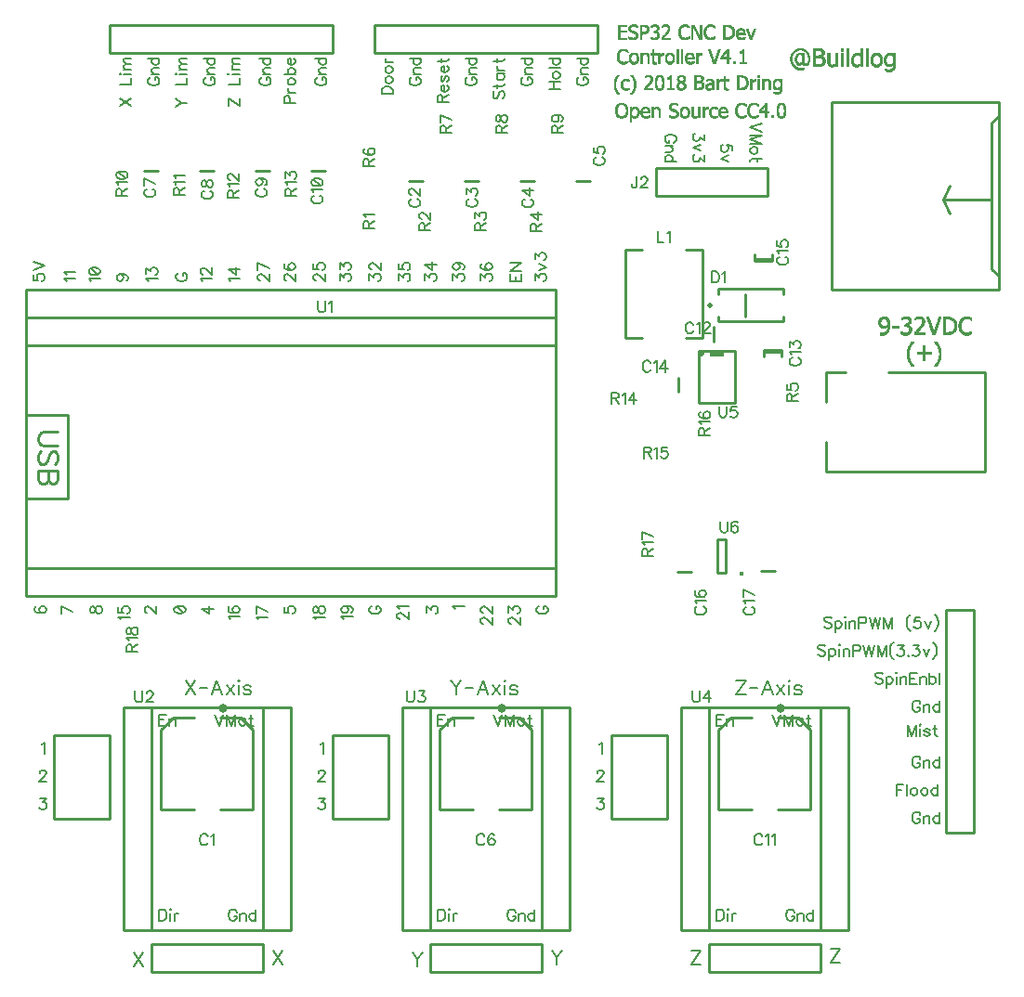
<source format=gbr>
G04 DipTrace 3.3.1.3*
G04 TopSilk.gbr*
%MOIN*%
G04 #@! TF.FileFunction,Legend,Top*
G04 #@! TF.Part,Single*
%ADD10C,0.009843*%
%ADD12C,0.003*%
%ADD25C,0.031482*%
%ADD30C,0.019695*%
%ADD44C,0.019705*%
%ADD47C,0.015395*%
%ADD101C,0.006176*%
%ADD102C,0.00772*%
%ADD103C,0.010807*%
%FSLAX26Y26*%
G04*
G70*
G90*
G75*
G01*
G04 TopSilk*
%LPD*%
X1258700Y1312868D2*
D10*
Y1027625D1*
X1213820Y1357794D2*
X1258700Y1312868D1*
X928700D2*
Y1027625D1*
X973580Y1357794D2*
X928700Y1312868D1*
X1140956Y1357794D2*
X1213820D1*
X973580D2*
X1046444D1*
X1140956Y1027625D2*
X1258700D1*
X928700D2*
X1046444D1*
D25*
X1152737Y1389565D3*
X1869271Y3284821D2*
D10*
X1818129D1*
X2069271D2*
X2018129D1*
X2269271D2*
X2218129D1*
X2469271D2*
X2418129D1*
X2258700Y1312868D2*
Y1027625D1*
X2213820Y1357794D2*
X2258700Y1312868D1*
X1928700D2*
Y1027625D1*
X1973580Y1357794D2*
X1928700Y1312868D1*
X2140956Y1357794D2*
X2213820D1*
X1973580D2*
X2046444D1*
X2140956Y1027625D2*
X2258700D1*
X1928700D2*
X2046444D1*
D25*
X2152737Y1389565D3*
X919271Y3320057D2*
D10*
X868129D1*
X1119271D2*
X1068129D1*
X1319271D2*
X1268129D1*
X1519271D2*
X1468129D1*
X3258700Y1312868D2*
Y1027625D1*
X3213820Y1357794D2*
X3258700Y1312868D1*
X2928700D2*
Y1027625D1*
X2973580Y1357794D2*
X2928700Y1312868D1*
X3140956Y1357794D2*
X3213820D1*
X2973580D2*
X3046444D1*
X3140956Y1027625D2*
X3258700D1*
X2928700D2*
X3046444D1*
D25*
X3152737Y1389565D3*
X2911340Y2708129D2*
D10*
Y2759271D1*
X3090235Y2669913D2*
X3153165D1*
X3090235Y2677361D2*
X3153165D1*
X3090235D2*
Y2653802D1*
X3153165Y2677361D2*
Y2653802D1*
X2786060Y2577271D2*
Y2526129D1*
X3119931Y3004508D2*
X3057002D1*
X3119931Y2997060D2*
X3057002D1*
X3119931D2*
Y3020619D1*
X3057002Y2997060D2*
Y3020619D1*
X2780629Y1878809D2*
X2831771D1*
X3080629Y1885060D2*
X3131771D1*
X2926321Y2877066D2*
Y2896755D1*
X3162545D1*
Y2877066D1*
X2926321Y2798334D2*
Y2778645D1*
X3162545D1*
Y2798334D1*
X3024767Y2877066D2*
Y2798334D1*
D30*
X2896807Y2837700D3*
X2706201Y3331200D2*
D10*
Y3231200D1*
X3106201Y3331200D2*
X2706201D1*
X3106201Y3231200D2*
X2706201D1*
X3106201Y3331200D2*
Y3231200D1*
X1693700Y3843700D2*
X2493700D1*
X1693700Y3743700D2*
Y3843700D1*
Y3743700D2*
X2493700D1*
Y3843700D1*
X1293700Y443700D2*
Y543700D1*
X893700Y443700D2*
X1293700D1*
X893700Y543700D2*
X1293700D1*
X893700Y443700D2*
Y543700D1*
X1969400Y2893700D2*
X1977000D1*
X517800D2*
X2343700D1*
X443700D2*
X517800D1*
X443700Y2793700D2*
Y2893700D1*
Y2793700D2*
X2343700D1*
Y2893700D1*
X2293700Y443700D2*
Y543700D1*
X1893700Y443700D2*
X2293700D1*
X1893700Y543700D2*
X2293700D1*
X1893700Y443700D2*
Y543700D1*
X743700Y3843700D2*
X1543700D1*
X743700Y3743700D2*
Y3843700D1*
Y3743700D2*
X1543700D1*
Y3843700D1*
X3293700Y443700D2*
Y543700D1*
X2893700Y443700D2*
X3293700D1*
X2893700Y543700D2*
X3293700D1*
X2893700Y443700D2*
Y543700D1*
X3843700Y1743700D2*
Y943700D1*
X3743700Y1743700D2*
X3843700D1*
X3743700D2*
Y943700D1*
X3843700D1*
X3538604Y2595885D2*
X3883070D1*
Y2241543D1*
X3879135D1*
X3883070D2*
X3316136D1*
Y2347837D1*
Y2489550D2*
Y2595885D1*
X3385064D1*
X3933109Y2941954D2*
X3908089Y2966929D1*
X3933109Y2891936D2*
X3333109D1*
Y3566936D1*
X3933109D1*
Y2891936D1*
X3908089Y2966929D2*
Y3491944D1*
X3933109Y3516919D1*
X3908089Y3216949D2*
X3733129D1*
X3758089Y3166931D1*
X3733129Y3216949D2*
X3758089Y3266966D1*
X543700Y1185400D2*
Y993700D1*
Y1293700D2*
Y993700D1*
X743700Y1293700D2*
Y993700D1*
X543700Y1293700D2*
X743700D1*
X543700Y993700D2*
X743700D1*
X1543700Y1185400D2*
Y993700D1*
Y1293700D2*
Y993700D1*
X1743700Y1293700D2*
Y993700D1*
X1543700Y1293700D2*
X1743700D1*
X1543700Y993700D2*
X1743700D1*
X2543700Y1185400D2*
Y993700D1*
Y1293700D2*
Y993700D1*
X2743700Y1293700D2*
Y993700D1*
X2543700Y1293700D2*
X2743700D1*
X2543700Y993700D2*
X2743700D1*
X2653518Y2720610D2*
X2594459D1*
Y3035577D1*
X2653518D1*
X2810990D2*
X2870049D1*
Y2720610D1*
X2810990D1*
X2343717Y2793700D2*
X443700D1*
Y1793700D1*
X2343717D1*
Y2793700D1*
Y2693700D2*
X443700D1*
X2343717Y1893700D2*
X443700D1*
X2344145Y2609800D2*
D3*
X593600Y2443700D2*
X443700D1*
Y2143700D1*
X593600D1*
Y2443700D1*
X793700Y1393700D2*
X893720D1*
Y593700D1*
X793700D1*
Y1393700D1*
X1293680D2*
X1393700D1*
Y593700D1*
X1293680D1*
Y1393700D1*
X893720D2*
X1293680D1*
Y593700D1*
X893720D1*
Y1393700D1*
X1793700D2*
X1893720D1*
Y593700D1*
X1793700D1*
Y1393700D1*
X2293680D2*
X2393700D1*
Y593700D1*
X2293680D1*
Y1393700D1*
X1893720D2*
X2293680D1*
Y593700D1*
X1893720D1*
Y1393700D1*
X2793700D2*
X2893720D1*
Y593700D1*
X2793700D1*
Y1393700D1*
X3293680D2*
X3393700D1*
Y593700D1*
X3293680D1*
Y1393700D1*
X2893720D2*
X3293680D1*
Y593700D1*
X2893720D1*
Y1393700D1*
X2987060Y2673438D2*
X2859103D1*
Y2486430D1*
X2987060D1*
Y2673438D1*
D44*
X2868955Y2663592D3*
G36*
X2947705Y2673438D2*
X2898485D1*
Y2653746D1*
X2947705D1*
Y2673438D1*
G37*
D47*
X3010325Y1873036D3*
X2956260Y1878298D2*
D10*
Y1996406D1*
X2924769Y1878298D2*
Y1996406D1*
X2956260D2*
X2924769D1*
X2956260Y1878298D2*
X2924769D1*
X2564980Y3664669D2*
D12*
X2572480D1*
X2611480D2*
X2618980D1*
X2669980D2*
X2681980D1*
X2711980D2*
X2720980D1*
X2789980D2*
X2798980D1*
X2563711Y3663169D2*
X2570980D1*
X2612974D2*
X2619781D1*
X2667390D2*
X2684166D1*
X2709506D2*
X2723166D1*
X2755480D2*
X2758480D1*
X2787101D2*
X2801858D1*
X2842480D2*
X2864980D1*
X2993980D2*
X3014980D1*
X3067480D2*
X3073480D1*
X2562589Y3661669D2*
X2569485D1*
X2614421D2*
X2620798D1*
X2665350D2*
X2686038D1*
X2707507D2*
X2725044D1*
X2754418D2*
X2758480D1*
X2784792D2*
X2804167D1*
X2842480D2*
X2867628D1*
X2947480D2*
X2951980D1*
X2993980D2*
X3018609D1*
X3067480D2*
X3073480D1*
X2561530Y3660169D2*
X2568038D1*
X2615730D2*
X2621883D1*
X2664635D2*
X2687512D1*
X2705951D2*
X2726565D1*
X2753019D2*
X2758480D1*
X2783053D2*
X2805906D1*
X2842480D2*
X2869807D1*
X2947480D2*
X2951980D1*
X2993980D2*
X3021789D1*
X3067480D2*
X3073480D1*
X2560490Y3658669D2*
X2566735D1*
X2616865D2*
X2622874D1*
X2664235D2*
X2669980D1*
X2680474D2*
X2688553D1*
X2704714D2*
X2711985D1*
X2720922D2*
X2727744D1*
X2750929D2*
X2758480D1*
X2781777D2*
X2790337D1*
X2798974D2*
X2807182D1*
X2842480D2*
X2871391D1*
X2947480D2*
X2951980D1*
X2993980D2*
X3024392D1*
X3067480D2*
X3073480D1*
X2559541Y3657169D2*
X2565647D1*
X2617927D2*
X2623753D1*
X2663980D2*
X2665480D1*
X2681915D2*
X2689290D1*
X2703805D2*
X2710544D1*
X2722224D2*
X2728655D1*
X2748364D2*
X2758480D1*
X2780833D2*
X2788211D1*
X2800415D2*
X2808126D1*
X2842480D2*
X2848480D1*
X2862947D2*
X2872500D1*
X2947480D2*
X2951980D1*
X2993980D2*
X2999980D1*
X3013122D2*
X3026442D1*
X3067480D2*
X3073480D1*
X2558687Y3655669D2*
X2564729D1*
X2618969D2*
X2624565D1*
X2683165D2*
X2689908D1*
X2703129D2*
X2709294D1*
X2723306D2*
X2729352D1*
X2746123D2*
X2758480D1*
X2780174D2*
X2786576D1*
X2801665D2*
X2808785D1*
X2842480D2*
X2848480D1*
X2864894D2*
X2873235D1*
X2947480D2*
X2951980D1*
X2993980D2*
X2999980D1*
X3016748D2*
X3028029D1*
X2557892Y3654169D2*
X2563902D1*
X2619912D2*
X2625339D1*
X2684056D2*
X2690404D1*
X2702535D2*
X2708397D1*
X2724172D2*
X2729915D1*
X2744455D2*
X2758480D1*
X2779796D2*
X2786007D1*
X2802556D2*
X2809157D1*
X2842480D2*
X2848480D1*
X2866258D2*
X2873638D1*
X2947480D2*
X2951980D1*
X2993980D2*
X2999980D1*
X3019635D2*
X3029237D1*
X2557170Y3652669D2*
X2563123D1*
X2620720D2*
X2626094D1*
X2684563D2*
X2690710D1*
X2702044D2*
X2707838D1*
X2724801D2*
X2730458D1*
X2743897D2*
X2758480D1*
X2779611D2*
X2785708D1*
X2803063D2*
X2809289D1*
X2842480D2*
X2848480D1*
X2867280D2*
X2873782D1*
X2947480D2*
X2951980D1*
X2993980D2*
X2999980D1*
X3021833D2*
X3030203D1*
X2556555Y3651169D2*
X2562366D1*
X2590480D2*
X2600980D1*
X2621375D2*
X2626799D1*
X2684802D2*
X2690859D1*
X2701689D2*
X2707402D1*
X2725168D2*
X2730922D1*
X2753980D2*
X2758480D1*
X2779537D2*
X2785631D1*
X2803302D2*
X2809179D1*
X2842480D2*
X2848480D1*
X2867577D2*
X2873670D1*
X2888980D2*
X2902480D1*
X2947480D2*
X2951980D1*
X2993980D2*
X2999980D1*
X3023486D2*
X3031041D1*
X3098980D2*
X3106480D1*
X3134980D2*
X3143980D1*
X2556024Y3649669D2*
X2561660D1*
X2587780D2*
X2603570D1*
X2621924D2*
X2627407D1*
X2684855D2*
X2690876D1*
X2701344D2*
X2706937D1*
X2725350D2*
X2731216D1*
X2753980D2*
X2758480D1*
X2779563D2*
X2785702D1*
X2803349D2*
X2808846D1*
X2842480D2*
X2848480D1*
X2867672D2*
X2873286D1*
X2886902D2*
X2904666D1*
X2920480D2*
X2926480D1*
X2935480D2*
X2939980D1*
X2942980D2*
X2963980D1*
X2993980D2*
X2999980D1*
X3024715D2*
X3031774D1*
X3041980D2*
X3047980D1*
X3056980D2*
X3061480D1*
X3068980D2*
X3073480D1*
X3083980D2*
X3089980D1*
X3095704D2*
X3108615D1*
X3132280D2*
X3147683D1*
X3149980D2*
X3154480D1*
X2555489Y3648169D2*
X2561052D1*
X2585456D2*
X2605609D1*
X2622466D2*
X2627936D1*
X2684700D2*
X2690713D1*
X2700915D2*
X2706510D1*
X2725435D2*
X2731367D1*
X2753980D2*
X2758480D1*
X2779800D2*
X2786446D1*
X2803147D2*
X2808415D1*
X2842480D2*
X2848480D1*
X2867162D2*
X2872665D1*
X2885363D2*
X2906538D1*
X2920480D2*
X2926755D1*
X2932204D2*
X2939980D1*
X2942980D2*
X2963980D1*
X2993980D2*
X2999980D1*
X3025645D2*
X3032348D1*
X3041980D2*
X3048255D1*
X3053704D2*
X3061480D1*
X3068980D2*
X3073480D1*
X3083980D2*
X3090683D1*
X3092177D2*
X3110347D1*
X3129956D2*
X3154480D1*
X2554976Y3646669D2*
X2560523D1*
X2583650D2*
X2606324D1*
X2622982D2*
X2628465D1*
X2684303D2*
X2690359D1*
X2700503D2*
X2706233D1*
X2725519D2*
X2731435D1*
X2753980D2*
X2758480D1*
X2780405D2*
X2787724D1*
X2802595D2*
X2807908D1*
X2842480D2*
X2848480D1*
X2865943D2*
X2871799D1*
X2884857D2*
X2908007D1*
X2920480D2*
X2927282D1*
X2928677D2*
X2939980D1*
X2942980D2*
X2963980D1*
X2993980D2*
X2999980D1*
X3026348D2*
X3032742D1*
X3041980D2*
X3048782D1*
X3050177D2*
X3061480D1*
X3068980D2*
X3073480D1*
X3083980D2*
X3111647D1*
X3128150D2*
X3154480D1*
X2554493Y3645169D2*
X2559994D1*
X2582319D2*
X2590831D1*
X2599480D2*
X2606724D1*
X2623466D2*
X2628931D1*
X2683727D2*
X2689925D1*
X2700230D2*
X2706088D1*
X2725723D2*
X2731463D1*
X2753980D2*
X2758480D1*
X2781391D2*
X2789763D1*
X2801685D2*
X2807161D1*
X2842480D2*
X2848480D1*
X2862264D2*
X2870668D1*
X2884480D2*
X2888980D1*
X2900447D2*
X2909159D1*
X2920480D2*
X2939980D1*
X2942980D2*
X2963980D1*
X2993980D2*
X2999980D1*
X3026914D2*
X3033105D1*
X3041980D2*
X3061480D1*
X3068980D2*
X3073480D1*
X3083980D2*
X3096280D1*
X3104396D2*
X3112610D1*
X3126819D2*
X3135331D1*
X3145122D2*
X3154480D1*
X2553983Y3643669D2*
X2559529D1*
X2581295D2*
X2588652D1*
X2603980D2*
X2606980D1*
X2623976D2*
X2629275D1*
X2683050D2*
X2689468D1*
X2700087D2*
X2706023D1*
X2726086D2*
X2731474D1*
X2753980D2*
X2758480D1*
X2782581D2*
X2792845D1*
X2800340D2*
X2806105D1*
X2842480D2*
X2848480D1*
X2856176D2*
X2869350D1*
X2902394D2*
X2909581D1*
X2920480D2*
X2939980D1*
X2947480D2*
X2951980D1*
X2993980D2*
X2999980D1*
X3027457D2*
X3033540D1*
X3041980D2*
X3061480D1*
X3068980D2*
X3073480D1*
X3083980D2*
X3093962D1*
X3106203D2*
X3113278D1*
X3125795D2*
X3133152D1*
X3147248D2*
X3154480D1*
X2553530Y3642169D2*
X2559184D1*
X2580432D2*
X2587068D1*
X2624429D2*
X2629617D1*
X2682283D2*
X2688912D1*
X2700022D2*
X2705996D1*
X2726472D2*
X2731478D1*
X2753980D2*
X2758480D1*
X2783667D2*
X2797084D1*
X2798371D2*
X2804824D1*
X2842480D2*
X2867932D1*
X2903758D2*
X2909810D1*
X2920480D2*
X2935028D1*
X2947480D2*
X2951980D1*
X2993980D2*
X2999980D1*
X3027922D2*
X3033955D1*
X3041980D2*
X3056528D1*
X3068980D2*
X3073480D1*
X3083980D2*
X3092209D1*
X3107399D2*
X3113660D1*
X3124932D2*
X3131568D1*
X3148883D2*
X3154480D1*
X2553241Y3640669D2*
X2558842D1*
X2579690D2*
X2585953D1*
X2624724D2*
X2630044D1*
X2681402D2*
X2688220D1*
X2699995D2*
X2705985D1*
X2726734D2*
X2731479D1*
X2753980D2*
X2758480D1*
X2784505D2*
X2803423D1*
X2842480D2*
X2866480D1*
X2904635D2*
X2909913D1*
X2920480D2*
X2931238D1*
X2947480D2*
X2951980D1*
X2993980D2*
X2999980D1*
X3028216D2*
X3034228D1*
X3041980D2*
X3052738D1*
X3068980D2*
X3073480D1*
X3083980D2*
X3090877D1*
X3108245D2*
X3113847D1*
X3124190D2*
X3130459D1*
X3149452D2*
X3154480D1*
X2553091Y3639169D2*
X2558415D1*
X2579119D2*
X2585166D1*
X2624927D2*
X2630457D1*
X2680434D2*
X2687375D1*
X2699985D2*
X2705981D1*
X2726874D2*
X2731479D1*
X2753980D2*
X2758480D1*
X2784387D2*
X2801980D1*
X2842480D2*
X2869307D1*
X2905138D2*
X2909955D1*
X2920480D2*
X2928374D1*
X2947480D2*
X2951980D1*
X2993980D2*
X2999980D1*
X3028367D2*
X3034372D1*
X3041980D2*
X3049874D1*
X3068980D2*
X3073480D1*
X3083980D2*
X3090413D1*
X3108841D2*
X3113928D1*
X3123619D2*
X3129718D1*
X3149756D2*
X3154480D1*
X2553024Y3637669D2*
X2558002D1*
X2578776D2*
X2584565D1*
X2625185D2*
X2630729D1*
X2679464D2*
X2686424D1*
X2699981D2*
X2705980D1*
X2726932D2*
X2731479D1*
X2753980D2*
X2758480D1*
X2783459D2*
X2803986D1*
X2842480D2*
X2871471D1*
X2905480D2*
X2909971D1*
X2920480D2*
X2927223D1*
X2947480D2*
X2951980D1*
X2993980D2*
X2999980D1*
X3028429D2*
X3034431D1*
X3041980D2*
X3048723D1*
X3068980D2*
X3073480D1*
X3083980D2*
X3090163D1*
X3109186D2*
X3113961D1*
X3123276D2*
X3129256D1*
X3149893D2*
X3154480D1*
X2552996Y3636169D2*
X2557730D1*
X2578604D2*
X2584009D1*
X2625572D2*
X2630872D1*
X2678424D2*
X2685461D1*
X2699980D2*
X2705980D1*
X2726905D2*
X2731480D1*
X2753980D2*
X2758480D1*
X2782316D2*
X2788485D1*
X2794417D2*
X2805874D1*
X2842480D2*
X2848480D1*
X2864622D2*
X2872989D1*
X2898235D2*
X2909977D1*
X2920480D2*
X2926823D1*
X2947480D2*
X2951980D1*
X2993980D2*
X2999980D1*
X3028404D2*
X3034405D1*
X3041980D2*
X3048323D1*
X3068980D2*
X3073480D1*
X3083980D2*
X3090051D1*
X3109357D2*
X3113973D1*
X3123104D2*
X3128868D1*
X3149948D2*
X3154480D1*
X2552985Y3634669D2*
X2557587D1*
X2578528D2*
X2583539D1*
X2625967D2*
X2630937D1*
X2677217D2*
X2684423D1*
X2699980D2*
X2705980D1*
X2726724D2*
X2731480D1*
X2753980D2*
X2758480D1*
X2781149D2*
X2787044D1*
X2797166D2*
X2807415D1*
X2842480D2*
X2848480D1*
X2866748D2*
X2874048D1*
X2892423D2*
X2909979D1*
X2920480D2*
X2926619D1*
X2947480D2*
X2951980D1*
X2993980D2*
X2999980D1*
X3028224D2*
X3034224D1*
X3041980D2*
X3048119D1*
X3068980D2*
X3073480D1*
X3083980D2*
X3090006D1*
X3109432D2*
X3113977D1*
X3123028D2*
X3128424D1*
X3149968D2*
X3154480D1*
X2552982Y3633169D2*
X2557522D1*
X2578498D2*
X2583244D1*
X2626233D2*
X2630964D1*
X2675867D2*
X2683216D1*
X2699985D2*
X2705980D1*
X2726369D2*
X2731480D1*
X2753980D2*
X2758480D1*
X2780121D2*
X2785794D1*
X2799551D2*
X2808505D1*
X2842480D2*
X2848480D1*
X2868383D2*
X2874755D1*
X2888313D2*
X2909979D1*
X2920480D2*
X2926532D1*
X2947480D2*
X2951980D1*
X2993980D2*
X2999980D1*
X3027863D2*
X3033869D1*
X3041980D2*
X3048032D1*
X3068980D2*
X3073480D1*
X3083980D2*
X3089989D1*
X3109462D2*
X3113979D1*
X3122998D2*
X3128011D1*
X3149976D2*
X3154480D1*
X2552980Y3631669D2*
X2557495D1*
X2578486D2*
X2583098D1*
X2626367D2*
X2630974D1*
X2674435D2*
X2681867D1*
X2700038D2*
X2705985D1*
X2725985D2*
X2731480D1*
X2753980D2*
X2758480D1*
X2779276D2*
X2784903D1*
X2801498D2*
X2809269D1*
X2842480D2*
X2848480D1*
X2868952D2*
X2875152D1*
X2885538D2*
X2909979D1*
X2920480D2*
X2926498D1*
X2947480D2*
X2951980D1*
X2993980D2*
X2999980D1*
X3027427D2*
X3033479D1*
X3041980D2*
X3047998D1*
X3068980D2*
X3073480D1*
X3083980D2*
X3089983D1*
X3109473D2*
X3113979D1*
X3122986D2*
X3127790D1*
X3149978D2*
X3154480D1*
X2552980Y3630169D2*
X2557485D1*
X2578482D2*
X2583083D1*
X2626379D2*
X2630978D1*
X2672963D2*
X2680435D1*
X2700229D2*
X2706038D1*
X2725724D2*
X2731480D1*
X2753980D2*
X2758480D1*
X2778654D2*
X2784396D1*
X2802993D2*
X2809900D1*
X2842480D2*
X2848480D1*
X2869256D2*
X2875344D1*
X2883433D2*
X2897364D1*
X2905480D2*
X2909979D1*
X2920480D2*
X2926486D1*
X2947480D2*
X2951980D1*
X2993980D2*
X2999980D1*
X3026968D2*
X3033166D1*
X3041980D2*
X3047986D1*
X3068980D2*
X3073480D1*
X3083980D2*
X3089981D1*
X3109477D2*
X3113979D1*
X3122982D2*
X3127837D1*
X3149979D2*
X3154480D1*
X2552980Y3628669D2*
X2557487D1*
X2578480D2*
X2583246D1*
X2626214D2*
X2630979D1*
X2671474D2*
X2678963D1*
X2700589D2*
X2706229D1*
X2725585D2*
X2731474D1*
X2753980D2*
X2758480D1*
X2778289D2*
X2784152D1*
X2804157D2*
X2810401D1*
X2842480D2*
X2848480D1*
X2869393D2*
X2875427D1*
X2882486D2*
X2893238D1*
X2905480D2*
X2909980D1*
X2920480D2*
X2926482D1*
X2947480D2*
X2951980D1*
X2993980D2*
X2999980D1*
X3026412D2*
X3032830D1*
X3041980D2*
X3047982D1*
X3068980D2*
X3073480D1*
X3083980D2*
X3089980D1*
X3109479D2*
X3113980D1*
X3122980D2*
X3128131D1*
X3149979D2*
X3154480D1*
X2552980Y3627169D2*
X2557539D1*
X2578486D2*
X2583600D1*
X2625865D2*
X2630973D1*
X2669978D2*
X2677474D1*
X2700979D2*
X2706589D1*
X2725516D2*
X2731421D1*
X2753980D2*
X2758480D1*
X2778109D2*
X2784052D1*
X2804574D2*
X2810703D1*
X2842480D2*
X2848480D1*
X2869442D2*
X2875460D1*
X2881933D2*
X2890290D1*
X2905480D2*
X2909980D1*
X2920480D2*
X2926480D1*
X2947480D2*
X2951980D1*
X2993980D2*
X2999980D1*
X3025714D2*
X3032348D1*
X3041980D2*
X3047980D1*
X3068980D2*
X3073480D1*
X3083980D2*
X3089980D1*
X3109479D2*
X3113980D1*
X3122986D2*
X3128495D1*
X3149974D2*
X3154480D1*
X2552980Y3625669D2*
X2557729D1*
X2578538D2*
X2584034D1*
X2625484D2*
X2630921D1*
X2668479D2*
X2675978D1*
X2701293D2*
X2706979D1*
X2725437D2*
X2731230D1*
X2753980D2*
X2758480D1*
X2778036D2*
X2784062D1*
X2804751D2*
X2810806D1*
X2842480D2*
X2848480D1*
X2869404D2*
X2875467D1*
X2881666D2*
X2888031D1*
X2905474D2*
X2909980D1*
X2920480D2*
X2926480D1*
X2947480D2*
X2951985D1*
X2993980D2*
X2999980D1*
X3024817D2*
X3031693D1*
X3041980D2*
X3047980D1*
X3068980D2*
X3073480D1*
X3083980D2*
X3089980D1*
X3109479D2*
X3113980D1*
X3123038D2*
X3128805D1*
X3149915D2*
X3154480D1*
X2552985Y3624169D2*
X2558089D1*
X2578729D2*
X2584491D1*
X2625218D2*
X2630730D1*
X2666985D2*
X2674479D1*
X2701624D2*
X2707299D1*
X2725230D2*
X2730865D1*
X2753980D2*
X2758480D1*
X2778057D2*
X2784244D1*
X2804657D2*
X2810679D1*
X2842480D2*
X2848480D1*
X2869156D2*
X2875413D1*
X2881551D2*
X2886905D1*
X2905415D2*
X2909980D1*
X2920480D2*
X2926480D1*
X2947480D2*
X2952038D1*
X2993980D2*
X2999980D1*
X3023656D2*
X3030865D1*
X3041980D2*
X3047980D1*
X3068980D2*
X3073480D1*
X3083980D2*
X3089980D1*
X3109480D2*
X3113980D1*
X3123235D2*
X3129190D1*
X3149654D2*
X3154480D1*
X2553038Y3622669D2*
X2558479D1*
X2579094D2*
X2585053D1*
X2625026D2*
X2630371D1*
X2665544D2*
X2672979D1*
X2702052D2*
X2707688D1*
X2724808D2*
X2730427D1*
X2753980D2*
X2758480D1*
X2778242D2*
X2784662D1*
X2804276D2*
X2810295D1*
X2842480D2*
X2848480D1*
X2868673D2*
X2875170D1*
X2881506D2*
X2886515D1*
X2905159D2*
X2909980D1*
X2920480D2*
X2926480D1*
X2947480D2*
X2952235D1*
X2993980D2*
X2999980D1*
X3022111D2*
X3029920D1*
X3041980D2*
X3047980D1*
X3068980D2*
X3073480D1*
X3083980D2*
X3089980D1*
X3109480D2*
X3113980D1*
X3123647D2*
X3129891D1*
X3149150D2*
X3154480D1*
X2553229Y3621169D2*
X2558793D1*
X2579538D2*
X2585845D1*
X2624772D2*
X2629986D1*
X2664294D2*
X2671479D1*
X2702522D2*
X2708390D1*
X2724143D2*
X2729969D1*
X2753980D2*
X2758480D1*
X2778655D2*
X2785382D1*
X2803569D2*
X2809724D1*
X2842480D2*
X2848480D1*
X2867249D2*
X2874609D1*
X2881494D2*
X2886732D1*
X2904674D2*
X2909980D1*
X2920480D2*
X2926480D1*
X2947485D2*
X2952682D1*
X2993980D2*
X2999980D1*
X3020146D2*
X3028953D1*
X3041980D2*
X3047980D1*
X3068980D2*
X3073480D1*
X3083980D2*
X3089980D1*
X3109480D2*
X3113980D1*
X3124229D2*
X3130902D1*
X3147638D2*
X3154480D1*
X2553594Y3619669D2*
X2559124D1*
X2580049D2*
X2586900D1*
X2624380D2*
X2629718D1*
X2663403D2*
X2669980D1*
X2703037D2*
X2709402D1*
X2723279D2*
X2729412D1*
X2753980D2*
X2758480D1*
X2779288D2*
X2786386D1*
X2802572D2*
X2809049D1*
X2842480D2*
X2848480D1*
X2862879D2*
X2873754D1*
X2881547D2*
X2887583D1*
X2903343D2*
X2909980D1*
X2920480D2*
X2926480D1*
X2947538D2*
X2953334D1*
X2993980D2*
X2999980D1*
X3014516D2*
X3027858D1*
X3041980D2*
X3047980D1*
X3068980D2*
X3073480D1*
X3083980D2*
X3089980D1*
X3109480D2*
X3113980D1*
X3124908D2*
X3133546D1*
X3143628D2*
X3154480D1*
X2554032Y3618169D2*
X2559552D1*
X2580797D2*
X2590362D1*
X2603980D2*
X2606980D1*
X2623933D2*
X2629527D1*
X2662896D2*
X2668480D1*
X2703742D2*
X2712046D1*
X2720769D2*
X2728714D1*
X2753980D2*
X2758480D1*
X2780158D2*
X2789581D1*
X2799378D2*
X2808271D1*
X2842480D2*
X2848480D1*
X2855808D2*
X2872655D1*
X2881795D2*
X2890470D1*
X2900019D2*
X2909980D1*
X2920480D2*
X2926480D1*
X2947735D2*
X2955282D1*
X2993980D2*
X2999980D1*
X3005924D2*
X3026396D1*
X3041980D2*
X3047980D1*
X3068980D2*
X3073480D1*
X3083980D2*
X3089980D1*
X3109480D2*
X3113980D1*
X3125688D2*
X3137559D1*
X3137658D2*
X3154480D1*
X2554484Y3616669D2*
X2560016D1*
X2581866D2*
X2595792D1*
X2596761D2*
X2606854D1*
X2623476D2*
X2629266D1*
X2662652D2*
X2692480D1*
X2704668D2*
X2716059D1*
X2716840D2*
X2727811D1*
X2743480D2*
X2768980D1*
X2781297D2*
X2794489D1*
X2794470D2*
X2807278D1*
X2842480D2*
X2871172D1*
X2882409D2*
X2895158D1*
X2895028D2*
X2909980D1*
X2920480D2*
X2926480D1*
X2948159D2*
X2958001D1*
X2993980D2*
X3024381D1*
X3041980D2*
X3047980D1*
X3068980D2*
X3073480D1*
X3083980D2*
X3089980D1*
X3109480D2*
X3113980D1*
X3126679D2*
X3154480D1*
X2554989Y3615169D2*
X2560485D1*
X2583262D2*
X2606569D1*
X2622971D2*
X2628828D1*
X2662546D2*
X2692480D1*
X2705840D2*
X2726611D1*
X2743480D2*
X2768980D1*
X2782672D2*
X2805870D1*
X2842480D2*
X2869124D1*
X2883459D2*
X2909980D1*
X2920480D2*
X2926480D1*
X2948850D2*
X2960710D1*
X2993980D2*
X3021725D1*
X3041980D2*
X3047980D1*
X3068980D2*
X3073480D1*
X3083980D2*
X3089980D1*
X3109480D2*
X3113980D1*
X3128068D2*
X3154480D1*
X2555490Y3613669D2*
X2561040D1*
X2585130D2*
X2605199D1*
X2622470D2*
X2628236D1*
X2662502D2*
X2692480D1*
X2707460D2*
X2725057D1*
X2743480D2*
X2768980D1*
X2784325D2*
X2803938D1*
X2842480D2*
X2866478D1*
X2884946D2*
X2902480D1*
X2905480D2*
X2909980D1*
X2920480D2*
X2926480D1*
X2949948D2*
X2962993D1*
X2993980D2*
X3018498D1*
X3041980D2*
X3047980D1*
X3068980D2*
X3073480D1*
X3083980D2*
X3089980D1*
X3109480D2*
X3113980D1*
X3129901D2*
X3145480D1*
X3149748D2*
X3154480D1*
X2555975Y3612169D2*
X2561686D1*
X2587616D2*
X2603240D1*
X2621985D2*
X2627559D1*
X2662480D2*
X2692480D1*
X2709595D2*
X2723125D1*
X2743480D2*
X2768980D1*
X2786305D2*
X2801557D1*
X2842480D2*
X2863480D1*
X2886849D2*
X2899480D1*
X2905480D2*
X2909980D1*
X2920480D2*
X2926480D1*
X2951567D2*
X2962831D1*
X2993980D2*
X3014980D1*
X3041980D2*
X3047980D1*
X3068980D2*
X3073480D1*
X3083980D2*
X3089980D1*
X3109480D2*
X3113980D1*
X3131980D2*
X3142480D1*
X3149376D2*
X3154474D1*
X2556542Y3610669D2*
X2562386D1*
X2590480D2*
X2600980D1*
X2621417D2*
X2626837D1*
X2711980D2*
X2720980D1*
X2788480D2*
X2798980D1*
X2888980D2*
X2896480D1*
X2953480D2*
X2962480D1*
X3148982D2*
X3154421D1*
X2557237Y3609169D2*
X2563117D1*
X2620722D2*
X2626099D1*
X3148654D2*
X3154224D1*
X2558083Y3607669D2*
X2563864D1*
X2619876D2*
X2625352D1*
X3148327D2*
X3153812D1*
X2559035Y3606169D2*
X2564665D1*
X2618924D2*
X2624599D1*
X3147355D2*
X3153230D1*
X2559993Y3604669D2*
X2565610D1*
X2617961D2*
X2623795D1*
X3125980D2*
X3127480D1*
X3143727D2*
X3152545D1*
X2560977Y3603169D2*
X2566773D1*
X2616923D2*
X2622855D1*
X3125997D2*
X3136901D1*
X3137828D2*
X3151713D1*
X2561992Y3601669D2*
X2568103D1*
X2615716D2*
X2621749D1*
X3126168D2*
X3150529D1*
X2562969Y3600169D2*
X2569528D1*
X2614368D2*
X2620651D1*
X3126577D2*
X3148768D1*
X2563952Y3598669D2*
X2570996D1*
X2612938D2*
X2619742D1*
X3128331D2*
X3146488D1*
X2564980Y3597169D2*
X2572480D1*
X2611480D2*
X2618980D1*
X3130480D2*
X3143980D1*
X2574230Y3564670D2*
X2586230D1*
X2761730D2*
X2775230D1*
X3004730D2*
X3016730D1*
X3048230D2*
X3060230D1*
X3148730D2*
X3157730D1*
X2571114Y3563170D2*
X2588935D1*
X2759031D2*
X2778333D1*
X3002025D2*
X3020297D1*
X3045525D2*
X3063797D1*
X3096230D2*
X3102230D1*
X3146257D2*
X3159917D1*
X2568386Y3561670D2*
X2591313D1*
X2756706D2*
X2780874D1*
X2999648D2*
X3023226D1*
X3043148D2*
X3066726D1*
X3095243D2*
X3102230D1*
X3144257D2*
X3161795D1*
X2566114Y3560170D2*
X2593309D1*
X2754901D2*
X2781993D1*
X2997645D2*
X3025556D1*
X3041145D2*
X3069056D1*
X3094189D2*
X3102230D1*
X3142702D2*
X3163316D1*
X2564355Y3558670D2*
X2574525D1*
X2584141D2*
X2595000D1*
X2753569D2*
X2763877D1*
X2773179D2*
X2782389D1*
X2995908D2*
X3006820D1*
X3016141D2*
X3026417D1*
X3039408D2*
X3050320D1*
X3059646D2*
X3069917D1*
X3092974D2*
X3102230D1*
X3141465D2*
X3148736D1*
X3157673D2*
X3164495D1*
X2563049Y3557170D2*
X2572154D1*
X2587389D2*
X2596408D1*
X2752546D2*
X2760821D1*
X2776626D2*
X2782600D1*
X2994355D2*
X3003571D1*
X3019406D2*
X3026885D1*
X3037855D2*
X3047071D1*
X3062958D2*
X3070384D1*
X3091621D2*
X3102230D1*
X3140555D2*
X3147295D1*
X3158975D2*
X3165405D1*
X2562038Y3555670D2*
X2570204D1*
X2589841D2*
X2597538D1*
X2751683D2*
X2758734D1*
X2779730D2*
X2782730D1*
X2993010D2*
X3001119D1*
X3021980D2*
X3027103D1*
X3036510D2*
X3044619D1*
X3065698D2*
X3070595D1*
X3090187D2*
X3102230D1*
X3139879D2*
X3146044D1*
X3160057D2*
X3166102D1*
X2561180Y3554170D2*
X2568657D1*
X2591631D2*
X2598472D1*
X2750941D2*
X2757387D1*
X2991912D2*
X2999329D1*
X3024230D2*
X3027230D1*
X3035412D2*
X3042829D1*
X3068221D2*
X3070683D1*
X3088720D2*
X3102230D1*
X3139286D2*
X3145148D1*
X3160922D2*
X3166666D1*
X2560434Y3552670D2*
X2567464D1*
X2592924D2*
X2599299D1*
X2750375D2*
X2756417D1*
X2991035D2*
X2998036D1*
X3034535D2*
X3041536D1*
X3070730D2*
D3*
X3087283D2*
X3093236D1*
X3096230D2*
X3102230D1*
X3138794D2*
X3144588D1*
X3161552D2*
X3167208D1*
X2559810Y3551170D2*
X2566504D1*
X2593874D2*
X2600027D1*
X2625230D2*
X2632730D1*
X2661230D2*
X2670230D1*
X2703230D2*
X2710730D1*
X2750085D2*
X2756177D1*
X2802230D2*
X2811230D1*
X2907230D2*
X2917730D1*
X2940230D2*
X2949230D1*
X2990351D2*
X2997081D1*
X3033851D2*
X3040581D1*
X3085978D2*
X3091789D1*
X3096230D2*
X3102230D1*
X3138440D2*
X3144152D1*
X3161919D2*
X3167673D1*
X2559277Y3549670D2*
X2565667D1*
X2594541D2*
X2600599D1*
X2611730D2*
X2616230D1*
X2621954D2*
X2635204D1*
X2658531D2*
X2672878D1*
X2688230D2*
X2694230D1*
X2699954D2*
X2712865D1*
X2750105D2*
X2756509D1*
X2799351D2*
X2813930D1*
X2830730D2*
X2836730D1*
X2856230D2*
X2860730D1*
X2871230D2*
X2877230D1*
X2886230D2*
X2890730D1*
X2904531D2*
X2920320D1*
X2937531D2*
X2951878D1*
X2989792D2*
X2996367D1*
X3033292D2*
X3039867D1*
X3084839D2*
X3090480D1*
X3096230D2*
X3102230D1*
X3138094D2*
X3143688D1*
X3162100D2*
X3167967D1*
X2558746Y3548170D2*
X2564935D1*
X2594972D2*
X2600993D1*
X2611730D2*
X2616933D1*
X2618428D2*
X2637203D1*
X2656206D2*
X2675057D1*
X2688230D2*
X2694933D1*
X2696428D2*
X2714598D1*
X2750394D2*
X2757096D1*
X2797042D2*
X2816254D1*
X2830730D2*
X2836730D1*
X2856230D2*
X2860730D1*
X2871230D2*
X2877506D1*
X2882954D2*
X2890730D1*
X2902206D2*
X2922360D1*
X2935206D2*
X2954057D1*
X2989251D2*
X2995797D1*
X3032751D2*
X3039297D1*
X3083724D2*
X3089339D1*
X3096230D2*
X3102230D1*
X3137666D2*
X3143261D1*
X3162185D2*
X3168118D1*
X2558285Y3546670D2*
X2564368D1*
X2595348D2*
X2601356D1*
X2611730D2*
X2638758D1*
X2654401D2*
X2676642D1*
X2688230D2*
X2715898D1*
X2750806D2*
X2757872D1*
X2795303D2*
X2818059D1*
X2830730D2*
X2836730D1*
X2856230D2*
X2860730D1*
X2871230D2*
X2878032D1*
X2879428D2*
X2890730D1*
X2900401D2*
X2923075D1*
X2933401D2*
X2955642D1*
X2988787D2*
X2995253D1*
X3032287D2*
X3038753D1*
X3082485D2*
X3088224D1*
X3096230D2*
X3102230D1*
X3137253D2*
X3142983D1*
X3162270D2*
X3168186D1*
X2557993Y3545170D2*
X2564026D1*
X2595788D2*
X2601791D1*
X2611730D2*
X2624326D1*
X2632673D2*
X2639995D1*
X2653069D2*
X2661531D1*
X2669872D2*
X2677757D1*
X2688230D2*
X2700531D1*
X2708646D2*
X2716860D1*
X2751306D2*
X2759687D1*
X2794022D2*
X2802582D1*
X2810878D2*
X2819385D1*
X2830730D2*
X2836730D1*
X2856230D2*
X2860730D1*
X2871230D2*
X2890730D1*
X2899069D2*
X2907582D1*
X2916230D2*
X2923475D1*
X2932069D2*
X2940531D1*
X2948872D2*
X2956757D1*
X2988494D2*
X2994788D1*
X3031994D2*
X3038288D1*
X3081124D2*
X3086985D1*
X3096230D2*
X3102230D1*
X3136981D2*
X3142839D1*
X3162473D2*
X3168214D1*
X2557842Y3543670D2*
X2563855D1*
X2596205D2*
X2602206D1*
X2611730D2*
X2621130D1*
X2633975D2*
X2640905D1*
X2652046D2*
X2659206D1*
X2671999D2*
X2678544D1*
X2688230D2*
X2698212D1*
X2710454D2*
X2717529D1*
X2752050D2*
X2762441D1*
X2793025D2*
X2800403D1*
X2813057D2*
X2820362D1*
X2830730D2*
X2836730D1*
X2856230D2*
X2860730D1*
X2871230D2*
X2890730D1*
X2898046D2*
X2905403D1*
X2920730D2*
X2923730D1*
X2931046D2*
X2938206D1*
X2950999D2*
X2957544D1*
X2988342D2*
X2994494D1*
X3031842D2*
X3037994D1*
X3079688D2*
X3085624D1*
X3096230D2*
X3102230D1*
X3136838D2*
X3142773D1*
X3162837D2*
X3168224D1*
X2557774Y3542170D2*
X2563779D1*
X2596479D2*
X2602479D1*
X2611730D2*
X2618563D1*
X2635057D2*
X2641581D1*
X2651183D2*
X2657401D1*
X2673634D2*
X2679145D1*
X2688230D2*
X2696460D1*
X2711650D2*
X2717911D1*
X2753112D2*
X2766157D1*
X2792175D2*
X2798819D1*
X2814642D2*
X2821086D1*
X2830730D2*
X2836730D1*
X2856230D2*
X2860730D1*
X2871230D2*
X2885779D1*
X2897183D2*
X2903819D1*
X2930183D2*
X2936401D1*
X2952634D2*
X2958145D1*
X2988274D2*
X2994343D1*
X3031774D2*
X3037843D1*
X3078220D2*
X3084188D1*
X3096230D2*
X3102230D1*
X3136773D2*
X3142746D1*
X3163223D2*
X3168228D1*
X2557747Y3540670D2*
X2563748D1*
X2596622D2*
X2602622D1*
X2611730D2*
X2617243D1*
X2635922D2*
X2642174D1*
X2650441D2*
X2656075D1*
X2674265D2*
X2679701D1*
X2688230D2*
X2695128D1*
X2712496D2*
X2718097D1*
X2754463D2*
X2770260D1*
X2791438D2*
X2797704D1*
X2815751D2*
X2821660D1*
X2830730D2*
X2836730D1*
X2856230D2*
X2860730D1*
X2871230D2*
X2881988D1*
X2896441D2*
X2902704D1*
X2929441D2*
X2935075D1*
X2953265D2*
X2958701D1*
X2988247D2*
X2994275D1*
X3031747D2*
X3037775D1*
X3076789D2*
X3082714D1*
X3096230D2*
X3102230D1*
X3136746D2*
X3142736D1*
X3163485D2*
X3168230D1*
X2557736Y3539170D2*
X2563737D1*
X2596687D2*
X2602687D1*
X2611730D2*
X2616716D1*
X2636552D2*
X2642660D1*
X2649869D2*
X2655104D1*
X2674821D2*
X2680170D1*
X2688230D2*
X2694664D1*
X2713091D2*
X2718179D1*
X2756234D2*
X2774078D1*
X2790868D2*
X2796916D1*
X2816486D2*
X2822206D1*
X2830730D2*
X2836730D1*
X2856230D2*
X2860730D1*
X2871230D2*
X2879125D1*
X2895869D2*
X2901916D1*
X2928869D2*
X2934104D1*
X2953821D2*
X2959170D1*
X2988236D2*
X2994247D1*
X3031736D2*
X3037747D1*
X3075542D2*
X3081225D1*
X3096230D2*
X3102230D1*
X3136736D2*
X3142732D1*
X3163624D2*
X3168230D1*
X2557732Y3537670D2*
X2563732D1*
X2596714D2*
X2602714D1*
X2611730D2*
X2616435D1*
X2636919D2*
X2642962D1*
X2649527D2*
X2654428D1*
X2675561D2*
X2680466D1*
X2688230D2*
X2694414D1*
X2713437D2*
X2718211D1*
X2758792D2*
X2777194D1*
X2790526D2*
X2796316D1*
X2816895D2*
X2822672D1*
X2830730D2*
X2836730D1*
X2856230D2*
X2860730D1*
X2871230D2*
X2877974D1*
X2895527D2*
X2901316D1*
X2928527D2*
X2933428D1*
X2954561D2*
X2959466D1*
X2988232D2*
X2994236D1*
X3031732D2*
X3037736D1*
X3074653D2*
X3079728D1*
X3096230D2*
X3102230D1*
X3136732D2*
X3142731D1*
X3163682D2*
X3168230D1*
X2557731Y3536170D2*
X2563731D1*
X2596719D2*
X2602719D1*
X2611730D2*
X2616310D1*
X2637100D2*
X2643116D1*
X2649355D2*
X2654018D1*
X2676577D2*
X2680618D1*
X2688230D2*
X2694302D1*
X2713607D2*
X2718224D1*
X2762367D2*
X2779496D1*
X2790355D2*
X2795760D1*
X2817092D2*
X2822966D1*
X2830730D2*
X2836730D1*
X2856230D2*
X2860730D1*
X2871230D2*
X2877574D1*
X2895355D2*
X2900760D1*
X2928355D2*
X2933018D1*
X2955577D2*
X2959618D1*
X2988231D2*
X2994232D1*
X3031731D2*
X3037732D1*
X3074147D2*
X3078230D1*
X3096230D2*
X3102230D1*
X3136731D2*
X3142730D1*
X3163656D2*
X3168230D1*
X2557730Y3534670D2*
X2563730D1*
X2596670D2*
X2602670D1*
X2611730D2*
X2616259D1*
X2637180D2*
X2643185D1*
X2649279D2*
X2680686D1*
X2688230D2*
X2694257D1*
X2713682D2*
X2718228D1*
X2766546D2*
X2781179D1*
X2790279D2*
X2795290D1*
X2817177D2*
X2823118D1*
X2830730D2*
X2836730D1*
X2856230D2*
X2860730D1*
X2871230D2*
X2877370D1*
X2895279D2*
X2900290D1*
X2928279D2*
X2959686D1*
X2988230D2*
X2994237D1*
X3031730D2*
X3037737D1*
X3073902D2*
X3108230D1*
X3136730D2*
X3142730D1*
X3163475D2*
X3168230D1*
X2557736Y3533170D2*
X2563736D1*
X2596480D2*
X2602480D1*
X2611730D2*
X2616240D1*
X2637212D2*
X2643214D1*
X2649248D2*
X2680714D1*
X2688230D2*
X2694239D1*
X2713713D2*
X2718229D1*
X2770475D2*
X2782461D1*
X2790248D2*
X2794995D1*
X2817211D2*
X2823186D1*
X2830730D2*
X2836730D1*
X2856230D2*
X2860730D1*
X2871230D2*
X2877283D1*
X2895248D2*
X2899995D1*
X2928248D2*
X2959714D1*
X2988236D2*
X2994289D1*
X3031736D2*
X3037789D1*
X3073796D2*
X3108230D1*
X3136736D2*
X3142730D1*
X3163119D2*
X3168230D1*
X2557789Y3531670D2*
X2563789D1*
X2596121D2*
X2602121D1*
X2611730D2*
X2616234D1*
X2637224D2*
X2643224D1*
X2649237D2*
X2680725D1*
X2688230D2*
X2694233D1*
X2713724D2*
X2718230D1*
X2773566D2*
X2783337D1*
X2790237D2*
X2794849D1*
X2817223D2*
X2823214D1*
X2830730D2*
X2836730D1*
X2856230D2*
X2860730D1*
X2871230D2*
X2877249D1*
X2895237D2*
X2899849D1*
X2928237D2*
X2959725D1*
X2988289D2*
X2994480D1*
X3031789D2*
X3037980D1*
X3073753D2*
X3108230D1*
X3136789D2*
X3142736D1*
X3162736D2*
X3168230D1*
X2557980Y3530170D2*
X2563986D1*
X2595731D2*
X2601731D1*
X2611730D2*
X2616231D1*
X2637228D2*
X2643222D1*
X2649232D2*
X2680730D1*
X2688230D2*
X2694231D1*
X2713728D2*
X2718230D1*
X2776010D2*
X2783828D1*
X2790232D2*
X2794833D1*
X2817228D2*
X2823224D1*
X2830730D2*
X2836730D1*
X2856230D2*
X2860730D1*
X2871230D2*
X2877237D1*
X2895232D2*
X2899833D1*
X2928232D2*
X2959730D1*
X2988480D2*
X2994845D1*
X3031980D2*
X3038345D1*
X3073730D2*
X3108230D1*
X3136980D2*
X3142789D1*
X3162475D2*
X3168230D1*
X2558345Y3528670D2*
X2564398D1*
X2595416D2*
X2601416D1*
X2611730D2*
X2616231D1*
X2637224D2*
X2643171D1*
X2649231D2*
X2653787D1*
X2688230D2*
X2694231D1*
X2713729D2*
X2718230D1*
X2777262D2*
X2784064D1*
X2790231D2*
X2794996D1*
X2817229D2*
X2823222D1*
X2830730D2*
X2836730D1*
X2856230D2*
X2860730D1*
X2871230D2*
X2877232D1*
X2895231D2*
X2899996D1*
X2928231D2*
X2932787D1*
X2988845D2*
X2995282D1*
X3032345D2*
X3038782D1*
X3096230D2*
X3102230D1*
X3137339D2*
X3142980D1*
X3162336D2*
X3168224D1*
X2558782Y3527170D2*
X2564979D1*
X2595080D2*
X2601080D1*
X2611730D2*
X2616230D1*
X2637171D2*
X2642980D1*
X2649236D2*
X2653985D1*
X2688230D2*
X2694230D1*
X2713730D2*
X2718230D1*
X2777765D2*
X2784166D1*
X2790236D2*
X2795351D1*
X2817224D2*
X2823171D1*
X2830730D2*
X2836730D1*
X2856230D2*
X2860730D1*
X2871230D2*
X2877231D1*
X2895236D2*
X2900351D1*
X2928236D2*
X2932985D1*
X2989282D2*
X2995741D1*
X3032782D2*
X3039241D1*
X3096230D2*
X3102230D1*
X3137730D2*
X3143339D1*
X3162266D2*
X3168172D1*
X2559241Y3525670D2*
X2565659D1*
X2594599D2*
X2600605D1*
X2611730D2*
X2616230D1*
X2636974D2*
X2642615D1*
X2649289D2*
X2654398D1*
X2688230D2*
X2694230D1*
X2713730D2*
X2718230D1*
X2778028D2*
X2784201D1*
X2790289D2*
X2795784D1*
X2817166D2*
X2822980D1*
X2830736D2*
X2836736D1*
X2856224D2*
X2860730D1*
X2871230D2*
X2877230D1*
X2895289D2*
X2900784D1*
X2928289D2*
X2933398D1*
X2989741D2*
X2996298D1*
X3033241D2*
X3039798D1*
X3096230D2*
X3102230D1*
X3138044D2*
X3143730D1*
X3162187D2*
X3167980D1*
X2559792Y3524170D2*
X2566432D1*
X2593938D2*
X2599997D1*
X2611730D2*
X2616230D1*
X2636557D2*
X2642178D1*
X2649486D2*
X2654979D1*
X2688230D2*
X2694230D1*
X2713730D2*
X2718230D1*
X2778090D2*
X2784163D1*
X2790486D2*
X2796242D1*
X2816922D2*
X2822615D1*
X2830789D2*
X2836789D1*
X2856160D2*
X2860730D1*
X2871230D2*
X2877230D1*
X2895480D2*
X2901242D1*
X2928486D2*
X2933979D1*
X2990298D2*
X2996996D1*
X3033798D2*
X3040496D1*
X3096230D2*
X3102230D1*
X3138374D2*
X3144050D1*
X3161980D2*
X3167615D1*
X2560437Y3522670D2*
X2567372D1*
X2593046D2*
X2599307D1*
X2611730D2*
X2616248D1*
X2635922D2*
X2641719D1*
X2649898D2*
X2655671D1*
X2688230D2*
X2694230D1*
X2713730D2*
X2718230D1*
X2778010D2*
X2783972D1*
X2790898D2*
X2796804D1*
X2816360D2*
X2822178D1*
X2830980D2*
X2836986D1*
X2856002D2*
X2860730D1*
X2871230D2*
X2877230D1*
X2895845D2*
X2901804D1*
X2928898D2*
X2934671D1*
X2990990D2*
X2997905D1*
X3027230D2*
D3*
X3034490D2*
X3041405D1*
X3070730D2*
D3*
X3096230D2*
X3102230D1*
X3138803D2*
X3144439D1*
X3161559D2*
X3167178D1*
X2561143Y3521170D2*
X2568625D1*
X2591757D2*
X2598530D1*
X2611730D2*
X2616340D1*
X2635017D2*
X2641162D1*
X2650479D2*
X2656596D1*
X2688230D2*
X2694230D1*
X2713730D2*
X2718230D1*
X2749730D2*
X2751230D1*
X2777420D2*
X2783556D1*
X2791479D2*
X2797590D1*
X2815469D2*
X2821719D1*
X2831345D2*
X2837433D1*
X2855243D2*
X2860730D1*
X2871230D2*
X2877230D1*
X2896288D2*
X2902596D1*
X2929479D2*
X2935596D1*
X2991834D2*
X2999200D1*
X3025056D2*
X3027230D1*
X3035334D2*
X3042700D1*
X3068556D2*
X3070730D1*
X3096230D2*
X3102230D1*
X3118730D2*
X3126230D1*
X3139272D2*
X3145141D1*
X3160894D2*
X3166719D1*
X2561933Y3519670D2*
X2570162D1*
X2590091D2*
X2597594D1*
X2611730D2*
X2616511D1*
X2633851D2*
X2640464D1*
X2651159D2*
X2657838D1*
X2679230D2*
X2680730D1*
X2688230D2*
X2694230D1*
X2713730D2*
X2718230D1*
X2749736D2*
X2754442D1*
X2776045D2*
X2782922D1*
X2792159D2*
X2798627D1*
X2814369D2*
X2821162D1*
X2831788D2*
X2838084D1*
X2853145D2*
X2860730D1*
X2871230D2*
X2877230D1*
X2896800D2*
X2903651D1*
X2930159D2*
X2936838D1*
X2958230D2*
X2959730D1*
X2992792D2*
X3000869D1*
X3022266D2*
X3027218D1*
X3036292D2*
X3044369D1*
X3065766D2*
X3070718D1*
X3096230D2*
X3102230D1*
X3118730D2*
X3126230D1*
X3139788D2*
X3146153D1*
X3160029D2*
X3166162D1*
X2562923Y3518170D2*
X2573869D1*
X2585700D2*
X2596429D1*
X2611730D2*
X2620425D1*
X2630909D2*
X2639568D1*
X2651938D2*
X2661995D1*
X2674471D2*
X2680718D1*
X2688230D2*
X2694230D1*
X2713730D2*
X2718230D1*
X2749800D2*
X2759240D1*
X2772199D2*
X2782052D1*
X2792932D2*
X2801827D1*
X2811353D2*
X2820459D1*
X2832300D2*
X2839809D1*
X2849687D2*
X2860730D1*
X2871230D2*
X2877230D1*
X2897548D2*
X2907112D1*
X2920730D2*
X2923730D1*
X2930938D2*
X2940995D1*
X2953471D2*
X2959718D1*
X2993808D2*
X3005260D1*
X3017882D2*
X3027101D1*
X3037308D2*
X3048760D1*
X3061382D2*
X3070601D1*
X3096230D2*
X3102230D1*
X3118730D2*
X3126230D1*
X3140493D2*
X3148797D1*
X3157520D2*
X3165464D1*
X2564286Y3516670D2*
X2579445D1*
X2579145D2*
X2595041D1*
X2611730D2*
X2626610D1*
X2626357D2*
X2638419D1*
X2652931D2*
X2668410D1*
X2667741D2*
X2680595D1*
X2688230D2*
X2694230D1*
X2713730D2*
X2718230D1*
X2749959D2*
X2766487D1*
X2766168D2*
X2780907D1*
X2793878D2*
X2806738D1*
X2806595D2*
X2819503D1*
X2833048D2*
X2843906D1*
X2844476D2*
X2860730D1*
X2871230D2*
X2877230D1*
X2898617D2*
X2912543D1*
X2913511D2*
X2923604D1*
X2931931D2*
X2947410D1*
X2946741D2*
X2959595D1*
X2995048D2*
X3011816D1*
X3011231D2*
X3026820D1*
X3038548D2*
X3055316D1*
X3054731D2*
X3070320D1*
X3096230D2*
X3102230D1*
X3118730D2*
X3126230D1*
X3141419D2*
X3152810D1*
X3153591D2*
X3164562D1*
X2566090Y3515170D2*
X2593368D1*
X2611730D2*
X2637039D1*
X2654339D2*
X2680297D1*
X2688230D2*
X2694230D1*
X2713730D2*
X2718230D1*
X2750741D2*
X2779474D1*
X2795152D2*
X2818111D1*
X2834105D2*
X2860730D1*
X2871230D2*
X2877230D1*
X2900012D2*
X2923320D1*
X2933339D2*
X2959297D1*
X2996729D2*
X3025377D1*
X3040229D2*
X3068877D1*
X3096230D2*
X3102230D1*
X3118730D2*
X3126230D1*
X3142591D2*
X3163362D1*
X2568366Y3513670D2*
X2591295D1*
X2611730D2*
X2635386D1*
X2656272D2*
X2678665D1*
X2688230D2*
X2694230D1*
X2713730D2*
X2718230D1*
X2752785D2*
X2777590D1*
X2796944D2*
X2816185D1*
X2835386D2*
X2851454D1*
X2856230D2*
X2860730D1*
X2871230D2*
X2877230D1*
X2901880D2*
X2921949D1*
X2935272D2*
X2957665D1*
X2998929D2*
X3023119D1*
X3042429D2*
X3066619D1*
X3096230D2*
X3102230D1*
X3118730D2*
X3126230D1*
X3144211D2*
X3161808D1*
X2571144Y3512170D2*
X2588847D1*
X2611730D2*
X2616230D1*
X2619230D2*
X2633405D1*
X2658652D2*
X2676185D1*
X2688230D2*
X2694230D1*
X2713730D2*
X2718230D1*
X2755555D2*
X2775097D1*
X2799391D2*
X2813807D1*
X2836787D2*
X2849428D1*
X2856230D2*
X2860730D1*
X2871230D2*
X2877230D1*
X2904366D2*
X2919990D1*
X2937652D2*
X2955185D1*
X3001669D2*
X3020109D1*
X3045169D2*
X3063609D1*
X3096230D2*
X3102230D1*
X3118730D2*
X3126230D1*
X3146346D2*
X3159876D1*
X2574230Y3510670D2*
X2586230D1*
X2611730D2*
X2616230D1*
X2622230D2*
X2631230D1*
X2661230D2*
X2673230D1*
X2758730D2*
X2772230D1*
X2802230D2*
X2811230D1*
X2838230D2*
X2847230D1*
X2907230D2*
X2917730D1*
X2940230D2*
X2952230D1*
X3004730D2*
X3016730D1*
X3048230D2*
X3060230D1*
X3148730D2*
X3157730D1*
X2611730Y3509170D2*
X2616230D1*
X2611730Y3507670D2*
X2616230D1*
X2611730Y3506170D2*
X2616230D1*
X2611730Y3504670D2*
X2616230D1*
X2611730Y3503170D2*
X2616230D1*
X2611730Y3501670D2*
X2616230D1*
X2611730Y3500170D2*
X2616230D1*
X2611730Y3498670D2*
X2616230D1*
X2611730Y3497170D2*
X2616230D1*
X3388230Y3761670D2*
X3395730D1*
X3437730D2*
X3443730D1*
X3457230D2*
X3464730D1*
X3214230Y3760170D2*
X3229230D1*
X3388230D2*
X3395730D1*
X3437730D2*
X3443730D1*
X3457230D2*
X3464730D1*
X3210263Y3758670D2*
X3232860D1*
X3268230D2*
X3296730D1*
X3368730D2*
X3376230D1*
X3388230D2*
X3395730D1*
X3437730D2*
X3443730D1*
X3457230D2*
X3464730D1*
X3206816Y3757170D2*
X3236040D1*
X3268230D2*
X3299430D1*
X3368730D2*
X3376230D1*
X3388230D2*
X3395730D1*
X3437730D2*
X3443730D1*
X3457230D2*
X3464730D1*
X3203952Y3755670D2*
X3238648D1*
X3268230D2*
X3301754D1*
X3368730D2*
X3376230D1*
X3388230D2*
X3395730D1*
X3437730D2*
X3443730D1*
X3457230D2*
X3464730D1*
X3201580Y3754170D2*
X3214531D1*
X3228878D2*
X3240751D1*
X3268230D2*
X3303559D1*
X3368730D2*
X3376230D1*
X3388230D2*
X3395730D1*
X3437730D2*
X3443730D1*
X3457230D2*
X3464730D1*
X3199607Y3752670D2*
X3210712D1*
X3232557D2*
X3242535D1*
X3268230D2*
X3304885D1*
X3368730D2*
X3376230D1*
X3388230D2*
X3395730D1*
X3437730D2*
X3443730D1*
X3457230D2*
X3464730D1*
X3197890Y3751170D2*
X3207460D1*
X3235636D2*
X3244150D1*
X3268230D2*
X3275730D1*
X3293430D2*
X3305856D1*
X3368730D2*
X3376230D1*
X3388230D2*
X3395730D1*
X3437730D2*
X3443730D1*
X3457230D2*
X3464730D1*
X3196348Y3749670D2*
X3204825D1*
X3238192D2*
X3245645D1*
X3268230D2*
X3275730D1*
X3295748D2*
X3306528D1*
X3388230D2*
X3395730D1*
X3437730D2*
X3443730D1*
X3457230D2*
X3464730D1*
X3195001Y3748170D2*
X3202713D1*
X3240236D2*
X3246965D1*
X3268230D2*
X3275730D1*
X3297501D2*
X3306911D1*
X3388230D2*
X3395730D1*
X3437730D2*
X3443730D1*
X3457230D2*
X3464730D1*
X3193853Y3746670D2*
X3200932D1*
X3241780D2*
X3248059D1*
X3268230D2*
X3275730D1*
X3298832D2*
X3307097D1*
X3388230D2*
X3395730D1*
X3437724D2*
X3443730D1*
X3457230D2*
X3464730D1*
X3192785Y3745170D2*
X3199364D1*
X3243040D2*
X3248980D1*
X3268230D2*
X3275730D1*
X3299291D2*
X3307173D1*
X3388230D2*
X3395730D1*
X3437667D2*
X3443730D1*
X3457230D2*
X3464730D1*
X3191742Y3743670D2*
X3198013D1*
X3215730D2*
X3223230D1*
X3244166D2*
X3249801D1*
X3268230D2*
X3275730D1*
X3299488D2*
X3307153D1*
X3388230D2*
X3395730D1*
X3419730D2*
X3430230D1*
X3437435D2*
X3443730D1*
X3457230D2*
X3464730D1*
X3488730D2*
X3500730D1*
X3536730D2*
X3547230D1*
X3190798Y3742170D2*
X3196907D1*
X3213031D2*
X3227636D1*
X3230730D2*
X3235230D1*
X3245143D2*
X3250534D1*
X3268230D2*
X3275730D1*
X3299403D2*
X3306968D1*
X3319230D2*
X3326730D1*
X3349230D2*
X3355230D1*
X3368730D2*
X3376230D1*
X3388230D2*
X3395730D1*
X3417025D2*
X3435433D1*
X3436923D2*
X3443730D1*
X3457230D2*
X3464730D1*
X3486025D2*
X3503435D1*
X3534025D2*
X3552433D1*
X3554730D2*
X3560730D1*
X3189990Y3740670D2*
X3195983D1*
X3210706D2*
X3235230D1*
X3245963D2*
X3251152D1*
X3268230D2*
X3275730D1*
X3299024D2*
X3306554D1*
X3319230D2*
X3326730D1*
X3349230D2*
X3355230D1*
X3368730D2*
X3376230D1*
X3388230D2*
X3395730D1*
X3414654D2*
X3443730D1*
X3457230D2*
X3464730D1*
X3483648D2*
X3505807D1*
X3531654D2*
X3560730D1*
X3189334Y3739170D2*
X3195154D1*
X3208901D2*
X3235230D1*
X3246624D2*
X3251685D1*
X3268230D2*
X3275730D1*
X3298465D2*
X3305922D1*
X3319230D2*
X3326730D1*
X3349230D2*
X3355230D1*
X3368730D2*
X3376230D1*
X3388230D2*
X3395730D1*
X3412704D2*
X3443730D1*
X3457230D2*
X3464730D1*
X3481651D2*
X3507756D1*
X3529704D2*
X3560730D1*
X3188786Y3737670D2*
X3194374D1*
X3207569D2*
X3215730D1*
X3225641D2*
X3235230D1*
X3247174D2*
X3252215D1*
X3268230D2*
X3275730D1*
X3297182D2*
X3305046D1*
X3319230D2*
X3326730D1*
X3349230D2*
X3355230D1*
X3368730D2*
X3376230D1*
X3388230D2*
X3395730D1*
X3411157D2*
X3443730D1*
X3457230D2*
X3464730D1*
X3479960D2*
X3509303D1*
X3528157D2*
X3560730D1*
X3188249Y3736170D2*
X3193617D1*
X3206546D2*
X3214236D1*
X3227669D2*
X3235230D1*
X3247711D2*
X3252681D1*
X3268230D2*
X3275730D1*
X3292419D2*
X3303856D1*
X3319230D2*
X3326730D1*
X3349230D2*
X3355230D1*
X3368730D2*
X3376230D1*
X3388230D2*
X3395730D1*
X3409964D2*
X3421525D1*
X3431078D2*
X3443730D1*
X3457230D2*
X3464730D1*
X3478552D2*
X3489082D1*
X3498935D2*
X3510496D1*
X3526964D2*
X3538525D1*
X3548078D2*
X3560730D1*
X3187781Y3734670D2*
X3192917D1*
X3205683D2*
X3212795D1*
X3228468D2*
X3235230D1*
X3248180D2*
X3253026D1*
X3268230D2*
X3275730D1*
X3284390D2*
X3302306D1*
X3319230D2*
X3326730D1*
X3349230D2*
X3355230D1*
X3368730D2*
X3376230D1*
X3388230D2*
X3395730D1*
X3409004D2*
X3419154D1*
X3434081D2*
X3443730D1*
X3457230D2*
X3464730D1*
X3477428D2*
X3486903D1*
X3501307D2*
X3511457D1*
X3526004D2*
X3536154D1*
X3551081D2*
X3560730D1*
X3187435Y3733170D2*
X3192361D1*
X3204941D2*
X3211544D1*
X3228904D2*
X3235230D1*
X3248526D2*
X3253368D1*
X3268230D2*
X3300375D1*
X3319230D2*
X3326730D1*
X3349230D2*
X3355230D1*
X3368730D2*
X3376230D1*
X3388230D2*
X3395730D1*
X3408167D2*
X3417204D1*
X3436320D2*
X3443730D1*
X3457230D2*
X3464730D1*
X3476541D2*
X3485313D1*
X3503251D2*
X3512293D1*
X3525167D2*
X3534204D1*
X3553320D2*
X3560730D1*
X3187093Y3731670D2*
X3192018D1*
X3204364D2*
X3210653D1*
X3229102D2*
X3235230D1*
X3248868D2*
X3253795D1*
X3268230D2*
X3298230D1*
X3319230D2*
X3326730D1*
X3349230D2*
X3355230D1*
X3368730D2*
X3376230D1*
X3388230D2*
X3395730D1*
X3407429D2*
X3415657D1*
X3437056D2*
X3443730D1*
X3457230D2*
X3464730D1*
X3475853D2*
X3484151D1*
X3504750D2*
X3513025D1*
X3524429D2*
X3532657D1*
X3554056D2*
X3560730D1*
X3186665Y3730170D2*
X3191795D1*
X3203968D2*
X3210141D1*
X3229183D2*
X3235230D1*
X3249295D2*
X3254207D1*
X3268230D2*
X3300935D1*
X3319230D2*
X3326730D1*
X3349230D2*
X3355230D1*
X3368730D2*
X3376230D1*
X3388230D2*
X3395730D1*
X3406809D2*
X3414470D1*
X3437447D2*
X3443730D1*
X3457230D2*
X3464730D1*
X3475293D2*
X3483225D1*
X3505799D2*
X3513599D1*
X3523809D2*
X3531470D1*
X3554447D2*
X3560730D1*
X3186253Y3728670D2*
X3191529D1*
X3203605D2*
X3209844D1*
X3229213D2*
X3235230D1*
X3249707D2*
X3254480D1*
X3268230D2*
X3303307D1*
X3319230D2*
X3326730D1*
X3349230D2*
X3355230D1*
X3368730D2*
X3376230D1*
X3388230D2*
X3395730D1*
X3406276D2*
X3413562D1*
X3437621D2*
X3443730D1*
X3457230D2*
X3464730D1*
X3474751D2*
X3482457D1*
X3506539D2*
X3513993D1*
X3523276D2*
X3530562D1*
X3554621D2*
X3560730D1*
X3185981Y3727170D2*
X3191139D1*
X3203170D2*
X3209547D1*
X3229224D2*
X3235230D1*
X3249980D2*
X3254622D1*
X3268230D2*
X3305251D1*
X3319230D2*
X3326730D1*
X3349230D2*
X3355230D1*
X3368730D2*
X3376230D1*
X3388230D2*
X3395730D1*
X3405746D2*
X3412917D1*
X3437690D2*
X3443730D1*
X3457230D2*
X3464730D1*
X3474287D2*
X3481875D1*
X3507159D2*
X3514356D1*
X3522746D2*
X3529917D1*
X3554690D2*
X3560730D1*
X3185838Y3725670D2*
X3190743D1*
X3202755D2*
X3209145D1*
X3229228D2*
X3235230D1*
X3250122D2*
X3254687D1*
X3268230D2*
X3275730D1*
X3294935D2*
X3306750D1*
X3319230D2*
X3326730D1*
X3349230D2*
X3355230D1*
X3368730D2*
X3376230D1*
X3388230D2*
X3395730D1*
X3405285D2*
X3412544D1*
X3437716D2*
X3443730D1*
X3457230D2*
X3464730D1*
X3473994D2*
X3481528D1*
X3507655D2*
X3514791D1*
X3522285D2*
X3529544D1*
X3554716D2*
X3560730D1*
X3185773Y3724170D2*
X3190483D1*
X3202481D2*
X3208751D1*
X3229230D2*
X3235230D1*
X3250187D2*
X3254714D1*
X3268230D2*
X3275730D1*
X3297307D2*
X3307799D1*
X3319230D2*
X3326730D1*
X3349230D2*
X3355230D1*
X3368730D2*
X3376230D1*
X3388230D2*
X3395730D1*
X3404993D2*
X3412361D1*
X3437725D2*
X3443730D1*
X3457230D2*
X3464730D1*
X3473842D2*
X3481355D1*
X3507960D2*
X3515206D1*
X3521993D2*
X3529361D1*
X3554725D2*
X3560730D1*
X3185746Y3722670D2*
X3190395D1*
X3202344D2*
X3208536D1*
X3229230D2*
X3235230D1*
X3250214D2*
X3254719D1*
X3268230D2*
X3275730D1*
X3299251D2*
X3308539D1*
X3319230D2*
X3326730D1*
X3349230D2*
X3355230D1*
X3368730D2*
X3376230D1*
X3388230D2*
X3395730D1*
X3404842D2*
X3412281D1*
X3437729D2*
X3443730D1*
X3457230D2*
X3464730D1*
X3473774D2*
X3481279D1*
X3508116D2*
X3515479D1*
X3521842D2*
X3529281D1*
X3554729D2*
X3560730D1*
X3185736Y3721170D2*
X3190522D1*
X3202332D2*
X3208587D1*
X3229230D2*
X3235230D1*
X3250219D2*
X3254670D1*
X3268230D2*
X3275730D1*
X3300744D2*
X3309159D1*
X3319230D2*
X3326730D1*
X3349230D2*
X3355230D1*
X3368730D2*
X3376230D1*
X3388230D2*
X3395730D1*
X3404774D2*
X3412249D1*
X3437730D2*
X3443730D1*
X3457230D2*
X3464730D1*
X3473747D2*
X3481248D1*
X3508185D2*
X3515622D1*
X3521774D2*
X3529249D1*
X3554730D2*
X3560730D1*
X3185738Y3719670D2*
X3190855D1*
X3202496D2*
X3208882D1*
X3229230D2*
X3235230D1*
X3250170D2*
X3254480D1*
X3268230D2*
X3275730D1*
X3301908D2*
X3309655D1*
X3319230D2*
X3326730D1*
X3349230D2*
X3355230D1*
X3368730D2*
X3376230D1*
X3388230D2*
X3395730D1*
X3404747D2*
X3412237D1*
X3437730D2*
X3443730D1*
X3457230D2*
X3464730D1*
X3473736D2*
X3481237D1*
X3508213D2*
X3515687D1*
X3521747D2*
X3529237D1*
X3554730D2*
X3560730D1*
X3185789Y3718170D2*
X3191229D1*
X3202845D2*
X3209245D1*
X3229230D2*
X3235230D1*
X3249980D2*
X3254121D1*
X3268230D2*
X3275730D1*
X3302331D2*
X3309960D1*
X3319230D2*
X3326730D1*
X3349230D2*
X3355230D1*
X3368730D2*
X3376230D1*
X3388230D2*
X3395730D1*
X3404736D2*
X3412232D1*
X3437730D2*
X3443730D1*
X3457230D2*
X3464730D1*
X3473732D2*
X3481232D1*
X3508224D2*
X3515708D1*
X3521736D2*
X3529232D1*
X3554730D2*
X3560730D1*
X3185980Y3716670D2*
X3191493D1*
X3203232D2*
X3209550D1*
X3229230D2*
X3235230D1*
X3249621D2*
X3253737D1*
X3268230D2*
X3275730D1*
X3302560D2*
X3310116D1*
X3319230D2*
X3326730D1*
X3349230D2*
X3355230D1*
X3368730D2*
X3376230D1*
X3388230D2*
X3395730D1*
X3404732D2*
X3412231D1*
X3437730D2*
X3443730D1*
X3457230D2*
X3464730D1*
X3473731D2*
X3481231D1*
X3508222D2*
X3515666D1*
X3521732D2*
X3529231D1*
X3554730D2*
X3560730D1*
X3186339Y3715170D2*
X3191684D1*
X3203545D2*
X3209882D1*
X3229218D2*
X3235230D1*
X3249237D2*
X3253469D1*
X3268230D2*
X3275730D1*
X3302658D2*
X3310185D1*
X3319230D2*
X3326730D1*
X3349230D2*
X3355230D1*
X3368730D2*
X3376230D1*
X3388230D2*
X3395730D1*
X3404737D2*
X3412230D1*
X3437730D2*
X3443730D1*
X3457230D2*
X3464730D1*
X3473736D2*
X3481236D1*
X3508171D2*
X3515478D1*
X3521737D2*
X3529236D1*
X3554730D2*
X3560730D1*
X3186730Y3713670D2*
X3191938D1*
X3203880D2*
X3210362D1*
X3229101D2*
X3235230D1*
X3248969D2*
X3253277D1*
X3268230D2*
X3275730D1*
X3302647D2*
X3310208D1*
X3319230D2*
X3326730D1*
X3349230D2*
X3355230D1*
X3368730D2*
X3376230D1*
X3388230D2*
X3395730D1*
X3404789D2*
X3412236D1*
X3437730D2*
X3443730D1*
X3457230D2*
X3464730D1*
X3473789D2*
X3481289D1*
X3507980D2*
X3515121D1*
X3521789D2*
X3529289D1*
X3554730D2*
X3560730D1*
X3187044Y3712170D2*
X3192329D1*
X3204356D2*
X3211052D1*
X3228820D2*
X3235230D1*
X3248777D2*
X3253017D1*
X3268230D2*
X3275730D1*
X3302466D2*
X3310166D1*
X3319230D2*
X3326730D1*
X3349224D2*
X3355230D1*
X3368730D2*
X3376230D1*
X3388230D2*
X3395730D1*
X3404980D2*
X3412289D1*
X3437730D2*
X3443730D1*
X3457230D2*
X3464730D1*
X3473980D2*
X3481486D1*
X3507615D2*
X3514731D1*
X3521980D2*
X3529486D1*
X3554724D2*
X3560730D1*
X3187380Y3710670D2*
X3192777D1*
X3204964D2*
X3211928D1*
X3227549D2*
X3235230D1*
X3248481D2*
X3252578D1*
X3268230D2*
X3275730D1*
X3302048D2*
X3309973D1*
X3319230D2*
X3326736D1*
X3349166D2*
X3355230D1*
X3368730D2*
X3376230D1*
X3388230D2*
X3395730D1*
X3405339D2*
X3412486D1*
X3437718D2*
X3443730D1*
X3457230D2*
X3464730D1*
X3474345D2*
X3481898D1*
X3507172D2*
X3514416D1*
X3522345D2*
X3529904D1*
X3554660D2*
X3560730D1*
X3187856Y3709170D2*
X3193239D1*
X3205653D2*
X3214440D1*
X3224046D2*
X3235230D1*
X3247998D2*
X3251987D1*
X3268230D2*
X3275730D1*
X3301357D2*
X3309556D1*
X3319236D2*
X3326789D1*
X3348910D2*
X3355230D1*
X3368730D2*
X3376230D1*
X3388230D2*
X3395730D1*
X3405730D2*
X3412904D1*
X3437607D2*
X3443730D1*
X3457230D2*
X3464730D1*
X3474782D2*
X3482479D1*
X3506661D2*
X3514080D1*
X3522782D2*
X3530544D1*
X3554502D2*
X3560730D1*
X3188464Y3707670D2*
X3193797D1*
X3206436D2*
X3218369D1*
X3218905D2*
X3235230D1*
X3246305D2*
X3251309D1*
X3268230D2*
X3275730D1*
X3300441D2*
X3308928D1*
X3319289D2*
X3326992D1*
X3348425D2*
X3355230D1*
X3368730D2*
X3376230D1*
X3388230D2*
X3395730D1*
X3406044D2*
X3413544D1*
X3437343D2*
X3443730D1*
X3457230D2*
X3464730D1*
X3475241D2*
X3483171D1*
X3505907D2*
X3513605D1*
X3523241D2*
X3531502D1*
X3553719D2*
X3560730D1*
X3189147Y3706170D2*
X3194490D1*
X3207429D2*
X3235230D1*
X3241955D2*
X3250592D1*
X3268230D2*
X3275730D1*
X3297870D2*
X3308110D1*
X3319486D2*
X3327354D1*
X3347015D2*
X3355230D1*
X3368730D2*
X3376230D1*
X3388230D2*
X3395730D1*
X3406380D2*
X3414502D1*
X3436324D2*
X3443730D1*
X3457230D2*
X3464730D1*
X3475798D2*
X3484091D1*
X3504762D2*
X3512997D1*
X3523798D2*
X3532791D1*
X3551342D2*
X3560730D1*
X3189872Y3704670D2*
X3195334D1*
X3208819D2*
X3227730D1*
X3230730D2*
X3249893D1*
X3268230D2*
X3275730D1*
X3292959D2*
X3307163D1*
X3319898D2*
X3328290D1*
X3344831D2*
X3355230D1*
X3368730D2*
X3376230D1*
X3388230D2*
X3395730D1*
X3406862D2*
X3415791D1*
X3433948D2*
X3443730D1*
X3457230D2*
X3464730D1*
X3476496D2*
X3485314D1*
X3503301D2*
X3512307D1*
X3524496D2*
X3536157D1*
X3547272D2*
X3560730D1*
X3190616Y3703170D2*
X3196286D1*
X3210652D2*
X3224730D1*
X3230730D2*
X3249273D1*
X3268230D2*
X3275730D1*
X3284645D2*
X3306145D1*
X3320479D2*
X3331201D1*
X3341278D2*
X3355230D1*
X3368730D2*
X3376230D1*
X3388230D2*
X3395730D1*
X3407522D2*
X3419157D1*
X3430011D2*
X3443730D1*
X3457230D2*
X3464730D1*
X3477393D2*
X3489210D1*
X3499867D2*
X3511530D1*
X3525393D2*
X3541168D1*
X3541100D2*
X3560730D1*
X3191410Y3701670D2*
X3197255D1*
X3212730D2*
X3221730D1*
X3230730D2*
X3248730D1*
X3268230D2*
X3304853D1*
X3321165D2*
X3335901D1*
X3336011D2*
X3355230D1*
X3368730D2*
X3376230D1*
X3388230D2*
X3395730D1*
X3408403D2*
X3424168D1*
X3423978D2*
X3443730D1*
X3457230D2*
X3464730D1*
X3478542D2*
X3495105D1*
X3494817D2*
X3510589D1*
X3526542D2*
X3560730D1*
X3192302Y3700170D2*
X3198345D1*
X3268230D2*
X3302981D1*
X3321997D2*
X3355230D1*
X3368730D2*
X3376230D1*
X3388230D2*
X3395730D1*
X3409551D2*
X3443730D1*
X3457230D2*
X3464730D1*
X3479923D2*
X3509371D1*
X3527921D2*
X3560730D1*
X3193274Y3698670D2*
X3199749D1*
X3268230D2*
X3300408D1*
X3323180D2*
X3345936D1*
X3349230D2*
X3355230D1*
X3368730D2*
X3376230D1*
X3388230D2*
X3395730D1*
X3410985D2*
X3434436D1*
X3437730D2*
X3443730D1*
X3457230D2*
X3464730D1*
X3481594D2*
X3507792D1*
X3529575D2*
X3549954D1*
X3554730D2*
X3560730D1*
X3194251Y3697170D2*
X3201522D1*
X3268230D2*
X3297223D1*
X3324942D2*
X3343818D1*
X3349230D2*
X3355230D1*
X3368730D2*
X3376230D1*
X3388230D2*
X3395730D1*
X3412870D2*
X3432318D1*
X3437730D2*
X3443730D1*
X3457230D2*
X3464730D1*
X3483666D2*
X3505764D1*
X3531555D2*
X3547928D1*
X3554724D2*
X3560730D1*
X3195344Y3695670D2*
X3203647D1*
X3268230D2*
X3293730D1*
X3327221D2*
X3341355D1*
X3349230D2*
X3355230D1*
X3368730D2*
X3376230D1*
X3388230D2*
X3395730D1*
X3415363D2*
X3429855D1*
X3437730D2*
X3443730D1*
X3457230D2*
X3464730D1*
X3486113D2*
X3503336D1*
X3533730D2*
X3545730D1*
X3554672D2*
X3560724D1*
X3196749Y3694170D2*
X3206239D1*
X3329730D2*
X3338730D1*
X3418230D2*
X3427230D1*
X3488730D2*
X3500730D1*
X3554475D2*
X3560672D1*
X3198516Y3692670D2*
X3209463D1*
X3554057D2*
X3560480D1*
X3200588Y3691170D2*
X3213229D1*
X3232230D2*
X3235230D1*
X3553417D2*
X3560115D1*
X3202988Y3689670D2*
X3235046D1*
X3552440D2*
X3559672D1*
X3205841Y3688170D2*
X3234633D1*
X3551099D2*
X3559161D1*
X3209159Y3686670D2*
X3232879D1*
X3526230D2*
X3527730D1*
X3546949D2*
X3558413D1*
X3212730Y3685170D2*
X3230730D1*
X3526230D2*
X3539355D1*
X3540377D2*
X3557355D1*
X3526254Y3683670D2*
X3556062D1*
X3526324Y3682170D2*
X3554544D1*
X3527027Y3680670D2*
X3552618D1*
X3529365Y3679170D2*
X3550108D1*
X3532230Y3677670D2*
X3547230D1*
X2616481Y3845919D2*
X2629981D1*
X2692981D2*
X2704981D1*
X2731981D2*
X2743981D1*
X2800981D2*
X2812981D1*
X2892481D2*
X2904481D1*
X2566981Y3844419D2*
X2598481D1*
X2613781D2*
X2633084D1*
X2647981D2*
X2667481D1*
X2689878D2*
X2707629D1*
X2729391D2*
X2746167D1*
X2798276D2*
X2816547D1*
X2830981D2*
X2839981D1*
X2860981D2*
X2866981D1*
X2889776D2*
X2908047D1*
X2944981D2*
X2965981D1*
X2566981Y3842919D2*
X2598481D1*
X2611457D2*
X2635625D1*
X2647981D2*
X2670186D1*
X2687337D2*
X2709808D1*
X2727351D2*
X2748040D1*
X2795898D2*
X2819476D1*
X2830981D2*
X2840551D1*
X2860981D2*
X2866981D1*
X2887398D2*
X2910976D1*
X2944981D2*
X2969610D1*
X2566981Y3841419D2*
X2598481D1*
X2609652D2*
X2636743D1*
X2647981D2*
X2672557D1*
X2686218D2*
X2711392D1*
X2726636D2*
X2749514D1*
X2793896D2*
X2821806D1*
X2830981D2*
X2841195D1*
X2860981D2*
X2866981D1*
X2885396D2*
X2913306D1*
X2944981D2*
X2972790D1*
X2566981Y3839919D2*
X2598481D1*
X2608320D2*
X2618628D1*
X2627929D2*
X2637140D1*
X2647981D2*
X2674501D1*
X2685822D2*
X2693532D1*
X2703123D2*
X2712501D1*
X2726236D2*
X2731981D1*
X2742475D2*
X2750554D1*
X2792158D2*
X2803070D1*
X2812392D2*
X2822668D1*
X2830981D2*
X2841892D1*
X2860981D2*
X2866981D1*
X2883658D2*
X2894570D1*
X2903897D2*
X2914168D1*
X2944981D2*
X2975393D1*
X2566981Y3838419D2*
X2572981D1*
X2607296D2*
X2615571D1*
X2631377D2*
X2637351D1*
X2647981D2*
X2652481D1*
X2665680D2*
X2675995D1*
X2685611D2*
X2690085D1*
X2705249D2*
X2713236D1*
X2725981D2*
X2727481D1*
X2743916D2*
X2751291D1*
X2790606D2*
X2799822D1*
X2815657D2*
X2823135D1*
X2830981D2*
X2842621D1*
X2860981D2*
X2866981D1*
X2882106D2*
X2891322D1*
X2907209D2*
X2914635D1*
X2944981D2*
X2950981D1*
X2964123D2*
X2977443D1*
X2566981Y3836919D2*
X2572981D1*
X2606434D2*
X2613485D1*
X2634481D2*
X2637481D1*
X2647981D2*
X2652481D1*
X2668005D2*
X2677159D1*
X2685481D2*
X2686981D1*
X2706885D2*
X2713645D1*
X2745167D2*
X2751910D1*
X2789261D2*
X2797370D1*
X2818230D2*
X2823354D1*
X2830981D2*
X2843360D1*
X2860981D2*
X2866981D1*
X2880761D2*
X2888870D1*
X2909949D2*
X2914845D1*
X2944981D2*
X2950981D1*
X2967749D2*
X2979030D1*
X2566981Y3835419D2*
X2572981D1*
X2605691D2*
X2612138D1*
X2647981D2*
X2652481D1*
X2669810D2*
X2677639D1*
X2707453D2*
X2713842D1*
X2746058D2*
X2752405D1*
X2788163D2*
X2795580D1*
X2820481D2*
X2823481D1*
X2830981D2*
X2835481D1*
X2838770D2*
X2844108D1*
X2860981D2*
X2866981D1*
X2879663D2*
X2887080D1*
X2912472D2*
X2914934D1*
X2944981D2*
X2950981D1*
X2970637D2*
X2980239D1*
X2566981Y3833919D2*
X2572981D1*
X2605126D2*
X2611168D1*
X2647981D2*
X2652481D1*
X2671136D2*
X2678060D1*
X2707752D2*
X2713922D1*
X2746564D2*
X2752711D1*
X2787286D2*
X2794287D1*
X2830981D2*
X2835481D1*
X2839340D2*
X2844856D1*
X2860981D2*
X2866981D1*
X2878786D2*
X2885787D1*
X2914981D2*
D3*
X2944981D2*
X2950981D1*
X2972834D2*
X2981205D1*
X2566981Y3832419D2*
X2572981D1*
X2604836D2*
X2610928D1*
X2647981D2*
X2652481D1*
X2672101D2*
X2678517D1*
X2707830D2*
X2713897D1*
X2746803D2*
X2752860D1*
X2786602D2*
X2793331D1*
X2830981D2*
X2835481D1*
X2840140D2*
X2845607D1*
X2860981D2*
X2866981D1*
X2878102D2*
X2884831D1*
X2944981D2*
X2950981D1*
X2974487D2*
X2982043D1*
X3003481D2*
X3012481D1*
X2566981Y3830919D2*
X2572981D1*
X2604855D2*
X2611259D1*
X2647981D2*
X2652481D1*
X2672861D2*
X2678891D1*
X2707758D2*
X2713660D1*
X2746856D2*
X2752877D1*
X2786043D2*
X2792618D1*
X2830981D2*
X2835481D1*
X2840985D2*
X2846355D1*
X2860981D2*
X2866981D1*
X2877543D2*
X2884118D1*
X2944981D2*
X2950981D1*
X2975717D2*
X2982776D1*
X3000781D2*
X3015129D1*
X3027481D2*
X3033481D1*
X3054481D2*
X3060481D1*
X2566981Y3829419D2*
X2572981D1*
X2605144D2*
X2611846D1*
X2647981D2*
X2652481D1*
X2672947D2*
X2678978D1*
X2707170D2*
X2713055D1*
X2746701D2*
X2752714D1*
X2785502D2*
X2792048D1*
X2830981D2*
X2835481D1*
X2841798D2*
X2847106D1*
X2860981D2*
X2866981D1*
X2877002D2*
X2883548D1*
X2944981D2*
X2950981D1*
X2976646D2*
X2983349D1*
X2998457D2*
X3017308D1*
X3027713D2*
X3033713D1*
X3054249D2*
X3059962D1*
X2566981Y3827919D2*
X2572981D1*
X2605557D2*
X2612623D1*
X2647981D2*
X2652481D1*
X2672742D2*
X2678763D1*
X2705690D2*
X2712057D1*
X2746305D2*
X2752360D1*
X2785038D2*
X2791504D1*
X2830981D2*
X2835481D1*
X2842582D2*
X2847855D1*
X2860981D2*
X2866981D1*
X2876538D2*
X2883004D1*
X2944981D2*
X2950981D1*
X2977350D2*
X2983744D1*
X2996652D2*
X3018892D1*
X3028090D2*
X3034090D1*
X3053871D2*
X3059463D1*
X2566981Y3826419D2*
X2572981D1*
X2606057D2*
X2614438D1*
X2647981D2*
X2652481D1*
X2672373D2*
X2678438D1*
X2703526D2*
X2710746D1*
X2745729D2*
X2751927D1*
X2784744D2*
X2791038D1*
X2830981D2*
X2835481D1*
X2843346D2*
X2848606D1*
X2860981D2*
X2866981D1*
X2876244D2*
X2882538D1*
X2944981D2*
X2950981D1*
X2977916D2*
X2984106D1*
X2995320D2*
X3003781D1*
X3012123D2*
X3020007D1*
X3028531D2*
X3034531D1*
X3053430D2*
X3058982D1*
X2566981Y3824919D2*
X2572981D1*
X2606801D2*
X2617192D1*
X2647981D2*
X2652481D1*
X2671887D2*
X2678145D1*
X2700911D2*
X2709120D1*
X2745051D2*
X2751469D1*
X2784593D2*
X2790744D1*
X2830981D2*
X2835481D1*
X2844103D2*
X2849355D1*
X2860981D2*
X2866981D1*
X2876093D2*
X2882244D1*
X2944981D2*
X2950981D1*
X2978459D2*
X2984541D1*
X2994296D2*
X3001457D1*
X3014249D2*
X3020795D1*
X3028991D2*
X3034985D1*
X3052970D2*
X3058423D1*
X2566981Y3823419D2*
X2596981D1*
X2607862D2*
X2620907D1*
X2647981D2*
X2652481D1*
X2671247D2*
X2677772D1*
X2698644D2*
X2707150D1*
X2744284D2*
X2750913D1*
X2784525D2*
X2790593D1*
X2830981D2*
X2835481D1*
X2844854D2*
X2850106D1*
X2860981D2*
X2866981D1*
X2876025D2*
X2882093D1*
X2944981D2*
X2950981D1*
X2978923D2*
X2984956D1*
X2993434D2*
X2999652D1*
X3015885D2*
X3021395D1*
X3029543D2*
X3035490D1*
X3052419D2*
X3057781D1*
X2566981Y3821919D2*
X2596981D1*
X2609214D2*
X2625011D1*
X2647981D2*
X2652481D1*
X2669800D2*
X2677150D1*
X2696961D2*
X2704981D1*
X2743403D2*
X2750221D1*
X2784497D2*
X2790525D1*
X2830981D2*
X2835481D1*
X2845606D2*
X2850855D1*
X2860981D2*
X2866981D1*
X2875997D2*
X2882025D1*
X2944981D2*
X2950981D1*
X2979217D2*
X2985230D1*
X2992691D2*
X2998326D1*
X3016516D2*
X3021951D1*
X3030182D2*
X3035991D1*
X3051780D2*
X3057127D1*
X2566981Y3820419D2*
X2596981D1*
X2610985D2*
X2628829D1*
X2647981D2*
X2652481D1*
X2665677D2*
X2676270D1*
X2696400D2*
X2707629D1*
X2742435D2*
X2749377D1*
X2784487D2*
X2790497D1*
X2830981D2*
X2835481D1*
X2846355D2*
X2851606D1*
X2860981D2*
X2866981D1*
X2875987D2*
X2881997D1*
X2944981D2*
X2950981D1*
X2979369D2*
X2985373D1*
X2992120D2*
X2997355D1*
X3017071D2*
X3022421D1*
X3030835D2*
X3036470D1*
X3051127D2*
X3056540D1*
X2566981Y3818919D2*
X2596981D1*
X2613543D2*
X2631945D1*
X2647981D2*
X2652481D1*
X2659118D2*
X2675162D1*
X2695981D2*
X2709808D1*
X2741466D2*
X2748425D1*
X2784483D2*
X2790487D1*
X2830981D2*
X2835481D1*
X2847106D2*
X2852355D1*
X2860981D2*
X2866981D1*
X2875983D2*
X2881987D1*
X2944981D2*
X2950981D1*
X2979431D2*
X2985432D1*
X2991777D2*
X2996679D1*
X3017812D2*
X3022716D1*
X3031422D2*
X3036984D1*
X3050540D2*
X3056020D1*
X2566981Y3817419D2*
X2572981D1*
X2617117D2*
X2634246D1*
X2647981D2*
X2673637D1*
X2700706D2*
X2711398D1*
X2740426D2*
X2747462D1*
X2784482D2*
X2790483D1*
X2830981D2*
X2835481D1*
X2847855D2*
X2853106D1*
X2860981D2*
X2866981D1*
X2875982D2*
X2881983D1*
X2944981D2*
X2950981D1*
X2979406D2*
X2985406D1*
X2991605D2*
X2996269D1*
X3018827D2*
X3022868D1*
X3031942D2*
X3037489D1*
X3050020D2*
X3055488D1*
X2566981Y3815919D2*
X2572981D1*
X2621296D2*
X2635930D1*
X2647981D2*
X2671213D1*
X2704178D2*
X2712560D1*
X2739218D2*
X2746425D1*
X2784481D2*
X2790487D1*
X2830981D2*
X2835481D1*
X2848606D2*
X2853855D1*
X2860981D2*
X2866981D1*
X2875981D2*
X2881987D1*
X2944981D2*
X2950981D1*
X2979225D2*
X2985225D1*
X2991530D2*
X3022936D1*
X3032474D2*
X3037975D1*
X3049488D2*
X3054977D1*
X2566981Y3814419D2*
X2572981D1*
X2625226D2*
X2637211D1*
X2647981D2*
X2667007D1*
X2706737D2*
X2713486D1*
X2737869D2*
X2745218D1*
X2784487D2*
X2790540D1*
X2830981D2*
X2835481D1*
X2849355D2*
X2854606D1*
X2860981D2*
X2866981D1*
X2875987D2*
X2882040D1*
X2944981D2*
X2950981D1*
X2978864D2*
X2984870D1*
X2991499D2*
X3022964D1*
X3032985D2*
X3038537D1*
X3048977D2*
X3054488D1*
X2566981Y3812919D2*
X2572981D1*
X2628317D2*
X2638087D1*
X2647981D2*
X2660437D1*
X2707895D2*
X2714254D1*
X2736437D2*
X2743869D1*
X2784539D2*
X2790731D1*
X2830981D2*
X2835481D1*
X2850106D2*
X2855355D1*
X2860981D2*
X2866981D1*
X2876039D2*
X2882231D1*
X2944981D2*
X2950981D1*
X2978428D2*
X2984481D1*
X2991487D2*
X3022975D1*
X3033474D2*
X3039180D1*
X3048494D2*
X3053925D1*
X2566981Y3811419D2*
X2572981D1*
X2630761D2*
X2638578D1*
X2647981D2*
X2652481D1*
X2708687D2*
X2714836D1*
X2734964D2*
X2742437D1*
X2784731D2*
X2791096D1*
X2830981D2*
X2835481D1*
X2850855D2*
X2856106D1*
X2860975D2*
X2866981D1*
X2876231D2*
X2882596D1*
X2944981D2*
X2950981D1*
X2977970D2*
X2984167D1*
X2991483D2*
X3022981D1*
X3034036D2*
X3039834D1*
X3047978D2*
X3053282D1*
X2566981Y3809919D2*
X2572981D1*
X2632013D2*
X2638815D1*
X2647981D2*
X2652481D1*
X2709120D2*
X2715177D1*
X2733475D2*
X2740964D1*
X2785096D2*
X2791533D1*
X2830981D2*
X2835481D1*
X2851606D2*
X2856860D1*
X2860918D2*
X2866981D1*
X2876596D2*
X2883033D1*
X2944981D2*
X2950981D1*
X2977413D2*
X2983831D1*
X2991482D2*
X2996038D1*
X3034680D2*
X3040421D1*
X3047473D2*
X3052627D1*
X2566981Y3808419D2*
X2572981D1*
X2632516D2*
X2638917D1*
X2647981D2*
X2652481D1*
X2709277D2*
X2715297D1*
X2731979D2*
X2739475D1*
X2785533D2*
X2791992D1*
X2830981D2*
X2835481D1*
X2852355D2*
X2857650D1*
X2860686D2*
X2866981D1*
X2877033D2*
X2883492D1*
X2944981D2*
X2950981D1*
X2976715D2*
X2983349D1*
X2991487D2*
X2996236D1*
X3035334D2*
X3040948D1*
X3046986D2*
X3052040D1*
X2566981Y3806919D2*
X2572981D1*
X2632779D2*
X2638952D1*
X2647981D2*
X2652481D1*
X2709169D2*
X2715182D1*
X2730480D2*
X2737979D1*
X2785992D2*
X2792549D1*
X2830981D2*
X2835481D1*
X2853106D2*
X2858525D1*
X2860173D2*
X2866981D1*
X2877492D2*
X2884049D1*
X2944981D2*
X2950981D1*
X2975818D2*
X2982695D1*
X2991540D2*
X2996648D1*
X3035921D2*
X3041531D1*
X3046420D2*
X3051514D1*
X2566981Y3805419D2*
X2572981D1*
X2632840D2*
X2638914D1*
X2647981D2*
X2652481D1*
X2708787D2*
X2714848D1*
X2728986D2*
X2736480D1*
X2786549D2*
X2793247D1*
X2830981D2*
X2835481D1*
X2853855D2*
X2866981D1*
X2878049D2*
X2884747D1*
X2944981D2*
X2950981D1*
X2974658D2*
X2981867D1*
X2991736D2*
X2997230D1*
X3036448D2*
X3042225D1*
X3045732D2*
X3050935D1*
X2566981Y3803919D2*
X2572981D1*
X2632760D2*
X2638722D1*
X2647981D2*
X2652481D1*
X2708160D2*
X2714422D1*
X2727545D2*
X2734981D1*
X2787241D2*
X2794155D1*
X2823481D2*
D3*
X2830981D2*
X2835481D1*
X2854606D2*
X2866981D1*
X2878741D2*
X2885655D1*
X2914981D2*
D3*
X2944981D2*
X2950981D1*
X2973113D2*
X2980921D1*
X2992148D2*
X2997921D1*
X3037026D2*
X3043054D1*
X3044907D2*
X3050285D1*
X2566981Y3802419D2*
X2572981D1*
X2604481D2*
X2605981D1*
X2632170D2*
X2638306D1*
X2647981D2*
X2652481D1*
X2707206D2*
X2713968D1*
X2726295D2*
X2733481D1*
X2788085D2*
X2795450D1*
X2821307D2*
X2823481D1*
X2830981D2*
X2835481D1*
X2855355D2*
X2866981D1*
X2879585D2*
X2886950D1*
X2912807D2*
X2914981D1*
X2944981D2*
X2950981D1*
X2971147D2*
X2979955D1*
X2992730D2*
X2998847D1*
X3037676D2*
X3049629D1*
X2566981Y3800919D2*
X2572981D1*
X2604487D2*
X2609193D1*
X2630796D2*
X2637673D1*
X2647981D2*
X2652481D1*
X2705920D2*
X2713412D1*
X2725404D2*
X2731981D1*
X2789042D2*
X2797120D1*
X2818517D2*
X2823469D1*
X2830981D2*
X2835481D1*
X2856106D2*
X2866981D1*
X2880542D2*
X2888620D1*
X2910017D2*
X2914969D1*
X2944981D2*
X2950981D1*
X2965517D2*
X2978860D1*
X2993410D2*
X3000088D1*
X3021481D2*
X3022981D1*
X3038333D2*
X3049041D1*
X2566981Y3799419D2*
X2572981D1*
X2604551D2*
X2613990D1*
X2626950D2*
X2636802D1*
X2647981D2*
X2652481D1*
X2685481D2*
X2688481D1*
X2702554D2*
X2712709D1*
X2724898D2*
X2730481D1*
X2790058D2*
X2801511D1*
X2814132D2*
X2823352D1*
X2830981D2*
X2835481D1*
X2856855D2*
X2866981D1*
X2881558D2*
X2893011D1*
X2905632D2*
X2914852D1*
X2944981D2*
X2950981D1*
X2956925D2*
X2977397D1*
X2994189D2*
X3004245D1*
X3016722D2*
X3022969D1*
X3038921D2*
X3048520D1*
X2566981Y3797919D2*
X2598481D1*
X2604709D2*
X2621238D1*
X2620919D2*
X2635658D1*
X2647981D2*
X2652481D1*
X2685556D2*
X2696496D1*
X2697542D2*
X2711754D1*
X2724653D2*
X2754481D1*
X2791299D2*
X2808066D1*
X2807482D2*
X2823071D1*
X2830981D2*
X2835481D1*
X2857602D2*
X2866981D1*
X2882799D2*
X2899566D1*
X2898982D2*
X2914571D1*
X2944981D2*
X2975382D1*
X2995182D2*
X3010661D1*
X3009991D2*
X3022846D1*
X3039443D2*
X3047994D1*
X2566981Y3796419D2*
X2598481D1*
X2605492D2*
X2634225D1*
X2647981D2*
X2652481D1*
X2685733D2*
X2710361D1*
X2724547D2*
X2754481D1*
X2792979D2*
X2821628D1*
X2830981D2*
X2835481D1*
X2858312D2*
X2866981D1*
X2884479D2*
X2913128D1*
X2944981D2*
X2972727D1*
X2996590D2*
X3022547D1*
X3039982D2*
X3047531D1*
X2566981Y3794919D2*
X2598481D1*
X2607536D2*
X2632341D1*
X2647981D2*
X2652481D1*
X2686660D2*
X2708436D1*
X2724504D2*
X2754481D1*
X2795180D2*
X2819370D1*
X2830981D2*
X2835481D1*
X2858936D2*
X2866981D1*
X2886680D2*
X2910870D1*
X2944981D2*
X2969499D1*
X2998522D2*
X3020915D1*
X3040505D2*
X3047216D1*
X2566981Y3793419D2*
X2598481D1*
X2610306D2*
X2629848D1*
X2647981D2*
X2652481D1*
X2688891D2*
X2706057D1*
X2724481D2*
X2754481D1*
X2797919D2*
X2816359D1*
X2830981D2*
X2835481D1*
X2859481D2*
X2866981D1*
X2889419D2*
X2907859D1*
X2944981D2*
X2965981D1*
X3000903D2*
X3018436D1*
X3040981D2*
X3046981D1*
X2613481Y3791919D2*
X2626981D1*
X2691481D2*
X2703481D1*
X2800981D2*
X2812981D1*
X2892481D2*
X2904481D1*
X3003481D2*
X3015481D1*
X2580481Y3758419D2*
X2592481D1*
X2778481D2*
X2782981D1*
X2794981D2*
X2799481D1*
X2577776Y3756919D2*
X2596047D1*
X2778481D2*
X2782981D1*
X2794981D2*
X2799481D1*
X2890981D2*
X2896981D1*
X2926981D2*
X2932981D1*
X2958481D2*
X2964481D1*
X3015481D2*
X3018481D1*
X2575398Y3755419D2*
X2598976D1*
X2689981D2*
X2694481D1*
X2778481D2*
X2782981D1*
X2794981D2*
X2799481D1*
X2891730D2*
X2897730D1*
X2926749D2*
X2932749D1*
X2957494D2*
X2964481D1*
X3014419D2*
X3018481D1*
X2573396Y3753919D2*
X2601306D1*
X2689981D2*
X2694481D1*
X2778481D2*
X2782981D1*
X2794981D2*
X2799481D1*
X2892353D2*
X2898353D1*
X2926371D2*
X2932371D1*
X2956440D2*
X2964481D1*
X3013021D2*
X3018481D1*
X2571658Y3752419D2*
X2582570D1*
X2591892D2*
X2602168D1*
X2689981D2*
X2694481D1*
X2778481D2*
X2782981D1*
X2794981D2*
X2799481D1*
X2892937D2*
X2898937D1*
X2925930D2*
X2931930D1*
X2955224D2*
X2964481D1*
X3010931D2*
X3018481D1*
X2570106Y3750919D2*
X2579322D1*
X2595157D2*
X2602635D1*
X2689981D2*
X2694481D1*
X2778481D2*
X2782981D1*
X2794981D2*
X2799481D1*
X2893471D2*
X2899471D1*
X2925476D2*
X2931476D1*
X2953871D2*
X2964481D1*
X3008365D2*
X3018481D1*
X2568761Y3749419D2*
X2576870D1*
X2597730D2*
X2602854D1*
X2689981D2*
X2694481D1*
X2778481D2*
X2782981D1*
X2794981D2*
X2799481D1*
X2893963D2*
X2899963D1*
X2924972D2*
X2930972D1*
X2952438D2*
X2964481D1*
X3006124D2*
X3018481D1*
X2567663Y3747919D2*
X2575080D1*
X2599981D2*
X2602981D1*
X2689981D2*
X2694481D1*
X2778481D2*
X2782981D1*
X2794981D2*
X2799481D1*
X2894482D2*
X2900482D1*
X2924471D2*
X2930471D1*
X2950971D2*
X2964481D1*
X3004456D2*
X3018481D1*
X2566786Y3746419D2*
X2573787D1*
X2689981D2*
X2694481D1*
X2778481D2*
X2782981D1*
X2794981D2*
X2799481D1*
X2894988D2*
X2900988D1*
X2923992D2*
X2929992D1*
X2949534D2*
X2955487D1*
X2958481D2*
X2964481D1*
X3003898D2*
X3018481D1*
X2566102Y3744919D2*
X2572831D1*
X2619481D2*
X2628481D1*
X2662981D2*
X2670481D1*
X2689981D2*
X2694481D1*
X2748481D2*
X2757481D1*
X2778481D2*
X2782981D1*
X2794981D2*
X2799481D1*
X2820481D2*
X2829481D1*
X2895469D2*
X2901469D1*
X2923477D2*
X2929477D1*
X2948229D2*
X2954039D1*
X2958481D2*
X2964481D1*
X3013981D2*
X3018481D1*
X2565543Y3743419D2*
X2572118D1*
X2616602D2*
X2631180D1*
X2647981D2*
X2653981D1*
X2659705D2*
X2672616D1*
X2685481D2*
X2706481D1*
X2712481D2*
X2718481D1*
X2727481D2*
X2731981D1*
X2745602D2*
X2760180D1*
X2778481D2*
X2782981D1*
X2794981D2*
X2799481D1*
X2817781D2*
X2832129D1*
X2847481D2*
X2853481D1*
X2862481D2*
X2866981D1*
X2895984D2*
X2901984D1*
X2922973D2*
X2928973D1*
X2947089D2*
X2952731D1*
X2958481D2*
X2964481D1*
X3013981D2*
X3018481D1*
X2565002Y3741919D2*
X2571548D1*
X2614293D2*
X2633505D1*
X2647981D2*
X2654684D1*
X2656179D2*
X2674349D1*
X2685481D2*
X2706481D1*
X2712481D2*
X2718757D1*
X2724205D2*
X2731981D1*
X2743293D2*
X2762505D1*
X2778481D2*
X2782981D1*
X2794981D2*
X2799481D1*
X2815457D2*
X2834308D1*
X2847481D2*
X2853757D1*
X2859205D2*
X2866981D1*
X2896489D2*
X2902489D1*
X2922492D2*
X2928492D1*
X2945974D2*
X2951590D1*
X2958481D2*
X2964481D1*
X3013981D2*
X3018481D1*
X2564538Y3740419D2*
X2571004D1*
X2612554D2*
X2635310D1*
X2647981D2*
X2675649D1*
X2685481D2*
X2706481D1*
X2712481D2*
X2719283D1*
X2720679D2*
X2731981D1*
X2741554D2*
X2764310D1*
X2778481D2*
X2782981D1*
X2794981D2*
X2799481D1*
X2813652D2*
X2835892D1*
X2847481D2*
X2854283D1*
X2855679D2*
X2866981D1*
X2896969D2*
X2902969D1*
X2921978D2*
X2927978D1*
X2944736D2*
X2950474D1*
X2958481D2*
X2964481D1*
X3013981D2*
X3018481D1*
X2564244Y3738919D2*
X2570538D1*
X2611273D2*
X2619833D1*
X2628129D2*
X2636636D1*
X2647981D2*
X2660281D1*
X2668397D2*
X2676611D1*
X2685481D2*
X2706481D1*
X2712481D2*
X2731981D1*
X2740273D2*
X2748833D1*
X2757129D2*
X2765636D1*
X2778481D2*
X2782981D1*
X2794981D2*
X2799481D1*
X2812320D2*
X2820781D1*
X2829123D2*
X2837007D1*
X2847481D2*
X2866981D1*
X2897484D2*
X2903484D1*
X2921473D2*
X2927473D1*
X2943375D2*
X2949236D1*
X2958481D2*
X2964481D1*
X3013981D2*
X3018481D1*
X2564093Y3737419D2*
X2570244D1*
X2610276D2*
X2617654D1*
X2630308D2*
X2637613D1*
X2647981D2*
X2657963D1*
X2670204D2*
X2677279D1*
X2689981D2*
X2694481D1*
X2712481D2*
X2731981D1*
X2739276D2*
X2746654D1*
X2759308D2*
X2766613D1*
X2778481D2*
X2782981D1*
X2794981D2*
X2799481D1*
X2811296D2*
X2818457D1*
X2831249D2*
X2837795D1*
X2847481D2*
X2866981D1*
X2897989D2*
X2903989D1*
X2920992D2*
X2926992D1*
X2941939D2*
X2947875D1*
X2958481D2*
X2964481D1*
X3013981D2*
X3018481D1*
X2564025Y3735919D2*
X2570093D1*
X2609426D2*
X2616069D1*
X2631892D2*
X2638337D1*
X2647981D2*
X2656210D1*
X2671400D2*
X2677662D1*
X2689981D2*
X2694481D1*
X2712481D2*
X2727030D1*
X2738426D2*
X2745069D1*
X2760892D2*
X2767337D1*
X2778481D2*
X2782981D1*
X2794981D2*
X2799481D1*
X2810434D2*
X2816652D1*
X2832885D2*
X2838395D1*
X2847481D2*
X2862030D1*
X2898469D2*
X2904469D1*
X2920478D2*
X2926478D1*
X2940471D2*
X2946439D1*
X2958481D2*
X2964481D1*
X3013981D2*
X3018481D1*
X2563997Y3734419D2*
X2570025D1*
X2608688D2*
X2614954D1*
X2633001D2*
X2638911D1*
X2647981D2*
X2654879D1*
X2672247D2*
X2677848D1*
X2689981D2*
X2694481D1*
X2712481D2*
X2723239D1*
X2737688D2*
X2743954D1*
X2762001D2*
X2767911D1*
X2778481D2*
X2782981D1*
X2794981D2*
X2799481D1*
X2809691D2*
X2815326D1*
X2833516D2*
X2838951D1*
X2847481D2*
X2858239D1*
X2898984D2*
X2904984D1*
X2919973D2*
X2925973D1*
X2939040D2*
X2944965D1*
X2958481D2*
X2964481D1*
X3013981D2*
X3018481D1*
X2563987Y3732919D2*
X2569997D1*
X2608119D2*
X2614167D1*
X2633736D2*
X2639457D1*
X2647981D2*
X2654415D1*
X2672842D2*
X2677929D1*
X2689981D2*
X2694481D1*
X2712481D2*
X2720375D1*
X2737119D2*
X2743167D1*
X2762736D2*
X2768457D1*
X2778481D2*
X2782981D1*
X2794981D2*
X2799481D1*
X2809120D2*
X2814355D1*
X2834071D2*
X2839421D1*
X2847481D2*
X2855375D1*
X2899489D2*
X2905489D1*
X2919492D2*
X2925486D1*
X2937793D2*
X2943475D1*
X2958481D2*
X2964481D1*
X3013981D2*
X3018481D1*
X2563983Y3731419D2*
X2569987D1*
X2607777D2*
X2613566D1*
X2634145D2*
X2639923D1*
X2647981D2*
X2654165D1*
X2673188D2*
X2677962D1*
X2689981D2*
X2694481D1*
X2712481D2*
X2719224D1*
X2736777D2*
X2742566D1*
X2763145D2*
X2768923D1*
X2778481D2*
X2782981D1*
X2794981D2*
X2799481D1*
X2808777D2*
X2813679D1*
X2834812D2*
X2839716D1*
X2847481D2*
X2854224D1*
X2899975D2*
X2905969D1*
X2918978D2*
X2924925D1*
X2936903D2*
X2941979D1*
X2958481D2*
X2964481D1*
X3013981D2*
X3018481D1*
X2563982Y3729919D2*
X2569983D1*
X2607605D2*
X2613010D1*
X2634342D2*
X2640217D1*
X2647981D2*
X2654053D1*
X2673358D2*
X2677974D1*
X2689981D2*
X2694481D1*
X2712481D2*
X2718825D1*
X2736605D2*
X2742010D1*
X2763342D2*
X2769217D1*
X2778481D2*
X2782981D1*
X2794981D2*
X2799481D1*
X2808605D2*
X2813269D1*
X2835827D2*
X2839868D1*
X2847481D2*
X2853825D1*
X2900537D2*
X2906484D1*
X2918473D2*
X2924282D1*
X2936397D2*
X2940481D1*
X2958481D2*
X2964481D1*
X3013981D2*
X3018481D1*
X2563981Y3728419D2*
X2569987D1*
X2607530D2*
X2612541D1*
X2634427D2*
X2640368D1*
X2647981D2*
X2654007D1*
X2673433D2*
X2677979D1*
X2689981D2*
X2694481D1*
X2712481D2*
X2718621D1*
X2736530D2*
X2741541D1*
X2763427D2*
X2769368D1*
X2778481D2*
X2782981D1*
X2794981D2*
X2799481D1*
X2808530D2*
X2839936D1*
X2847481D2*
X2853621D1*
X2901180D2*
X2906989D1*
X2917992D2*
X2923627D1*
X2936153D2*
X2970481D1*
X3013981D2*
X3018481D1*
X2563987Y3726919D2*
X2570040D1*
X2607499D2*
X2612245D1*
X2634461D2*
X2640436D1*
X2647981D2*
X2653990D1*
X2673463D2*
X2677980D1*
X2689981D2*
X2694481D1*
X2712481D2*
X2718533D1*
X2736499D2*
X2741245D1*
X2763461D2*
X2769436D1*
X2778481D2*
X2782981D1*
X2794981D2*
X2799481D1*
X2808499D2*
X2839964D1*
X2847481D2*
X2853533D1*
X2901834D2*
X2907469D1*
X2917478D2*
X2923040D1*
X2936047D2*
X2970481D1*
X3013981D2*
X3018481D1*
X2564039Y3725419D2*
X2570231D1*
X2607487D2*
X2612099D1*
X2634474D2*
X2640464D1*
X2647981D2*
X2653984D1*
X2673475D2*
X2677981D1*
X2689981D2*
X2694481D1*
X2712481D2*
X2718500D1*
X2736487D2*
X2741099D1*
X2763474D2*
X2769464D1*
X2778481D2*
X2782981D1*
X2794981D2*
X2799481D1*
X2808487D2*
X2839975D1*
X2847481D2*
X2853500D1*
X2902421D2*
X2907984D1*
X2916973D2*
X2922520D1*
X2936004D2*
X2970481D1*
X3013981D2*
X3018481D1*
X2564231Y3723919D2*
X2570596D1*
X2607483D2*
X2612084D1*
X2634478D2*
X2640475D1*
X2647981D2*
X2653982D1*
X2673479D2*
X2677981D1*
X2689981D2*
X2694481D1*
X2712481D2*
X2718487D1*
X2736483D2*
X2741084D1*
X2763478D2*
X2769475D1*
X2778481D2*
X2782981D1*
X2794981D2*
X2799481D1*
X2808483D2*
X2839981D1*
X2847481D2*
X2853487D1*
X2902942D2*
X2908489D1*
X2916492D2*
X2921988D1*
X2935981D2*
X2970481D1*
X3013981D2*
X3018481D1*
X2564596Y3722419D2*
X2571033D1*
X2607482D2*
X2612247D1*
X2634480D2*
X2640473D1*
X2647981D2*
X2653981D1*
X2673480D2*
X2677981D1*
X2689981D2*
X2694481D1*
X2712481D2*
X2718483D1*
X2736482D2*
X2741247D1*
X2763480D2*
X2769473D1*
X2778481D2*
X2782981D1*
X2794981D2*
X2799481D1*
X2808482D2*
X2813038D1*
X2847481D2*
X2853483D1*
X2903474D2*
X2908969D1*
X2915978D2*
X2921477D1*
X2958481D2*
X2964481D1*
X3013981D2*
X3018481D1*
X2565033Y3720919D2*
X2571492D1*
X2607487D2*
X2612602D1*
X2634475D2*
X2640422D1*
X2647981D2*
X2653981D1*
X2673481D2*
X2677981D1*
X2689981D2*
X2694481D1*
X2712481D2*
X2718482D1*
X2736487D2*
X2741602D1*
X2763475D2*
X2769422D1*
X2778481D2*
X2782981D1*
X2794981D2*
X2799481D1*
X2808487D2*
X2813236D1*
X2847481D2*
X2853482D1*
X2903985D2*
X2909484D1*
X2915461D2*
X2920994D1*
X2958481D2*
X2964481D1*
X3013981D2*
X3018481D1*
X2565492Y3719419D2*
X2572049D1*
X2607540D2*
X2613035D1*
X2634416D2*
X2640231D1*
X2647981D2*
X2653981D1*
X2673481D2*
X2677981D1*
X2689981D2*
X2694487D1*
X2712481D2*
X2718481D1*
X2736540D2*
X2742035D1*
X2763416D2*
X2769231D1*
X2778481D2*
X2782981D1*
X2794981D2*
X2799481D1*
X2808540D2*
X2813648D1*
X2847481D2*
X2853481D1*
X2904468D2*
X2909993D1*
X2914865D2*
X2920478D1*
X2958481D2*
X2964481D1*
X3013981D2*
X3018481D1*
X2566049Y3717919D2*
X2572747D1*
X2607736D2*
X2613492D1*
X2634172D2*
X2639866D1*
X2647981D2*
X2653981D1*
X2673481D2*
X2677981D1*
X2689981D2*
X2694539D1*
X2712481D2*
X2718481D1*
X2736736D2*
X2742492D1*
X2763172D2*
X2768866D1*
X2778481D2*
X2782981D1*
X2794981D2*
X2799481D1*
X2808736D2*
X2814230D1*
X2847481D2*
X2853481D1*
X2904984D2*
X2910516D1*
X2914079D2*
X2919973D1*
X2958481D2*
X2964481D1*
X3013981D2*
X3018481D1*
X2566741Y3716419D2*
X2573655D1*
X2608148D2*
X2614055D1*
X2633610D2*
X2639429D1*
X2647981D2*
X2653981D1*
X2673481D2*
X2677981D1*
X2689981D2*
X2694736D1*
X2712481D2*
X2718481D1*
X2737148D2*
X2743055D1*
X2762610D2*
X2768429D1*
X2778481D2*
X2782981D1*
X2794981D2*
X2799481D1*
X2809148D2*
X2814921D1*
X2847481D2*
X2853481D1*
X2905489D2*
X2911186D1*
X2912387D2*
X2919492D1*
X2958481D2*
X2964481D1*
X3013981D2*
X3018481D1*
X2567585Y3714919D2*
X2574950D1*
X2601481D2*
X2602981D1*
X2608730D2*
X2614840D1*
X2632720D2*
X2638970D1*
X2647981D2*
X2653981D1*
X2673481D2*
X2677981D1*
X2689987D2*
X2695184D1*
X2712481D2*
X2718481D1*
X2737730D2*
X2743840D1*
X2761720D2*
X2767970D1*
X2778481D2*
X2782981D1*
X2794981D2*
X2799481D1*
X2809730D2*
X2815847D1*
X2847481D2*
X2853481D1*
X2905969D2*
X2918978D1*
X2958481D2*
X2964481D1*
X2980981D2*
X2988481D1*
X3013981D2*
X3018481D1*
X2568542Y3713419D2*
X2576620D1*
X2598330D2*
X2602969D1*
X2609410D2*
X2615878D1*
X2631620D2*
X2638413D1*
X2647981D2*
X2653981D1*
X2673481D2*
X2677981D1*
X2690039D2*
X2695835D1*
X2712481D2*
X2718481D1*
X2738410D2*
X2744878D1*
X2760620D2*
X2767413D1*
X2778481D2*
X2782981D1*
X2794981D2*
X2799481D1*
X2810410D2*
X2817088D1*
X2838481D2*
X2839981D1*
X2847481D2*
X2853481D1*
X2906484D2*
X2918473D1*
X2958481D2*
X2964481D1*
X2980981D2*
X2988481D1*
X3013981D2*
X3018481D1*
X2569558Y3711919D2*
X2581011D1*
X2593766D2*
X2602852D1*
X2610183D2*
X2619078D1*
X2628603D2*
X2637709D1*
X2647981D2*
X2653981D1*
X2673481D2*
X2677981D1*
X2690236D2*
X2697783D1*
X2712481D2*
X2718481D1*
X2739183D2*
X2748078D1*
X2757603D2*
X2766709D1*
X2778481D2*
X2782981D1*
X2794981D2*
X2799481D1*
X2811189D2*
X2821245D1*
X2833722D2*
X2839969D1*
X2847481D2*
X2853481D1*
X2906989D2*
X2917992D1*
X2958481D2*
X2964481D1*
X2980981D2*
X2988481D1*
X3013981D2*
X3018481D1*
X2570799Y3710419D2*
X2587566D1*
X2587031D2*
X2602571D1*
X2611129D2*
X2623989D1*
X2623846D2*
X2636754D1*
X2647981D2*
X2653981D1*
X2673481D2*
X2677981D1*
X2690660D2*
X2700502D1*
X2712481D2*
X2718481D1*
X2740129D2*
X2752989D1*
X2752846D2*
X2765754D1*
X2778481D2*
X2782981D1*
X2794981D2*
X2799481D1*
X2812182D2*
X2827661D1*
X2826991D2*
X2839846D1*
X2847481D2*
X2853481D1*
X2907471D2*
X2917483D1*
X2958481D2*
X2964481D1*
X2980981D2*
X2988481D1*
X3003481D2*
X3028981D1*
X2572479Y3708919D2*
X2601128D1*
X2612402D2*
X2635362D1*
X2647981D2*
X2653981D1*
X2673481D2*
X2677981D1*
X2691351D2*
X2703211D1*
X2712481D2*
X2718481D1*
X2741402D2*
X2764362D1*
X2778481D2*
X2782981D1*
X2794981D2*
X2799481D1*
X2813590D2*
X2839547D1*
X2847481D2*
X2853481D1*
X2907992D2*
X2917027D1*
X2958481D2*
X2964481D1*
X2980981D2*
X2988481D1*
X3003481D2*
X3028981D1*
X2574680Y3707419D2*
X2598870D1*
X2614194D2*
X2633436D1*
X2647981D2*
X2653981D1*
X2673481D2*
X2677981D1*
X2692450D2*
X2705494D1*
X2712481D2*
X2718481D1*
X2743194D2*
X2762436D1*
X2778481D2*
X2782981D1*
X2794981D2*
X2799481D1*
X2815522D2*
X2837915D1*
X2847481D2*
X2853481D1*
X2908509D2*
X2916714D1*
X2958481D2*
X2964481D1*
X2980981D2*
X2988481D1*
X3003481D2*
X3028981D1*
X2577419Y3705919D2*
X2595859D1*
X2616641D2*
X2631057D1*
X2647981D2*
X2653981D1*
X2673481D2*
X2677981D1*
X2694069D2*
X2705332D1*
X2712481D2*
X2718481D1*
X2745641D2*
X2760057D1*
X2778481D2*
X2782981D1*
X2794981D2*
X2799481D1*
X2817903D2*
X2835436D1*
X2847481D2*
X2853481D1*
X2908981D2*
X2916481D1*
X2958481D2*
X2964481D1*
X2980981D2*
X2988481D1*
X3003481D2*
X3028981D1*
X2580481Y3704419D2*
X2592481D1*
X2619481D2*
X2628481D1*
X2695981D2*
X2704981D1*
X2748481D2*
X2757481D1*
X2820481D2*
X2832481D1*
X3516480Y2797670D2*
X3526980D1*
X3594480D2*
X3606480D1*
X3642480D2*
X3654480D1*
X3810480D2*
X3823980D1*
X3513774Y2796170D2*
X3529685D1*
X3590452D2*
X3609871D1*
X3638452D2*
X3657185D1*
X3673980D2*
X3681480D1*
X3718980D2*
X3724980D1*
X3733980D2*
X3757980D1*
X3807363D2*
X3828238D1*
X3511397Y2794670D2*
X3532056D1*
X3587464D2*
X3612627D1*
X3635464D2*
X3659556D1*
X3674729D2*
X3682229D1*
X3718230D2*
X3724748D1*
X3733980D2*
X3762301D1*
X3804629D2*
X3831598D1*
X3509401Y2793170D2*
X3534006D1*
X3585296D2*
X3614650D1*
X3633296D2*
X3661500D1*
X3675352D2*
X3682852D1*
X3717607D2*
X3724370D1*
X3733980D2*
X3765912D1*
X3802305D2*
X3834195D1*
X3507710Y2791670D2*
X3535552D1*
X3584607D2*
X3616072D1*
X3632607D2*
X3663000D1*
X3675936D2*
X3683436D1*
X3717024D2*
X3723929D1*
X3733980D2*
X3768739D1*
X3800355D2*
X3835274D1*
X3506301Y2790170D2*
X3516831D1*
X3525179D2*
X3536746D1*
X3584242D2*
X3594755D1*
X3604679D2*
X3617083D1*
X3632242D2*
X3642774D1*
X3652628D2*
X3664049D1*
X3676470D2*
X3683970D1*
X3716489D2*
X3723475D1*
X3733980D2*
X3770939D1*
X3798690D2*
X3812043D1*
X3823622D2*
X3835653D1*
X3505177Y2788670D2*
X3514652D1*
X3527503D2*
X3537706D1*
X3584075D2*
X3590782D1*
X3606998D2*
X3617769D1*
X3632081D2*
X3638891D1*
X3654807D2*
X3664788D1*
X3676962D2*
X3684462D1*
X3715998D2*
X3722970D1*
X3733980D2*
X3739980D1*
X3755827D2*
X3772762D1*
X3797288D2*
X3809293D1*
X3827249D2*
X3835846D1*
X3504296Y2787170D2*
X3513068D1*
X3529309D2*
X3538542D1*
X3583980D2*
X3586980D1*
X3608750D2*
X3618157D1*
X3632015D2*
X3635355D1*
X3656391D2*
X3665408D1*
X3677481D2*
X3684981D1*
X3715478D2*
X3722469D1*
X3733980D2*
X3739980D1*
X3760331D2*
X3774391D1*
X3796116D2*
X3806909D1*
X3830149D2*
X3835929D1*
X3503655Y2785670D2*
X3511953D1*
X3530634D2*
X3539275D1*
X3610082D2*
X3618346D1*
X3631980D2*
D3*
X3657500D2*
X3665904D1*
X3677987D2*
X3685487D1*
X3714972D2*
X3721990D1*
X3733980D2*
X3739980D1*
X3763726D2*
X3775891D1*
X3795045D2*
X3804955D1*
X3832444D2*
X3835963D1*
X3503233Y2784170D2*
X3511166D1*
X3531611D2*
X3539848D1*
X3610546D2*
X3618428D1*
X3658235D2*
X3666210D1*
X3678468D2*
X3685968D1*
X3714491D2*
X3721476D1*
X3733980D2*
X3739980D1*
X3766214D2*
X3777214D1*
X3794046D2*
X3803407D1*
X3834480D2*
X3835980D1*
X3502860Y2782670D2*
X3510565D1*
X3532335D2*
X3540242D1*
X3610790D2*
X3618455D1*
X3658644D2*
X3666365D1*
X3678983D2*
X3686483D1*
X3713976D2*
X3720971D1*
X3733980D2*
X3739980D1*
X3768116D2*
X3778303D1*
X3793239D2*
X3802213D1*
X3502421Y2781170D2*
X3510009D1*
X3532910D2*
X3540605D1*
X3610849D2*
X3618414D1*
X3658835D2*
X3666434D1*
X3679488D2*
X3686988D1*
X3713471D2*
X3720491D1*
X3733980D2*
X3739980D1*
X3769609D2*
X3779176D1*
X3792605D2*
X3801253D1*
X3502005Y2779670D2*
X3509539D1*
X3533456D2*
X3541040D1*
X3610692D2*
X3618222D1*
X3658867D2*
X3666457D1*
X3679968D2*
X3687468D1*
X3712991D2*
X3719976D1*
X3733980D2*
X3739980D1*
X3770771D2*
X3779859D1*
X3792027D2*
X3800417D1*
X3501731Y2778170D2*
X3509244D1*
X3533922D2*
X3541455D1*
X3610232D2*
X3617805D1*
X3658710D2*
X3666415D1*
X3680483D2*
X3687983D1*
X3712476D2*
X3719471D1*
X3733980D2*
X3739980D1*
X3771716D2*
X3780418D1*
X3791541D2*
X3799685D1*
X3501587Y2776670D2*
X3509098D1*
X3534216D2*
X3541728D1*
X3609536D2*
X3617171D1*
X3658358D2*
X3666228D1*
X3680988D2*
X3688488D1*
X3711971D2*
X3718991D1*
X3733980D2*
X3739980D1*
X3772546D2*
X3780959D1*
X3791188D2*
X3799111D1*
X3501528Y2775170D2*
X3509083D1*
X3534367D2*
X3541872D1*
X3607763D2*
X3616295D1*
X3657925D2*
X3665864D1*
X3681468D2*
X3688968D1*
X3711491D2*
X3718476D1*
X3733980D2*
X3739980D1*
X3773276D2*
X3781423D1*
X3790843D2*
X3798717D1*
X3501554Y2773670D2*
X3509246D1*
X3534435D2*
X3541937D1*
X3605143D2*
X3615110D1*
X3657468D2*
X3665427D1*
X3681983D2*
X3689483D1*
X3710976D2*
X3717971D1*
X3733980D2*
X3739980D1*
X3773843D2*
X3781716D1*
X3790415D2*
X3798354D1*
X3501735Y2772170D2*
X3509600D1*
X3534463D2*
X3541964D1*
X3601982D2*
X3613599D1*
X3656912D2*
X3664969D1*
X3682488D2*
X3689988D1*
X3710471D2*
X3717491D1*
X3733980D2*
X3739980D1*
X3774184D2*
X3781867D1*
X3790003D2*
X3797919D1*
X3502096Y2770670D2*
X3510040D1*
X3534462D2*
X3541974D1*
X3599229D2*
X3611806D1*
X3656220D2*
X3664418D1*
X3682968D2*
X3690468D1*
X3709991D2*
X3716976D1*
X3733980D2*
X3739980D1*
X3774355D2*
X3781935D1*
X3789730D2*
X3797504D1*
X3502532Y2769170D2*
X3510555D1*
X3534349D2*
X3541978D1*
X3597180D2*
X3609893D1*
X3655375D2*
X3663772D1*
X3683483D2*
X3690983D1*
X3709476D2*
X3716471D1*
X3733980D2*
X3739980D1*
X3774431D2*
X3781963D1*
X3789587D2*
X3797231D1*
X3502991Y2767670D2*
X3511210D1*
X3534069D2*
X3541979D1*
X3596543D2*
X3607980D1*
X3654424D2*
X3663067D1*
X3683988D2*
X3691488D1*
X3708971D2*
X3715991D1*
X3733980D2*
X3739980D1*
X3774462D2*
X3781974D1*
X3789522D2*
X3797087D1*
X3503547Y2766170D2*
X3512636D1*
X3532751D2*
X3541979D1*
X3596196D2*
X3610864D1*
X3653461D2*
X3662283D1*
X3684468D2*
X3691968D1*
X3708491D2*
X3715476D1*
X3733980D2*
X3739980D1*
X3774473D2*
X3781978D1*
X3789495D2*
X3797022D1*
X3504245Y2764670D2*
X3516498D1*
X3528725D2*
X3541979D1*
X3595980D2*
X3613220D1*
X3652423D2*
X3661345D1*
X3684983D2*
X3692483D1*
X3707976D2*
X3714971D1*
X3733980D2*
X3739980D1*
X3774477D2*
X3781979D1*
X3789485D2*
X3796996D1*
X3505142Y2763170D2*
X3522537D1*
X3522544D2*
X3541974D1*
X3550980D2*
X3573480D1*
X3601629D2*
X3615103D1*
X3651222D2*
X3660185D1*
X3685488D2*
X3692988D1*
X3707471D2*
X3714491D1*
X3733980D2*
X3739980D1*
X3774479D2*
X3781979D1*
X3789481D2*
X3796991D1*
X3506297Y2761670D2*
X3541921D1*
X3550980D2*
X3573480D1*
X3605903D2*
X3616600D1*
X3649926D2*
X3658861D1*
X3685968D2*
X3693468D1*
X3706991D2*
X3713976D1*
X3733980D2*
X3739980D1*
X3774479D2*
X3781979D1*
X3789486D2*
X3797040D1*
X3507734Y2760170D2*
X3541730D1*
X3550980D2*
X3573480D1*
X3608748D2*
X3617760D1*
X3648685D2*
X3657490D1*
X3686483D2*
X3693983D1*
X3706476D2*
X3713471D1*
X3733980D2*
X3739980D1*
X3774474D2*
X3781980D1*
X3789538D2*
X3797230D1*
X3509619Y2758670D2*
X3531480D1*
X3534422D2*
X3541371D1*
X3550980D2*
X3573480D1*
X3610775D2*
X3618655D1*
X3647572D2*
X3656211D1*
X3686988D2*
X3694488D1*
X3705971D2*
X3712991D1*
X3733980D2*
X3739980D1*
X3774421D2*
X3781974D1*
X3789729D2*
X3797589D1*
X3512112Y2757170D2*
X3528480D1*
X3534230D2*
X3540980D1*
X3550980D2*
X3573480D1*
X3611604D2*
X3619296D1*
X3646467D2*
X3655082D1*
X3687468D2*
X3694968D1*
X3705491D2*
X3712476D1*
X3733980D2*
X3739980D1*
X3774230D2*
X3781921D1*
X3790089D2*
X3797979D1*
X3514980Y2755670D2*
X3525480D1*
X3533871D2*
X3540666D1*
X3612086D2*
X3619667D1*
X3645233D2*
X3653971D1*
X3687983D2*
X3695483D1*
X3704976D2*
X3711971D1*
X3733980D2*
X3739980D1*
X3773865D2*
X3781724D1*
X3790479D2*
X3798293D1*
X3533480Y2754170D2*
X3540335D1*
X3612318D2*
X3619849D1*
X3643873D2*
X3652734D1*
X3688488D2*
X3695988D1*
X3704471D2*
X3711491D1*
X3733980D2*
X3739980D1*
X3773421D2*
X3781312D1*
X3790793D2*
X3798629D1*
X3533166Y2752670D2*
X3539907D1*
X3612418D2*
X3619929D1*
X3642437D2*
X3651374D1*
X3688968D2*
X3696468D1*
X3703991D2*
X3710976D1*
X3733980D2*
X3739980D1*
X3772910D2*
X3780730D1*
X3791124D2*
X3799105D1*
X3532830Y2751170D2*
X3539443D1*
X3612451D2*
X3619961D1*
X3640964D2*
X3649937D1*
X3689483D2*
X3696989D1*
X3703470D2*
X3710471D1*
X3733980D2*
X3739980D1*
X3772162D2*
X3780057D1*
X3791552D2*
X3799713D1*
X3532348Y2749670D2*
X3538974D1*
X3612413D2*
X3619967D1*
X3639474D2*
X3648464D1*
X3689988D2*
X3697555D1*
X3702904D2*
X3709991D1*
X3733980D2*
X3739980D1*
X3771105D2*
X3779336D1*
X3792016D2*
X3800403D1*
X3531687Y2748170D2*
X3538420D1*
X3612221D2*
X3619919D1*
X3637978D2*
X3646974D1*
X3690468D2*
X3698309D1*
X3702150D2*
X3709476D1*
X3733980D2*
X3739980D1*
X3769817D2*
X3778593D1*
X3792485D2*
X3801180D1*
X3530807Y2746670D2*
X3537773D1*
X3611805D2*
X3619723D1*
X3636479D2*
X3645472D1*
X3690983D2*
X3699492D1*
X3700967D2*
X3708971D1*
X3733980D2*
X3739980D1*
X3768349D2*
X3777793D1*
X3793045D2*
X3802115D1*
X3529659Y2745170D2*
X3537067D1*
X3611160D2*
X3619312D1*
X3634985D2*
X3643914D1*
X3691488D2*
X3708491D1*
X3733980D2*
X3739980D1*
X3766514D2*
X3776849D1*
X3793745D2*
X3803286D1*
X3528186Y2743670D2*
X3536283D1*
X3610349D2*
X3618730D1*
X3633544D2*
X3642165D1*
X3691968D2*
X3707976D1*
X3733980D2*
X3739980D1*
X3763542D2*
X3775686D1*
X3794642D2*
X3804774D1*
X3834480D2*
X3835980D1*
X3525924Y2742170D2*
X3535345D1*
X3582480D2*
X3585480D1*
X3608690D2*
X3618051D1*
X3632294D2*
X3640062D1*
X3692483D2*
X3707471D1*
X3733980D2*
X3739980D1*
X3757901D2*
X3774350D1*
X3795785D2*
X3806584D1*
X3830754D2*
X3835980D1*
X3521857Y2740670D2*
X3534185D1*
X3582485D2*
X3590936D1*
X3604378D2*
X3617277D1*
X3631403D2*
X3637603D1*
X3692988D2*
X3706985D1*
X3733980D2*
X3739980D1*
X3748560D2*
X3772867D1*
X3797108D2*
X3811268D1*
X3825507D2*
X3835968D1*
X3507480Y2739170D2*
X3508980D1*
X3515374D2*
X3532850D1*
X3582550D2*
X3598130D1*
X3597866D2*
X3616337D1*
X3630896D2*
X3669480D1*
X3693474D2*
X3706423D1*
X3733980D2*
X3771136D1*
X3798535D2*
X3818360D1*
X3817952D2*
X3835851D1*
X3507480Y2737670D2*
X3531361D1*
X3582708D2*
X3615114D1*
X3630652D2*
X3669480D1*
X3694040D2*
X3705779D1*
X3733980D2*
X3768924D1*
X3800068D2*
X3835569D1*
X3507480Y2736170D2*
X3529585D1*
X3583514D2*
X3613478D1*
X3630546D2*
X3669480D1*
X3694728D2*
X3705117D1*
X3733980D2*
X3765973D1*
X3801863D2*
X3834368D1*
X3507480Y2734670D2*
X3527261D1*
X3585820D2*
X3611219D1*
X3630502D2*
X3669480D1*
X3695554D2*
X3704513D1*
X3733980D2*
X3762205D1*
X3804194D2*
X3831650D1*
X3507480Y2733170D2*
X3524293D1*
X3589110D2*
X3608278D1*
X3630480D2*
X3669480D1*
X3696480D2*
X3703980D1*
X3733980D2*
X3757980D1*
X3807165D2*
X3828069D1*
X3507480Y2731670D2*
X3520980D1*
X3592980D2*
X3604980D1*
X3810480D2*
X3823980D1*
X3619480Y2705419D2*
X3628480D1*
X3701980D2*
X3710980D1*
X3618211Y2703919D2*
X3626980D1*
X3703474D2*
X3711967D1*
X3617089Y2702419D2*
X3625485D1*
X3704921D2*
X3713014D1*
X3616030Y2700919D2*
X3624038D1*
X3706230D2*
X3714177D1*
X3614984Y2699419D2*
X3622729D1*
X3707365D2*
X3715333D1*
X3613989Y2697919D2*
X3621594D1*
X3708427D2*
X3716355D1*
X3612990Y2696419D2*
X3620532D1*
X3709475D2*
X3717246D1*
X3611975Y2694919D2*
X3619490D1*
X3710470D2*
X3718062D1*
X3611036Y2693419D2*
X3618541D1*
X3711464D2*
X3718838D1*
X3610185Y2691919D2*
X3617687D1*
X3661480D2*
X3667480D1*
X3712432D2*
X3719599D1*
X3609392Y2690419D2*
X3616887D1*
X3661480D2*
X3667480D1*
X3713226D2*
X3720352D1*
X3608670Y2688919D2*
X3616117D1*
X3661480D2*
X3667480D1*
X3713862D2*
X3721099D1*
X3608055Y2687419D2*
X3615364D1*
X3661480D2*
X3667480D1*
X3714492D2*
X3721801D1*
X3607524Y2685919D2*
X3614659D1*
X3661480D2*
X3667480D1*
X3715162D2*
X3722408D1*
X3606995Y2684419D2*
X3614051D1*
X3661480D2*
X3667480D1*
X3715827D2*
X3722936D1*
X3606529Y2682919D2*
X3613523D1*
X3661480D2*
X3667480D1*
X3716418D2*
X3723465D1*
X3606184Y2681419D2*
X3612994D1*
X3661480D2*
X3667480D1*
X3716940D2*
X3723931D1*
X3605842Y2679919D2*
X3612528D1*
X3661480D2*
X3667480D1*
X3717466D2*
X3724275D1*
X3605415Y2678419D2*
X3612184D1*
X3661480D2*
X3667480D1*
X3717925D2*
X3724617D1*
X3605002Y2676919D2*
X3611842D1*
X3661480D2*
X3667480D1*
X3718223D2*
X3725044D1*
X3604730Y2675419D2*
X3611415D1*
X3661480D2*
X3667480D1*
X3718426D2*
X3725457D1*
X3604587Y2673919D2*
X3611002D1*
X3661480D2*
X3667480D1*
X3718685D2*
X3725729D1*
X3604522Y2672419D2*
X3610730D1*
X3661480D2*
X3667480D1*
X3719072D2*
X3725872D1*
X3604490Y2670919D2*
X3610587D1*
X3661480D2*
X3667480D1*
X3719467D2*
X3725937D1*
X3604427Y2669419D2*
X3610522D1*
X3640480D2*
X3689980D1*
X3719733D2*
X3725964D1*
X3604232Y2667919D2*
X3610495D1*
X3640480D2*
X3689980D1*
X3719873D2*
X3725974D1*
X3603877Y2666419D2*
X3610485D1*
X3640480D2*
X3689980D1*
X3719937D2*
X3725978D1*
X3603545Y2664919D2*
X3610481D1*
X3640480D2*
X3689980D1*
X3719964D2*
X3725979D1*
X3603474Y2663419D2*
X3610480D1*
X3640480D2*
X3689980D1*
X3719974D2*
X3725979D1*
X3603694Y2661919D2*
X3610480D1*
X3661480D2*
X3667480D1*
X3719978D2*
X3725979D1*
X3604015Y2660419D2*
X3610480D1*
X3661480D2*
X3667480D1*
X3719973D2*
X3725980D1*
X3604250Y2658919D2*
X3610480D1*
X3661480D2*
X3667480D1*
X3719921D2*
X3725980D1*
X3604379Y2657419D2*
X3610485D1*
X3661480D2*
X3667480D1*
X3719730D2*
X3725980D1*
X3604439Y2655919D2*
X3610538D1*
X3661480D2*
X3667480D1*
X3719370D2*
X3725974D1*
X3604470Y2654419D2*
X3610729D1*
X3661480D2*
X3667480D1*
X3718986D2*
X3725921D1*
X3604533Y2652919D2*
X3611089D1*
X3661480D2*
X3667480D1*
X3718718D2*
X3725730D1*
X3604727Y2651419D2*
X3611479D1*
X3661480D2*
X3667480D1*
X3718527D2*
X3725371D1*
X3605088Y2649919D2*
X3611793D1*
X3661480D2*
X3667480D1*
X3718272D2*
X3724980D1*
X3605479Y2648419D2*
X3612124D1*
X3661480D2*
X3667480D1*
X3717880D2*
X3724666D1*
X3605793Y2646919D2*
X3612552D1*
X3661480D2*
X3667480D1*
X3717433D2*
X3724335D1*
X3606124Y2645419D2*
X3613016D1*
X3661480D2*
X3667480D1*
X3716971D2*
X3723907D1*
X3606552Y2643919D2*
X3613485D1*
X3661480D2*
X3667480D1*
X3716418D2*
X3723443D1*
X3607016Y2642419D2*
X3614040D1*
X3661480D2*
X3667480D1*
X3715778D2*
X3722974D1*
X3607485Y2640919D2*
X3614686D1*
X3661480D2*
X3667480D1*
X3715125D2*
X3722420D1*
X3608040Y2639419D2*
X3615386D1*
X3714533D2*
X3721773D1*
X3608686Y2637919D2*
X3616117D1*
X3713960D2*
X3721073D1*
X3609392Y2636419D2*
X3616864D1*
X3713237D2*
X3720342D1*
X3610170Y2634919D2*
X3617659D1*
X3712360D2*
X3719601D1*
X3611055Y2633419D2*
X3618551D1*
X3711440D2*
X3718852D1*
X3612024Y2631919D2*
X3619523D1*
X3710472D2*
X3718099D1*
X3612989Y2630419D2*
X3620494D1*
X3709462D2*
X3717295D1*
X3613976Y2628919D2*
X3621534D1*
X3708475D2*
X3716355D1*
X3614993Y2627419D2*
X3622742D1*
X3707428D2*
X3715245D1*
X3615982Y2625919D2*
X3624092D1*
X3706218D2*
X3714107D1*
X3617026Y2624419D2*
X3625524D1*
X3704868D2*
X3713054D1*
X3618213Y2622919D2*
X3626995D1*
X3703438D2*
X3712032D1*
X3619480Y2621419D2*
X3628480D1*
X3701980D2*
X3710980D1*
X2564980Y3664669D2*
X2563711Y3663169D1*
X2562589Y3661669D1*
X2561530Y3660169D1*
X2560490Y3658669D1*
X2559541Y3657169D1*
X2558687Y3655669D1*
X2557892Y3654169D1*
X2557170Y3652669D1*
X2556555Y3651169D1*
X2556024Y3649669D1*
X2555489Y3648169D1*
X2554976Y3646669D1*
X2554493Y3645169D1*
X2553983Y3643669D1*
X2553530Y3642169D1*
X2553241Y3640669D1*
X2553091Y3639169D1*
X2553024Y3637669D1*
X2552996Y3636169D1*
X2552985Y3634669D1*
X2552982Y3633169D1*
X2552980Y3631669D1*
Y3630169D1*
Y3628669D1*
Y3627169D1*
Y3625669D1*
X2552985Y3624169D1*
X2553038Y3622669D1*
X2553229Y3621169D1*
X2553594Y3619669D1*
X2554032Y3618169D1*
X2554484Y3616669D1*
X2554989Y3615169D1*
X2555490Y3613669D1*
X2555975Y3612169D1*
X2556542Y3610669D1*
X2557237Y3609169D1*
X2558083Y3607669D1*
X2559035Y3606169D1*
X2559993Y3604669D1*
X2560977Y3603169D1*
X2561992Y3601669D1*
X2562969Y3600169D1*
X2563952Y3598669D1*
X2564980Y3597169D1*
X2572480Y3664669D2*
X2570980Y3663169D1*
X2569485Y3661669D1*
X2568038Y3660169D1*
X2566735Y3658669D1*
X2565647Y3657169D1*
X2564729Y3655669D1*
X2563902Y3654169D1*
X2563123Y3652669D1*
X2562366Y3651169D1*
X2561660Y3649669D1*
X2561052Y3648169D1*
X2560523Y3646669D1*
X2559994Y3645169D1*
X2559529Y3643669D1*
X2559184Y3642169D1*
X2558842Y3640669D1*
X2558415Y3639169D1*
X2558002Y3637669D1*
X2557730Y3636169D1*
X2557587Y3634669D1*
X2557522Y3633169D1*
X2557495Y3631669D1*
X2557485Y3630169D1*
X2557487Y3628669D1*
X2557539Y3627169D1*
X2557729Y3625669D1*
X2558089Y3624169D1*
X2558479Y3622669D1*
X2558793Y3621169D1*
X2559124Y3619669D1*
X2559552Y3618169D1*
X2560016Y3616669D1*
X2560485Y3615169D1*
X2561040Y3613669D1*
X2561686Y3612169D1*
X2562386Y3610669D1*
X2563117Y3609169D1*
X2563864Y3607669D1*
X2564665Y3606169D1*
X2565610Y3604669D1*
X2566773Y3603169D1*
X2568103Y3601669D1*
X2569528Y3600169D1*
X2570996Y3598669D1*
X2572480Y3597169D1*
X2611480Y3664669D2*
X2612974Y3663169D1*
X2614421Y3661669D1*
X2615730Y3660169D1*
X2616865Y3658669D1*
X2617927Y3657169D1*
X2618969Y3655669D1*
X2619912Y3654169D1*
X2620720Y3652669D1*
X2621375Y3651169D1*
X2621924Y3649669D1*
X2622466Y3648169D1*
X2622982Y3646669D1*
X2623466Y3645169D1*
X2623976Y3643669D1*
X2624429Y3642169D1*
X2624724Y3640669D1*
X2624927Y3639169D1*
X2625185Y3637669D1*
X2625572Y3636169D1*
X2625967Y3634669D1*
X2626233Y3633169D1*
X2626367Y3631669D1*
X2626379Y3630169D1*
X2626214Y3628669D1*
X2625865Y3627169D1*
X2625484Y3625669D1*
X2625218Y3624169D1*
X2625026Y3622669D1*
X2624772Y3621169D1*
X2624380Y3619669D1*
X2623933Y3618169D1*
X2623476Y3616669D1*
X2622971Y3615169D1*
X2622470Y3613669D1*
X2621985Y3612169D1*
X2621417Y3610669D1*
X2620722Y3609169D1*
X2619876Y3607669D1*
X2618924Y3606169D1*
X2617961Y3604669D1*
X2616923Y3603169D1*
X2615716Y3601669D1*
X2614368Y3600169D1*
X2612938Y3598669D1*
X2611480Y3597169D1*
X2618980Y3664669D2*
X2619781Y3663169D1*
X2620798Y3661669D1*
X2621883Y3660169D1*
X2622874Y3658669D1*
X2623753Y3657169D1*
X2624565Y3655669D1*
X2625339Y3654169D1*
X2626094Y3652669D1*
X2626799Y3651169D1*
X2627407Y3649669D1*
X2627936Y3648169D1*
X2628465Y3646669D1*
X2628931Y3645169D1*
X2629275Y3643669D1*
X2629617Y3642169D1*
X2630044Y3640669D1*
X2630457Y3639169D1*
X2630729Y3637669D1*
X2630872Y3636169D1*
X2630937Y3634669D1*
X2630964Y3633169D1*
X2630974Y3631669D1*
X2630978Y3630169D1*
X2630979Y3628669D1*
X2630973Y3627169D1*
X2630921Y3625669D1*
X2630730Y3624169D1*
X2630371Y3622669D1*
X2629986Y3621169D1*
X2629718Y3619669D1*
X2629527Y3618169D1*
X2629266Y3616669D1*
X2628828Y3615169D1*
X2628236Y3613669D1*
X2627559Y3612169D1*
X2626837Y3610669D1*
X2626099Y3609169D1*
X2625352Y3607669D1*
X2624599Y3606169D1*
X2623795Y3604669D1*
X2622855Y3603169D1*
X2621749Y3601669D1*
X2620651Y3600169D1*
X2619742Y3598669D1*
X2618980Y3597169D1*
X2669980Y3664669D2*
X2667390Y3663169D1*
X2665350Y3661669D1*
X2664635Y3660169D1*
X2664235Y3658669D1*
X2663980Y3657169D1*
X2681980Y3664669D2*
X2684166Y3663169D1*
X2686038Y3661669D1*
X2687512Y3660169D1*
X2688553Y3658669D1*
X2689290Y3657169D1*
X2689908Y3655669D1*
X2690404Y3654169D1*
X2690710Y3652669D1*
X2690859Y3651169D1*
X2690876Y3649669D1*
X2690713Y3648169D1*
X2690359Y3646669D1*
X2689925Y3645169D1*
X2689468Y3643669D1*
X2688912Y3642169D1*
X2688220Y3640669D1*
X2687375Y3639169D1*
X2686424Y3637669D1*
X2685461Y3636169D1*
X2684423Y3634669D1*
X2683216Y3633169D1*
X2681867Y3631669D1*
X2680435Y3630169D1*
X2678963Y3628669D1*
X2677474Y3627169D1*
X2675978Y3625669D1*
X2674479Y3624169D1*
X2672979Y3622669D1*
X2671479Y3621169D1*
X2669980Y3619669D1*
X2668480Y3618169D1*
X2666980Y3616669D1*
X2711980Y3664669D2*
X2709506Y3663169D1*
X2707507Y3661669D1*
X2705951Y3660169D1*
X2704714Y3658669D1*
X2703805Y3657169D1*
X2703129Y3655669D1*
X2702535Y3654169D1*
X2702044Y3652669D1*
X2701689Y3651169D1*
X2701344Y3649669D1*
X2700915Y3648169D1*
X2700503Y3646669D1*
X2700230Y3645169D1*
X2700087Y3643669D1*
X2700022Y3642169D1*
X2699995Y3640669D1*
X2699985Y3639169D1*
X2699981Y3637669D1*
X2699980Y3636169D1*
Y3634669D1*
X2699985Y3633169D1*
X2700038Y3631669D1*
X2700229Y3630169D1*
X2700589Y3628669D1*
X2700979Y3627169D1*
X2701293Y3625669D1*
X2701624Y3624169D1*
X2702052Y3622669D1*
X2702522Y3621169D1*
X2703037Y3619669D1*
X2703742Y3618169D1*
X2704668Y3616669D1*
X2705840Y3615169D1*
X2707460Y3613669D1*
X2709595Y3612169D1*
X2711980Y3610669D1*
X2720980Y3664669D2*
X2723166Y3663169D1*
X2725044Y3661669D1*
X2726565Y3660169D1*
X2727744Y3658669D1*
X2728655Y3657169D1*
X2729352Y3655669D1*
X2729915Y3654169D1*
X2730458Y3652669D1*
X2730922Y3651169D1*
X2731216Y3649669D1*
X2731367Y3648169D1*
X2731435Y3646669D1*
X2731463Y3645169D1*
X2731474Y3643669D1*
X2731478Y3642169D1*
X2731479Y3640669D1*
Y3639169D1*
Y3637669D1*
X2731480Y3636169D1*
Y3634669D1*
Y3633169D1*
Y3631669D1*
Y3630169D1*
X2731474Y3628669D1*
X2731421Y3627169D1*
X2731230Y3625669D1*
X2730865Y3624169D1*
X2730427Y3622669D1*
X2729969Y3621169D1*
X2729412Y3619669D1*
X2728714Y3618169D1*
X2727811Y3616669D1*
X2726611Y3615169D1*
X2725057Y3613669D1*
X2723125Y3612169D1*
X2720980Y3610669D1*
X2789980Y3664669D2*
X2787101Y3663169D1*
X2784792Y3661669D1*
X2783053Y3660169D1*
X2781777Y3658669D1*
X2780833Y3657169D1*
X2780174Y3655669D1*
X2779796Y3654169D1*
X2779611Y3652669D1*
X2779537Y3651169D1*
X2779563Y3649669D1*
X2779800Y3648169D1*
X2780405Y3646669D1*
X2781391Y3645169D1*
X2782581Y3643669D1*
X2783667Y3642169D1*
X2784505Y3640669D1*
X2784387Y3639169D1*
X2783459Y3637669D1*
X2782316Y3636169D1*
X2781149Y3634669D1*
X2780121Y3633169D1*
X2779276Y3631669D1*
X2778654Y3630169D1*
X2778289Y3628669D1*
X2778109Y3627169D1*
X2778036Y3625669D1*
X2778057Y3624169D1*
X2778242Y3622669D1*
X2778655Y3621169D1*
X2779288Y3619669D1*
X2780158Y3618169D1*
X2781297Y3616669D1*
X2782672Y3615169D1*
X2784325Y3613669D1*
X2786305Y3612169D1*
X2788480Y3610669D1*
X2798980Y3664669D2*
X2801858Y3663169D1*
X2804167Y3661669D1*
X2805906Y3660169D1*
X2807182Y3658669D1*
X2808126Y3657169D1*
X2808785Y3655669D1*
X2809157Y3654169D1*
X2809289Y3652669D1*
X2809179Y3651169D1*
X2808846Y3649669D1*
X2808415Y3648169D1*
X2807908Y3646669D1*
X2807161Y3645169D1*
X2806105Y3643669D1*
X2804824Y3642169D1*
X2803423Y3640669D1*
X2801980Y3639169D1*
X2803986Y3637669D1*
X2805874Y3636169D1*
X2807415Y3634669D1*
X2808505Y3633169D1*
X2809269Y3631669D1*
X2809900Y3630169D1*
X2810401Y3628669D1*
X2810703Y3627169D1*
X2810806Y3625669D1*
X2810679Y3624169D1*
X2810295Y3622669D1*
X2809724Y3621169D1*
X2809049Y3619669D1*
X2808271Y3618169D1*
X2807278Y3616669D1*
X2805870Y3615169D1*
X2803938Y3613669D1*
X2801557Y3612169D1*
X2798980Y3610669D1*
X2755480Y3663169D2*
X2754418Y3661669D1*
X2753019Y3660169D1*
X2750929Y3658669D1*
X2748364Y3657169D1*
X2746123Y3655669D1*
X2744455Y3654169D1*
X2743897Y3652669D1*
X2743480Y3651169D1*
X2753980D1*
Y3649669D1*
Y3648169D1*
Y3646669D1*
Y3645169D1*
Y3643669D1*
Y3642169D1*
Y3640669D1*
Y3639169D1*
Y3637669D1*
Y3636169D1*
Y3634669D1*
Y3633169D1*
Y3631669D1*
Y3630169D1*
Y3628669D1*
Y3627169D1*
Y3625669D1*
Y3624169D1*
Y3622669D1*
Y3621169D1*
Y3619669D1*
Y3618169D1*
Y3616669D1*
X2743480D1*
Y3615169D1*
Y3613669D1*
Y3612169D1*
X2758480Y3663169D2*
Y3661669D1*
Y3660169D1*
Y3658669D1*
Y3657169D1*
Y3655669D1*
Y3654169D1*
Y3652669D1*
Y3651169D1*
Y3649669D1*
Y3648169D1*
Y3646669D1*
Y3645169D1*
Y3643669D1*
Y3642169D1*
Y3640669D1*
Y3639169D1*
Y3637669D1*
Y3636169D1*
Y3634669D1*
Y3633169D1*
Y3631669D1*
Y3630169D1*
Y3628669D1*
Y3627169D1*
Y3625669D1*
Y3624169D1*
Y3622669D1*
Y3621169D1*
Y3619669D1*
Y3618169D1*
Y3616669D1*
X2768980D1*
Y3615169D1*
Y3613669D1*
Y3612169D1*
X2842480Y3663169D2*
Y3661669D1*
Y3660169D1*
Y3658669D1*
Y3657169D1*
Y3655669D1*
Y3654169D1*
Y3652669D1*
Y3651169D1*
Y3649669D1*
Y3648169D1*
Y3646669D1*
Y3645169D1*
Y3643669D1*
Y3642169D1*
Y3640669D1*
Y3639169D1*
Y3637669D1*
Y3636169D1*
Y3634669D1*
Y3633169D1*
Y3631669D1*
Y3630169D1*
Y3628669D1*
Y3627169D1*
Y3625669D1*
Y3624169D1*
Y3622669D1*
Y3621169D1*
Y3619669D1*
Y3618169D1*
Y3616669D1*
Y3615169D1*
Y3613669D1*
Y3612169D1*
X2864980Y3663169D2*
X2867628Y3661669D1*
X2869807Y3660169D1*
X2871391Y3658669D1*
X2872500Y3657169D1*
X2873235Y3655669D1*
X2873638Y3654169D1*
X2873782Y3652669D1*
X2873670Y3651169D1*
X2873286Y3649669D1*
X2872665Y3648169D1*
X2871799Y3646669D1*
X2870668Y3645169D1*
X2869350Y3643669D1*
X2867932Y3642169D1*
X2866480Y3640669D1*
X2869307Y3639169D1*
X2871471Y3637669D1*
X2872989Y3636169D1*
X2874048Y3634669D1*
X2874755Y3633169D1*
X2875152Y3631669D1*
X2875344Y3630169D1*
X2875427Y3628669D1*
X2875460Y3627169D1*
X2875467Y3625669D1*
X2875413Y3624169D1*
X2875170Y3622669D1*
X2874609Y3621169D1*
X2873754Y3619669D1*
X2872655Y3618169D1*
X2871172Y3616669D1*
X2869124Y3615169D1*
X2866478Y3613669D1*
X2863480Y3612169D1*
X2993980Y3663169D2*
Y3661669D1*
Y3660169D1*
Y3658669D1*
Y3657169D1*
Y3655669D1*
Y3654169D1*
Y3652669D1*
Y3651169D1*
Y3649669D1*
Y3648169D1*
Y3646669D1*
Y3645169D1*
Y3643669D1*
Y3642169D1*
Y3640669D1*
Y3639169D1*
Y3637669D1*
Y3636169D1*
Y3634669D1*
Y3633169D1*
Y3631669D1*
Y3630169D1*
Y3628669D1*
Y3627169D1*
Y3625669D1*
Y3624169D1*
Y3622669D1*
Y3621169D1*
Y3619669D1*
Y3618169D1*
Y3616669D1*
Y3615169D1*
Y3613669D1*
Y3612169D1*
X3014980Y3663169D2*
X3018609Y3661669D1*
X3021789Y3660169D1*
X3024392Y3658669D1*
X3026442Y3657169D1*
X3028029Y3655669D1*
X3029237Y3654169D1*
X3030203Y3652669D1*
X3031041Y3651169D1*
X3031774Y3649669D1*
X3032348Y3648169D1*
X3032742Y3646669D1*
X3033105Y3645169D1*
X3033540Y3643669D1*
X3033955Y3642169D1*
X3034228Y3640669D1*
X3034372Y3639169D1*
X3034431Y3637669D1*
X3034405Y3636169D1*
X3034224Y3634669D1*
X3033869Y3633169D1*
X3033479Y3631669D1*
X3033166Y3630169D1*
X3032830Y3628669D1*
X3032348Y3627169D1*
X3031693Y3625669D1*
X3030865Y3624169D1*
X3029920Y3622669D1*
X3028953Y3621169D1*
X3027858Y3619669D1*
X3026396Y3618169D1*
X3024381Y3616669D1*
X3021725Y3615169D1*
X3018498Y3613669D1*
X3014980Y3612169D1*
X3067480Y3663169D2*
Y3661669D1*
Y3660169D1*
Y3658669D1*
Y3657169D1*
X3073480Y3663169D2*
Y3661669D1*
Y3660169D1*
Y3658669D1*
Y3657169D1*
X2947480Y3661669D2*
Y3660169D1*
Y3658669D1*
Y3657169D1*
Y3655669D1*
Y3654169D1*
Y3652669D1*
Y3651169D1*
Y3649669D1*
X2942980D1*
Y3648169D1*
Y3646669D1*
Y3645169D1*
Y3643669D1*
X2947480D1*
Y3642169D1*
Y3640669D1*
Y3639169D1*
Y3637669D1*
Y3636169D1*
Y3634669D1*
Y3633169D1*
Y3631669D1*
Y3630169D1*
Y3628669D1*
Y3627169D1*
Y3625669D1*
Y3624169D1*
Y3622669D1*
X2947485Y3621169D1*
X2947538Y3619669D1*
X2947735Y3618169D1*
X2948159Y3616669D1*
X2948850Y3615169D1*
X2949948Y3613669D1*
X2951567Y3612169D1*
X2953480Y3610669D1*
X2951980Y3661669D2*
Y3660169D1*
Y3658669D1*
Y3657169D1*
Y3655669D1*
Y3654169D1*
Y3652669D1*
Y3651169D1*
Y3649669D1*
X2963980D1*
Y3648169D1*
Y3646669D1*
Y3645169D1*
Y3643669D1*
X2951980D1*
Y3642169D1*
Y3640669D1*
Y3639169D1*
Y3637669D1*
Y3636169D1*
Y3634669D1*
Y3633169D1*
Y3631669D1*
Y3630169D1*
Y3628669D1*
Y3627169D1*
X2951985Y3625669D1*
X2952038Y3624169D1*
X2952235Y3622669D1*
X2952682Y3621169D1*
X2953334Y3619669D1*
X2955282Y3618169D1*
X2958001Y3616669D1*
X2960710Y3615169D1*
X2962993Y3613669D1*
X2962831Y3612169D1*
X2962480Y3610669D1*
X2674480Y3660169D2*
X2669980Y3658669D1*
X2665480Y3657169D1*
X2678980Y3660169D2*
X2680474Y3658669D1*
X2681915Y3657169D1*
X2683165Y3655669D1*
X2684056Y3654169D1*
X2684563Y3652669D1*
X2684802Y3651169D1*
X2684855Y3649669D1*
X2684700Y3648169D1*
X2684303Y3646669D1*
X2683727Y3645169D1*
X2683050Y3643669D1*
X2682283Y3642169D1*
X2681402Y3640669D1*
X2680434Y3639169D1*
X2679464Y3637669D1*
X2678424Y3636169D1*
X2677217Y3634669D1*
X2675867Y3633169D1*
X2674435Y3631669D1*
X2672963Y3630169D1*
X2671474Y3628669D1*
X2669978Y3627169D1*
X2668479Y3625669D1*
X2666985Y3624169D1*
X2665544Y3622669D1*
X2664294Y3621169D1*
X2663403Y3619669D1*
X2662896Y3618169D1*
X2662652Y3616669D1*
X2662546Y3615169D1*
X2662502Y3613669D1*
X2662480Y3612169D1*
X2713480Y3660169D2*
X2711985Y3658669D1*
X2710544Y3657169D1*
X2709294Y3655669D1*
X2708397Y3654169D1*
X2707838Y3652669D1*
X2707402Y3651169D1*
X2706937Y3649669D1*
X2706510Y3648169D1*
X2706233Y3646669D1*
X2706088Y3645169D1*
X2706023Y3643669D1*
X2705996Y3642169D1*
X2705985Y3640669D1*
X2705981Y3639169D1*
X2705980Y3637669D1*
Y3636169D1*
Y3634669D1*
Y3633169D1*
X2705985Y3631669D1*
X2706038Y3630169D1*
X2706229Y3628669D1*
X2706589Y3627169D1*
X2706979Y3625669D1*
X2707299Y3624169D1*
X2707688Y3622669D1*
X2708390Y3621169D1*
X2709402Y3619669D1*
X2712046Y3618169D1*
X2716059Y3616669D1*
X2720980Y3615169D1*
X2719480Y3660169D2*
X2720922Y3658669D1*
X2722224Y3657169D1*
X2723306Y3655669D1*
X2724172Y3654169D1*
X2724801Y3652669D1*
X2725168Y3651169D1*
X2725350Y3649669D1*
X2725435Y3648169D1*
X2725519Y3646669D1*
X2725723Y3645169D1*
X2726086Y3643669D1*
X2726472Y3642169D1*
X2726734Y3640669D1*
X2726874Y3639169D1*
X2726932Y3637669D1*
X2726905Y3636169D1*
X2726724Y3634669D1*
X2726369Y3633169D1*
X2725985Y3631669D1*
X2725724Y3630169D1*
X2725585Y3628669D1*
X2725516Y3627169D1*
X2725437Y3625669D1*
X2725230Y3624169D1*
X2724808Y3622669D1*
X2724143Y3621169D1*
X2723279Y3619669D1*
X2720769Y3618169D1*
X2716840Y3616669D1*
X2711980Y3615169D1*
X2792980Y3660169D2*
X2790337Y3658669D1*
X2788211Y3657169D1*
X2786576Y3655669D1*
X2786007Y3654169D1*
X2785708Y3652669D1*
X2785631Y3651169D1*
X2785702Y3649669D1*
X2786446Y3648169D1*
X2787724Y3646669D1*
X2789763Y3645169D1*
X2792845Y3643669D1*
X2797084Y3642169D1*
X2801980Y3640669D1*
X2797480Y3660169D2*
X2798974Y3658669D1*
X2800415Y3657169D1*
X2801665Y3655669D1*
X2802556Y3654169D1*
X2803063Y3652669D1*
X2803302Y3651169D1*
X2803349Y3649669D1*
X2803147Y3648169D1*
X2802595Y3646669D1*
X2801685Y3645169D1*
X2800340Y3643669D1*
X2798371Y3642169D1*
X2795980Y3640669D1*
X2848480Y3658669D2*
Y3657169D1*
Y3655669D1*
Y3654169D1*
Y3652669D1*
Y3651169D1*
Y3649669D1*
Y3648169D1*
Y3646669D1*
Y3645169D1*
Y3643669D1*
X2861980Y3642169D1*
X2860480Y3658669D2*
X2862947Y3657169D1*
X2864894Y3655669D1*
X2866258Y3654169D1*
X2867280Y3652669D1*
X2867577Y3651169D1*
X2867672Y3649669D1*
X2867162Y3648169D1*
X2865943Y3646669D1*
X2862264Y3645169D1*
X2856176Y3643669D1*
X2848480Y3642169D1*
X2999980Y3658669D2*
Y3657169D1*
Y3655669D1*
Y3654169D1*
Y3652669D1*
Y3651169D1*
Y3649669D1*
Y3648169D1*
Y3646669D1*
Y3645169D1*
Y3643669D1*
Y3642169D1*
Y3640669D1*
Y3639169D1*
Y3637669D1*
Y3636169D1*
Y3634669D1*
Y3633169D1*
Y3631669D1*
Y3630169D1*
Y3628669D1*
Y3627169D1*
Y3625669D1*
Y3624169D1*
Y3622669D1*
Y3621169D1*
Y3619669D1*
Y3618169D1*
X3011980Y3616669D1*
X3008980Y3658669D2*
X3013122Y3657169D1*
X3016748Y3655669D1*
X3019635Y3654169D1*
X3021833Y3652669D1*
X3023486Y3651169D1*
X3024715Y3649669D1*
X3025645Y3648169D1*
X3026348Y3646669D1*
X3026914Y3645169D1*
X3027457Y3643669D1*
X3027922Y3642169D1*
X3028216Y3640669D1*
X3028367Y3639169D1*
X3028429Y3637669D1*
X3028404Y3636169D1*
X3028224Y3634669D1*
X3027863Y3633169D1*
X3027427Y3631669D1*
X3026968Y3630169D1*
X3026412Y3628669D1*
X3025714Y3627169D1*
X3024817Y3625669D1*
X3023656Y3624169D1*
X3022111Y3622669D1*
X3020146Y3621169D1*
X3014516Y3619669D1*
X3005924Y3618169D1*
X2995480Y3616669D1*
X2590480Y3651169D2*
X2587780Y3649669D1*
X2585456Y3648169D1*
X2583650Y3646669D1*
X2582319Y3645169D1*
X2581295Y3643669D1*
X2580432Y3642169D1*
X2579690Y3640669D1*
X2579119Y3639169D1*
X2578776Y3637669D1*
X2578604Y3636169D1*
X2578528Y3634669D1*
X2578498Y3633169D1*
X2578486Y3631669D1*
X2578482Y3630169D1*
X2578480Y3628669D1*
X2578486Y3627169D1*
X2578538Y3625669D1*
X2578729Y3624169D1*
X2579094Y3622669D1*
X2579538Y3621169D1*
X2580049Y3619669D1*
X2580797Y3618169D1*
X2581866Y3616669D1*
X2583262Y3615169D1*
X2585130Y3613669D1*
X2587616Y3612169D1*
X2590480Y3610669D1*
X2600980Y3651169D2*
X2603570Y3649669D1*
X2605609Y3648169D1*
X2606324Y3646669D1*
X2606724Y3645169D1*
X2606980Y3643669D1*
X2888980Y3651169D2*
X2886902Y3649669D1*
X2885363Y3648169D1*
X2884857Y3646669D1*
X2884480Y3645169D1*
X2902480Y3651169D2*
X2904666Y3649669D1*
X2906538Y3648169D1*
X2908007Y3646669D1*
X2909159Y3645169D1*
X2909581Y3643669D1*
X2909810Y3642169D1*
X2909913Y3640669D1*
X2909955Y3639169D1*
X2909971Y3637669D1*
X2909977Y3636169D1*
X2909979Y3634669D1*
Y3633169D1*
Y3631669D1*
Y3630169D1*
X2909980Y3628669D1*
Y3627169D1*
Y3625669D1*
Y3624169D1*
Y3622669D1*
Y3621169D1*
Y3619669D1*
Y3618169D1*
Y3616669D1*
Y3615169D1*
Y3613669D1*
Y3612169D1*
X3098980Y3651169D2*
X3095704Y3649669D1*
X3092177Y3648169D1*
X3088480Y3646669D1*
X3106480Y3651169D2*
X3108615Y3649669D1*
X3110347Y3648169D1*
X3111647Y3646669D1*
X3112610Y3645169D1*
X3113278Y3643669D1*
X3113660Y3642169D1*
X3113847Y3640669D1*
X3113928Y3639169D1*
X3113961Y3637669D1*
X3113973Y3636169D1*
X3113977Y3634669D1*
X3113979Y3633169D1*
Y3631669D1*
Y3630169D1*
X3113980Y3628669D1*
Y3627169D1*
Y3625669D1*
Y3624169D1*
Y3622669D1*
Y3621169D1*
Y3619669D1*
Y3618169D1*
Y3616669D1*
Y3615169D1*
Y3613669D1*
Y3612169D1*
X3134980Y3651169D2*
X3132280Y3649669D1*
X3129956Y3648169D1*
X3128150Y3646669D1*
X3126819Y3645169D1*
X3125795Y3643669D1*
X3124932Y3642169D1*
X3124190Y3640669D1*
X3123619Y3639169D1*
X3123276Y3637669D1*
X3123104Y3636169D1*
X3123028Y3634669D1*
X3122998Y3633169D1*
X3122986Y3631669D1*
X3122982Y3630169D1*
X3122980Y3628669D1*
X3122986Y3627169D1*
X3123038Y3625669D1*
X3123235Y3624169D1*
X3123647Y3622669D1*
X3124229Y3621169D1*
X3124908Y3619669D1*
X3125688Y3618169D1*
X3126679Y3616669D1*
X3128068Y3615169D1*
X3129901Y3613669D1*
X3131980Y3612169D1*
X3143980Y3651169D2*
X3147683Y3649669D1*
X3151480Y3648169D1*
X2920480Y3649669D2*
Y3648169D1*
Y3646669D1*
Y3645169D1*
Y3643669D1*
Y3642169D1*
Y3640669D1*
Y3639169D1*
Y3637669D1*
Y3636169D1*
Y3634669D1*
Y3633169D1*
Y3631669D1*
Y3630169D1*
Y3628669D1*
Y3627169D1*
Y3625669D1*
Y3624169D1*
Y3622669D1*
Y3621169D1*
Y3619669D1*
Y3618169D1*
Y3616669D1*
Y3615169D1*
Y3613669D1*
Y3612169D1*
X2926480Y3649669D2*
X2926755Y3648169D1*
X2927282Y3646669D1*
X2927980Y3645169D1*
X2935480Y3649669D2*
X2932204Y3648169D1*
X2928677Y3646669D1*
X2924980Y3645169D1*
X2939980Y3649669D2*
Y3648169D1*
Y3646669D1*
Y3645169D1*
Y3643669D1*
X2935028Y3642169D1*
X2931238Y3640669D1*
X2928374Y3639169D1*
X2927223Y3637669D1*
X2926823Y3636169D1*
X2926619Y3634669D1*
X2926532Y3633169D1*
X2926498Y3631669D1*
X2926486Y3630169D1*
X2926482Y3628669D1*
X2926480Y3627169D1*
Y3625669D1*
Y3624169D1*
Y3622669D1*
Y3621169D1*
Y3619669D1*
Y3618169D1*
Y3616669D1*
Y3615169D1*
Y3613669D1*
Y3612169D1*
X3041980Y3649669D2*
Y3648169D1*
Y3646669D1*
Y3645169D1*
Y3643669D1*
Y3642169D1*
Y3640669D1*
Y3639169D1*
Y3637669D1*
Y3636169D1*
Y3634669D1*
Y3633169D1*
Y3631669D1*
Y3630169D1*
Y3628669D1*
Y3627169D1*
Y3625669D1*
Y3624169D1*
Y3622669D1*
Y3621169D1*
Y3619669D1*
Y3618169D1*
Y3616669D1*
Y3615169D1*
Y3613669D1*
Y3612169D1*
X3047980Y3649669D2*
X3048255Y3648169D1*
X3048782Y3646669D1*
X3049480Y3645169D1*
X3056980Y3649669D2*
X3053704Y3648169D1*
X3050177Y3646669D1*
X3046480Y3645169D1*
X3061480Y3649669D2*
Y3648169D1*
Y3646669D1*
Y3645169D1*
Y3643669D1*
X3056528Y3642169D1*
X3052738Y3640669D1*
X3049874Y3639169D1*
X3048723Y3637669D1*
X3048323Y3636169D1*
X3048119Y3634669D1*
X3048032Y3633169D1*
X3047998Y3631669D1*
X3047986Y3630169D1*
X3047982Y3628669D1*
X3047980Y3627169D1*
Y3625669D1*
Y3624169D1*
Y3622669D1*
Y3621169D1*
Y3619669D1*
Y3618169D1*
Y3616669D1*
Y3615169D1*
Y3613669D1*
Y3612169D1*
X3068980Y3649669D2*
Y3648169D1*
Y3646669D1*
Y3645169D1*
Y3643669D1*
Y3642169D1*
Y3640669D1*
Y3639169D1*
Y3637669D1*
Y3636169D1*
Y3634669D1*
Y3633169D1*
Y3631669D1*
Y3630169D1*
Y3628669D1*
Y3627169D1*
Y3625669D1*
Y3624169D1*
Y3622669D1*
Y3621169D1*
Y3619669D1*
Y3618169D1*
Y3616669D1*
Y3615169D1*
Y3613669D1*
Y3612169D1*
X3073480Y3649669D2*
Y3648169D1*
Y3646669D1*
Y3645169D1*
Y3643669D1*
Y3642169D1*
Y3640669D1*
Y3639169D1*
Y3637669D1*
Y3636169D1*
Y3634669D1*
Y3633169D1*
Y3631669D1*
Y3630169D1*
Y3628669D1*
Y3627169D1*
Y3625669D1*
Y3624169D1*
Y3622669D1*
Y3621169D1*
Y3619669D1*
Y3618169D1*
Y3616669D1*
Y3615169D1*
Y3613669D1*
Y3612169D1*
X3083980Y3649669D2*
Y3648169D1*
Y3646669D1*
Y3645169D1*
Y3643669D1*
Y3642169D1*
Y3640669D1*
Y3639169D1*
Y3637669D1*
Y3636169D1*
Y3634669D1*
Y3633169D1*
Y3631669D1*
Y3630169D1*
Y3628669D1*
Y3627169D1*
Y3625669D1*
Y3624169D1*
Y3622669D1*
Y3621169D1*
Y3619669D1*
Y3618169D1*
Y3616669D1*
Y3615169D1*
Y3613669D1*
Y3612169D1*
X3089980Y3649669D2*
X3090683Y3648169D1*
X3091480Y3646669D1*
X3149980Y3649669D2*
X3148480Y3648169D1*
X3154480Y3649669D2*
Y3648169D1*
Y3646669D1*
Y3645169D1*
Y3643669D1*
Y3642169D1*
Y3640669D1*
Y3639169D1*
Y3637669D1*
Y3636169D1*
Y3634669D1*
Y3633169D1*
Y3631669D1*
Y3630169D1*
Y3628669D1*
Y3627169D1*
Y3625669D1*
Y3624169D1*
Y3622669D1*
Y3621169D1*
Y3619669D1*
Y3618169D1*
Y3616669D1*
Y3615169D1*
Y3613669D1*
X3154474Y3612169D1*
X3154421Y3610669D1*
X3154224Y3609169D1*
X3153812Y3607669D1*
X3153230Y3606169D1*
X3152545Y3604669D1*
X3151713Y3603169D1*
X3150529Y3601669D1*
X3148768Y3600169D1*
X3146488Y3598669D1*
X3143980Y3597169D1*
X2593480Y3646669D2*
X2590831Y3645169D1*
X2588652Y3643669D1*
X2587068Y3642169D1*
X2585953Y3640669D1*
X2585166Y3639169D1*
X2584565Y3637669D1*
X2584009Y3636169D1*
X2583539Y3634669D1*
X2583244Y3633169D1*
X2583098Y3631669D1*
X2583083Y3630169D1*
X2583246Y3628669D1*
X2583600Y3627169D1*
X2584034Y3625669D1*
X2584491Y3624169D1*
X2585053Y3622669D1*
X2585845Y3621169D1*
X2586900Y3619669D1*
X2590362Y3618169D1*
X2595792Y3616669D1*
X2602480Y3615169D1*
X2594980Y3646669D2*
X2599480Y3645169D1*
X2603980Y3643669D1*
X2890480Y3646669D2*
X2888980Y3645169D1*
X2897980Y3646669D2*
X2900447Y3645169D1*
X2902394Y3643669D1*
X2903758Y3642169D1*
X2904635Y3640669D1*
X2905138Y3639169D1*
X2905480Y3637669D1*
X2898235Y3636169D1*
X2892423Y3634669D1*
X2888313Y3633169D1*
X2885538Y3631669D1*
X2883433Y3630169D1*
X2882486Y3628669D1*
X2881933Y3627169D1*
X2881666Y3625669D1*
X2881551Y3624169D1*
X2881506Y3622669D1*
X2881494Y3621169D1*
X2881547Y3619669D1*
X2881795Y3618169D1*
X2882409Y3616669D1*
X2883459Y3615169D1*
X2884946Y3613669D1*
X2886849Y3612169D1*
X2888980Y3610669D1*
X3098980Y3646669D2*
X3096280Y3645169D1*
X3093962Y3643669D1*
X3092209Y3642169D1*
X3090877Y3640669D1*
X3090413Y3639169D1*
X3090163Y3637669D1*
X3090051Y3636169D1*
X3090006Y3634669D1*
X3089989Y3633169D1*
X3089983Y3631669D1*
X3089981Y3630169D1*
X3089980Y3628669D1*
Y3627169D1*
Y3625669D1*
Y3624169D1*
Y3622669D1*
Y3621169D1*
Y3619669D1*
Y3618169D1*
Y3616669D1*
Y3615169D1*
Y3613669D1*
Y3612169D1*
X3101980Y3646669D2*
X3104396Y3645169D1*
X3106203Y3643669D1*
X3107399Y3642169D1*
X3108245Y3640669D1*
X3108841Y3639169D1*
X3109186Y3637669D1*
X3109357Y3636169D1*
X3109432Y3634669D1*
X3109462Y3633169D1*
X3109473Y3631669D1*
X3109477Y3630169D1*
X3109479Y3628669D1*
Y3627169D1*
Y3625669D1*
X3109480Y3624169D1*
Y3622669D1*
Y3621169D1*
Y3619669D1*
Y3618169D1*
Y3616669D1*
Y3615169D1*
Y3613669D1*
Y3612169D1*
X3137980Y3646669D2*
X3135331Y3645169D1*
X3133152Y3643669D1*
X3131568Y3642169D1*
X3130459Y3640669D1*
X3129718Y3639169D1*
X3129256Y3637669D1*
X3128868Y3636169D1*
X3128424Y3634669D1*
X3128011Y3633169D1*
X3127790Y3631669D1*
X3127837Y3630169D1*
X3128131Y3628669D1*
X3128495Y3627169D1*
X3128805Y3625669D1*
X3129190Y3624169D1*
X3129891Y3622669D1*
X3130902Y3621169D1*
X3133546Y3619669D1*
X3137559Y3618169D1*
X3142480Y3616669D1*
Y3646669D2*
X3145122Y3645169D1*
X3147248Y3643669D1*
X3148883Y3642169D1*
X3149452Y3640669D1*
X3149756Y3639169D1*
X3149893Y3637669D1*
X3149948Y3636169D1*
X3149968Y3634669D1*
X3149976Y3633169D1*
X3149978Y3631669D1*
X3149979Y3630169D1*
Y3628669D1*
X3149974Y3627169D1*
X3149915Y3625669D1*
X3149654Y3624169D1*
X3149150Y3622669D1*
X3147638Y3621169D1*
X3143628Y3619669D1*
X3137658Y3618169D1*
X3130480Y3616669D1*
X2789980Y3637669D2*
X2788485Y3636169D1*
X2787044Y3634669D1*
X2785794Y3633169D1*
X2784903Y3631669D1*
X2784396Y3630169D1*
X2784152Y3628669D1*
X2784052Y3627169D1*
X2784062Y3625669D1*
X2784244Y3624169D1*
X2784662Y3622669D1*
X2785382Y3621169D1*
X2786386Y3619669D1*
X2789581Y3618169D1*
X2794489Y3616669D1*
X2800480Y3615169D1*
X2791480Y3637669D2*
X2794417Y3636169D1*
X2797166Y3634669D1*
X2799551Y3633169D1*
X2801498Y3631669D1*
X2802993Y3630169D1*
X2804157Y3628669D1*
X2804574Y3627169D1*
X2804751Y3625669D1*
X2804657Y3624169D1*
X2804276Y3622669D1*
X2803569Y3621169D1*
X2802572Y3619669D1*
X2799378Y3618169D1*
X2794470Y3616669D1*
X2788480Y3615169D1*
X2848480Y3637669D2*
Y3636169D1*
Y3634669D1*
Y3633169D1*
Y3631669D1*
Y3630169D1*
Y3628669D1*
Y3627169D1*
Y3625669D1*
Y3624169D1*
Y3622669D1*
Y3621169D1*
Y3619669D1*
Y3618169D1*
X2861980Y3616669D1*
Y3637669D2*
X2864622Y3636169D1*
X2866748Y3634669D1*
X2868383Y3633169D1*
X2868952Y3631669D1*
X2869256Y3630169D1*
X2869393Y3628669D1*
X2869442Y3627169D1*
X2869404Y3625669D1*
X2869156Y3624169D1*
X2868673Y3622669D1*
X2867249Y3621169D1*
X2862879Y3619669D1*
X2855808Y3618169D1*
X2846980Y3616669D1*
X2902480Y3631669D2*
X2897364Y3630169D1*
X2893238Y3628669D1*
X2890290Y3627169D1*
X2888031Y3625669D1*
X2886905Y3624169D1*
X2886515Y3622669D1*
X2886732Y3621169D1*
X2887583Y3619669D1*
X2890470Y3618169D1*
X2895158Y3616669D1*
X2900980Y3615169D1*
X2905480Y3631669D2*
Y3630169D1*
Y3628669D1*
Y3627169D1*
X2905474Y3625669D1*
X2905415Y3624169D1*
X2905159Y3622669D1*
X2904674Y3621169D1*
X2903343Y3619669D1*
X2900019Y3618169D1*
X2895028Y3616669D1*
X2888980Y3615169D1*
X2603980Y3618169D2*
X2596761Y3616669D1*
X2588980Y3615169D1*
X2606980Y3618169D2*
X2606854Y3616669D1*
X2606569Y3615169D1*
X2605199Y3613669D1*
X2603240Y3612169D1*
X2600980Y3610669D1*
X2692480Y3616669D2*
Y3615169D1*
Y3613669D1*
Y3612169D1*
X2905480Y3615169D2*
X2902480Y3613669D1*
X2899480Y3612169D1*
X2896480Y3610669D1*
X2905480Y3615169D2*
Y3613669D1*
Y3612169D1*
X3148480Y3615169D2*
X3145480Y3613669D1*
X3142480Y3612169D1*
X3149980Y3615169D2*
X3149748Y3613669D1*
X3149376Y3612169D1*
X3148982Y3610669D1*
X3148654Y3609169D1*
X3148327Y3607669D1*
X3147355Y3606169D1*
X3143727Y3604669D1*
X3137828Y3603169D1*
X3130480Y3601669D1*
X3125980Y3604669D2*
X3125997Y3603169D1*
X3126168Y3601669D1*
X3126577Y3600169D1*
X3128331Y3598669D1*
X3130480Y3597169D1*
X3127480Y3604669D2*
X3136901Y3603169D1*
X3146980Y3601669D1*
X2574230Y3564670D2*
X2571114Y3563170D1*
X2568386Y3561670D1*
X2566114Y3560170D1*
X2564355Y3558670D1*
X2563049Y3557170D1*
X2562038Y3555670D1*
X2561180Y3554170D1*
X2560434Y3552670D1*
X2559810Y3551170D1*
X2559277Y3549670D1*
X2558746Y3548170D1*
X2558285Y3546670D1*
X2557993Y3545170D1*
X2557842Y3543670D1*
X2557774Y3542170D1*
X2557747Y3540670D1*
X2557736Y3539170D1*
X2557732Y3537670D1*
X2557731Y3536170D1*
X2557730Y3534670D1*
X2557736Y3533170D1*
X2557789Y3531670D1*
X2557980Y3530170D1*
X2558345Y3528670D1*
X2558782Y3527170D1*
X2559241Y3525670D1*
X2559792Y3524170D1*
X2560437Y3522670D1*
X2561143Y3521170D1*
X2561933Y3519670D1*
X2562923Y3518170D1*
X2564286Y3516670D1*
X2566090Y3515170D1*
X2568366Y3513670D1*
X2571144Y3512170D1*
X2574230Y3510670D1*
X2586230Y3564670D2*
X2588935Y3563170D1*
X2591313Y3561670D1*
X2593309Y3560170D1*
X2595000Y3558670D1*
X2596408Y3557170D1*
X2597538Y3555670D1*
X2598472Y3554170D1*
X2599299Y3552670D1*
X2600027Y3551170D1*
X2600599Y3549670D1*
X2600993Y3548170D1*
X2601356Y3546670D1*
X2601791Y3545170D1*
X2602206Y3543670D1*
X2602479Y3542170D1*
X2602622Y3540670D1*
X2602687Y3539170D1*
X2602714Y3537670D1*
X2602719Y3536170D1*
X2602670Y3534670D1*
X2602480Y3533170D1*
X2602121Y3531670D1*
X2601731Y3530170D1*
X2601416Y3528670D1*
X2601080Y3527170D1*
X2600605Y3525670D1*
X2599997Y3524170D1*
X2599307Y3522670D1*
X2598530Y3521170D1*
X2597594Y3519670D1*
X2596429Y3518170D1*
X2595041Y3516670D1*
X2593368Y3515170D1*
X2591295Y3513670D1*
X2588847Y3512170D1*
X2586230Y3510670D1*
X2761730Y3564670D2*
X2759031Y3563170D1*
X2756706Y3561670D1*
X2754901Y3560170D1*
X2753569Y3558670D1*
X2752546Y3557170D1*
X2751683Y3555670D1*
X2750941Y3554170D1*
X2750375Y3552670D1*
X2750085Y3551170D1*
X2750105Y3549670D1*
X2750394Y3548170D1*
X2750806Y3546670D1*
X2751306Y3545170D1*
X2752050Y3543670D1*
X2753112Y3542170D1*
X2754463Y3540670D1*
X2756234Y3539170D1*
X2758792Y3537670D1*
X2762367Y3536170D1*
X2766546Y3534670D1*
X2770475Y3533170D1*
X2773566Y3531670D1*
X2776010Y3530170D1*
X2777262Y3528670D1*
X2777765Y3527170D1*
X2778028Y3525670D1*
X2778090Y3524170D1*
X2778010Y3522670D1*
X2777420Y3521170D1*
X2776045Y3519670D1*
X2772199Y3518170D1*
X2766168Y3516670D1*
X2758730Y3515170D1*
X2775230Y3564670D2*
X2778333Y3563170D1*
X2780874Y3561670D1*
X2781993Y3560170D1*
X2782389Y3558670D1*
X2782600Y3557170D1*
X2782730Y3555670D1*
X3004730Y3564670D2*
X3002025Y3563170D1*
X2999648Y3561670D1*
X2997645Y3560170D1*
X2995908Y3558670D1*
X2994355Y3557170D1*
X2993010Y3555670D1*
X2991912Y3554170D1*
X2991035Y3552670D1*
X2990351Y3551170D1*
X2989792Y3549670D1*
X2989251Y3548170D1*
X2988787Y3546670D1*
X2988494Y3545170D1*
X2988342Y3543670D1*
X2988274Y3542170D1*
X2988247Y3540670D1*
X2988236Y3539170D1*
X2988232Y3537670D1*
X2988231Y3536170D1*
X2988230Y3534670D1*
X2988236Y3533170D1*
X2988289Y3531670D1*
X2988480Y3530170D1*
X2988845Y3528670D1*
X2989282Y3527170D1*
X2989741Y3525670D1*
X2990298Y3524170D1*
X2990990Y3522670D1*
X2991834Y3521170D1*
X2992792Y3519670D1*
X2993808Y3518170D1*
X2995048Y3516670D1*
X2996729Y3515170D1*
X2998929Y3513670D1*
X3001669Y3512170D1*
X3004730Y3510670D1*
X3016730Y3564670D2*
X3020297Y3563170D1*
X3023226Y3561670D1*
X3025556Y3560170D1*
X3026417Y3558670D1*
X3026885Y3557170D1*
X3027103Y3555670D1*
X3027230Y3554170D1*
X3048230Y3564670D2*
X3045525Y3563170D1*
X3043148Y3561670D1*
X3041145Y3560170D1*
X3039408Y3558670D1*
X3037855Y3557170D1*
X3036510Y3555670D1*
X3035412Y3554170D1*
X3034535Y3552670D1*
X3033851Y3551170D1*
X3033292Y3549670D1*
X3032751Y3548170D1*
X3032287Y3546670D1*
X3031994Y3545170D1*
X3031842Y3543670D1*
X3031774Y3542170D1*
X3031747Y3540670D1*
X3031736Y3539170D1*
X3031732Y3537670D1*
X3031731Y3536170D1*
X3031730Y3534670D1*
X3031736Y3533170D1*
X3031789Y3531670D1*
X3031980Y3530170D1*
X3032345Y3528670D1*
X3032782Y3527170D1*
X3033241Y3525670D1*
X3033798Y3524170D1*
X3034490Y3522670D1*
X3035334Y3521170D1*
X3036292Y3519670D1*
X3037308Y3518170D1*
X3038548Y3516670D1*
X3040229Y3515170D1*
X3042429Y3513670D1*
X3045169Y3512170D1*
X3048230Y3510670D1*
X3060230Y3564670D2*
X3063797Y3563170D1*
X3066726Y3561670D1*
X3069056Y3560170D1*
X3069917Y3558670D1*
X3070384Y3557170D1*
X3070595Y3555670D1*
X3070683Y3554170D1*
X3070730Y3552670D1*
X3148730Y3564670D2*
X3146257Y3563170D1*
X3144257Y3561670D1*
X3142702Y3560170D1*
X3141465Y3558670D1*
X3140555Y3557170D1*
X3139879Y3555670D1*
X3139286Y3554170D1*
X3138794Y3552670D1*
X3138440Y3551170D1*
X3138094Y3549670D1*
X3137666Y3548170D1*
X3137253Y3546670D1*
X3136981Y3545170D1*
X3136838Y3543670D1*
X3136773Y3542170D1*
X3136746Y3540670D1*
X3136736Y3539170D1*
X3136732Y3537670D1*
X3136731Y3536170D1*
X3136730Y3534670D1*
X3136736Y3533170D1*
X3136789Y3531670D1*
X3136980Y3530170D1*
X3137339Y3528670D1*
X3137730Y3527170D1*
X3138044Y3525670D1*
X3138374Y3524170D1*
X3138803Y3522670D1*
X3139272Y3521170D1*
X3139788Y3519670D1*
X3140493Y3518170D1*
X3141419Y3516670D1*
X3142591Y3515170D1*
X3144211Y3513670D1*
X3146346Y3512170D1*
X3148730Y3510670D1*
X3157730Y3564670D2*
X3159917Y3563170D1*
X3161795Y3561670D1*
X3163316Y3560170D1*
X3164495Y3558670D1*
X3165405Y3557170D1*
X3166102Y3555670D1*
X3166666Y3554170D1*
X3167208Y3552670D1*
X3167673Y3551170D1*
X3167967Y3549670D1*
X3168118Y3548170D1*
X3168186Y3546670D1*
X3168214Y3545170D1*
X3168224Y3543670D1*
X3168228Y3542170D1*
X3168230Y3540670D1*
Y3539170D1*
Y3537670D1*
Y3536170D1*
Y3534670D1*
Y3533170D1*
Y3531670D1*
Y3530170D1*
X3168224Y3528670D1*
X3168172Y3527170D1*
X3167980Y3525670D1*
X3167615Y3524170D1*
X3167178Y3522670D1*
X3166719Y3521170D1*
X3166162Y3519670D1*
X3165464Y3518170D1*
X3164562Y3516670D1*
X3163362Y3515170D1*
X3161808Y3513670D1*
X3159876Y3512170D1*
X3157730Y3510670D1*
X3096230Y3563170D2*
X3095243Y3561670D1*
X3094189Y3560170D1*
X3092974Y3558670D1*
X3091621Y3557170D1*
X3090187Y3555670D1*
X3088720Y3554170D1*
X3087283Y3552670D1*
X3085978Y3551170D1*
X3084839Y3549670D1*
X3083724Y3548170D1*
X3082485Y3546670D1*
X3081124Y3545170D1*
X3079688Y3543670D1*
X3078220Y3542170D1*
X3076789Y3540670D1*
X3075542Y3539170D1*
X3074653Y3537670D1*
X3074147Y3536170D1*
X3073902Y3534670D1*
X3073796Y3533170D1*
X3073753Y3531670D1*
X3073730Y3530170D1*
X3102230Y3563170D2*
Y3561670D1*
Y3560170D1*
Y3558670D1*
Y3557170D1*
Y3555670D1*
Y3554170D1*
Y3552670D1*
Y3551170D1*
Y3549670D1*
Y3548170D1*
Y3546670D1*
Y3545170D1*
Y3543670D1*
Y3542170D1*
Y3540670D1*
Y3539170D1*
Y3537670D1*
Y3536170D1*
Y3534670D1*
X3108230D1*
Y3533170D1*
Y3531670D1*
Y3530170D1*
Y3528670D1*
X3102230D1*
Y3527170D1*
Y3525670D1*
Y3524170D1*
Y3522670D1*
Y3521170D1*
Y3519670D1*
Y3518170D1*
Y3516670D1*
Y3515170D1*
Y3513670D1*
Y3512170D1*
X2577230Y3560170D2*
X2574525Y3558670D1*
X2572154Y3557170D1*
X2570204Y3555670D1*
X2568657Y3554170D1*
X2567464Y3552670D1*
X2566504Y3551170D1*
X2565667Y3549670D1*
X2564935Y3548170D1*
X2564368Y3546670D1*
X2564026Y3545170D1*
X2563855Y3543670D1*
X2563779Y3542170D1*
X2563748Y3540670D1*
X2563737Y3539170D1*
X2563732Y3537670D1*
X2563731Y3536170D1*
X2563730Y3534670D1*
X2563736Y3533170D1*
X2563789Y3531670D1*
X2563986Y3530170D1*
X2564398Y3528670D1*
X2564979Y3527170D1*
X2565659Y3525670D1*
X2566432Y3524170D1*
X2567372Y3522670D1*
X2568625Y3521170D1*
X2570162Y3519670D1*
X2573869Y3518170D1*
X2579445Y3516670D1*
X2586230Y3515170D1*
X2580230Y3560170D2*
X2584141Y3558670D1*
X2587389Y3557170D1*
X2589841Y3555670D1*
X2591631Y3554170D1*
X2592924Y3552670D1*
X2593874Y3551170D1*
X2594541Y3549670D1*
X2594972Y3548170D1*
X2595348Y3546670D1*
X2595788Y3545170D1*
X2596205Y3543670D1*
X2596479Y3542170D1*
X2596622Y3540670D1*
X2596687Y3539170D1*
X2596714Y3537670D1*
X2596719Y3536170D1*
X2596670Y3534670D1*
X2596480Y3533170D1*
X2596121Y3531670D1*
X2595731Y3530170D1*
X2595416Y3528670D1*
X2595080Y3527170D1*
X2594599Y3525670D1*
X2593938Y3524170D1*
X2593046Y3522670D1*
X2591757Y3521170D1*
X2590091Y3519670D1*
X2585700Y3518170D1*
X2579145Y3516670D1*
X2571230Y3515170D1*
X2767730Y3560170D2*
X2763877Y3558670D1*
X2760821Y3557170D1*
X2758734Y3555670D1*
X2757387Y3554170D1*
X2756417Y3552670D1*
X2756177Y3551170D1*
X2756509Y3549670D1*
X2757096Y3548170D1*
X2757872Y3546670D1*
X2759687Y3545170D1*
X2762441Y3543670D1*
X2766157Y3542170D1*
X2770260Y3540670D1*
X2774078Y3539170D1*
X2777194Y3537670D1*
X2779496Y3536170D1*
X2781179Y3534670D1*
X2782461Y3533170D1*
X2783337Y3531670D1*
X2783828Y3530170D1*
X2784064Y3528670D1*
X2784166Y3527170D1*
X2784201Y3525670D1*
X2784163Y3524170D1*
X2783972Y3522670D1*
X2783556Y3521170D1*
X2782922Y3519670D1*
X2782052Y3518170D1*
X2780907Y3516670D1*
X2779474Y3515170D1*
X2777590Y3513670D1*
X2775097Y3512170D1*
X2772230Y3510670D1*
X2769230Y3560170D2*
X2773179Y3558670D1*
X2776626Y3557170D1*
X2779730Y3555670D1*
X3010730Y3560170D2*
X3006820Y3558670D1*
X3003571Y3557170D1*
X3001119Y3555670D1*
X2999329Y3554170D1*
X2998036Y3552670D1*
X2997081Y3551170D1*
X2996367Y3549670D1*
X2995797Y3548170D1*
X2995253Y3546670D1*
X2994788Y3545170D1*
X2994494Y3543670D1*
X2994343Y3542170D1*
X2994275Y3540670D1*
X2994247Y3539170D1*
X2994236Y3537670D1*
X2994232Y3536170D1*
X2994237Y3534670D1*
X2994289Y3533170D1*
X2994480Y3531670D1*
X2994845Y3530170D1*
X2995282Y3528670D1*
X2995741Y3527170D1*
X2996298Y3525670D1*
X2996996Y3524170D1*
X2997905Y3522670D1*
X2999200Y3521170D1*
X3000869Y3519670D1*
X3005260Y3518170D1*
X3011816Y3516670D1*
X3019730Y3515170D1*
X3012230Y3560170D2*
X3016141Y3558670D1*
X3019406Y3557170D1*
X3021980Y3555670D1*
X3024230Y3554170D1*
X3054230Y3560170D2*
X3050320Y3558670D1*
X3047071Y3557170D1*
X3044619Y3555670D1*
X3042829Y3554170D1*
X3041536Y3552670D1*
X3040581Y3551170D1*
X3039867Y3549670D1*
X3039297Y3548170D1*
X3038753Y3546670D1*
X3038288Y3545170D1*
X3037994Y3543670D1*
X3037843Y3542170D1*
X3037775Y3540670D1*
X3037747Y3539170D1*
X3037736Y3537670D1*
X3037732Y3536170D1*
X3037737Y3534670D1*
X3037789Y3533170D1*
X3037980Y3531670D1*
X3038345Y3530170D1*
X3038782Y3528670D1*
X3039241Y3527170D1*
X3039798Y3525670D1*
X3040496Y3524170D1*
X3041405Y3522670D1*
X3042700Y3521170D1*
X3044369Y3519670D1*
X3048760Y3518170D1*
X3055316Y3516670D1*
X3063230Y3515170D1*
X3055730Y3560170D2*
X3059646Y3558670D1*
X3062958Y3557170D1*
X3065698Y3555670D1*
X3068221Y3554170D1*
X3070730Y3552670D1*
X3150230Y3560170D2*
X3148736Y3558670D1*
X3147295Y3557170D1*
X3146044Y3555670D1*
X3145148Y3554170D1*
X3144588Y3552670D1*
X3144152Y3551170D1*
X3143688Y3549670D1*
X3143261Y3548170D1*
X3142983Y3546670D1*
X3142839Y3545170D1*
X3142773Y3543670D1*
X3142746Y3542170D1*
X3142736Y3540670D1*
X3142732Y3539170D1*
X3142731Y3537670D1*
X3142730Y3536170D1*
Y3534670D1*
Y3533170D1*
X3142736Y3531670D1*
X3142789Y3530170D1*
X3142980Y3528670D1*
X3143339Y3527170D1*
X3143730Y3525670D1*
X3144050Y3524170D1*
X3144439Y3522670D1*
X3145141Y3521170D1*
X3146153Y3519670D1*
X3148797Y3518170D1*
X3152810Y3516670D1*
X3157730Y3515170D1*
X3156230Y3560170D2*
X3157673Y3558670D1*
X3158975Y3557170D1*
X3160057Y3555670D1*
X3160922Y3554170D1*
X3161552Y3552670D1*
X3161919Y3551170D1*
X3162100Y3549670D1*
X3162185Y3548170D1*
X3162270Y3546670D1*
X3162473Y3545170D1*
X3162837Y3543670D1*
X3163223Y3542170D1*
X3163485Y3540670D1*
X3163624Y3539170D1*
X3163682Y3537670D1*
X3163656Y3536170D1*
X3163475Y3534670D1*
X3163119Y3533170D1*
X3162736Y3531670D1*
X3162475Y3530170D1*
X3162336Y3528670D1*
X3162266Y3527170D1*
X3162187Y3525670D1*
X3161980Y3524170D1*
X3161559Y3522670D1*
X3160894Y3521170D1*
X3160029Y3519670D1*
X3157520Y3518170D1*
X3153591Y3516670D1*
X3148730Y3515170D1*
X3094730Y3554170D2*
X3093236Y3552670D1*
X3091789Y3551170D1*
X3090480Y3549670D1*
X3089339Y3548170D1*
X3088224Y3546670D1*
X3086985Y3545170D1*
X3085624Y3543670D1*
X3084188Y3542170D1*
X3082714Y3540670D1*
X3081225Y3539170D1*
X3079728Y3537670D1*
X3078230Y3536170D1*
X3093230Y3534670D1*
X3096230Y3554170D2*
Y3552670D1*
Y3551170D1*
Y3549670D1*
Y3548170D1*
Y3546670D1*
Y3545170D1*
Y3543670D1*
Y3542170D1*
Y3540670D1*
Y3539170D1*
Y3537670D1*
Y3536170D1*
X3079730Y3534670D1*
X2625230Y3551170D2*
X2621954Y3549670D1*
X2618428Y3548170D1*
X2614730Y3546670D1*
X2632730Y3551170D2*
X2635204Y3549670D1*
X2637203Y3548170D1*
X2638758Y3546670D1*
X2639995Y3545170D1*
X2640905Y3543670D1*
X2641581Y3542170D1*
X2642174Y3540670D1*
X2642660Y3539170D1*
X2642962Y3537670D1*
X2643116Y3536170D1*
X2643185Y3534670D1*
X2643214Y3533170D1*
X2643224Y3531670D1*
X2643222Y3530170D1*
X2643171Y3528670D1*
X2642980Y3527170D1*
X2642615Y3525670D1*
X2642178Y3524170D1*
X2641719Y3522670D1*
X2641162Y3521170D1*
X2640464Y3519670D1*
X2639568Y3518170D1*
X2638419Y3516670D1*
X2637039Y3515170D1*
X2635386Y3513670D1*
X2633405Y3512170D1*
X2631230Y3510670D1*
X2661230Y3551170D2*
X2658531Y3549670D1*
X2656206Y3548170D1*
X2654401Y3546670D1*
X2653069Y3545170D1*
X2652046Y3543670D1*
X2651183Y3542170D1*
X2650441Y3540670D1*
X2649869Y3539170D1*
X2649527Y3537670D1*
X2649355Y3536170D1*
X2649279Y3534670D1*
X2649248Y3533170D1*
X2649237Y3531670D1*
X2649232Y3530170D1*
X2649231Y3528670D1*
X2649236Y3527170D1*
X2649289Y3525670D1*
X2649486Y3524170D1*
X2649898Y3522670D1*
X2650479Y3521170D1*
X2651159Y3519670D1*
X2651938Y3518170D1*
X2652931Y3516670D1*
X2654339Y3515170D1*
X2656272Y3513670D1*
X2658652Y3512170D1*
X2661230Y3510670D1*
X2670230Y3551170D2*
X2672878Y3549670D1*
X2675057Y3548170D1*
X2676642Y3546670D1*
X2677757Y3545170D1*
X2678544Y3543670D1*
X2679145Y3542170D1*
X2679701Y3540670D1*
X2680170Y3539170D1*
X2680466Y3537670D1*
X2680618Y3536170D1*
X2680686Y3534670D1*
X2680714Y3533170D1*
X2680725Y3531670D1*
X2680730Y3530170D1*
X2703230Y3551170D2*
X2699954Y3549670D1*
X2696428Y3548170D1*
X2692730Y3546670D1*
X2710730Y3551170D2*
X2712865Y3549670D1*
X2714598Y3548170D1*
X2715898Y3546670D1*
X2716860Y3545170D1*
X2717529Y3543670D1*
X2717911Y3542170D1*
X2718097Y3540670D1*
X2718179Y3539170D1*
X2718211Y3537670D1*
X2718224Y3536170D1*
X2718228Y3534670D1*
X2718229Y3533170D1*
X2718230Y3531670D1*
Y3530170D1*
Y3528670D1*
Y3527170D1*
Y3525670D1*
Y3524170D1*
Y3522670D1*
Y3521170D1*
Y3519670D1*
Y3518170D1*
Y3516670D1*
Y3515170D1*
Y3513670D1*
Y3512170D1*
X2802230Y3551170D2*
X2799351Y3549670D1*
X2797042Y3548170D1*
X2795303Y3546670D1*
X2794022Y3545170D1*
X2793025Y3543670D1*
X2792175Y3542170D1*
X2791438Y3540670D1*
X2790868Y3539170D1*
X2790526Y3537670D1*
X2790355Y3536170D1*
X2790279Y3534670D1*
X2790248Y3533170D1*
X2790237Y3531670D1*
X2790232Y3530170D1*
X2790231Y3528670D1*
X2790236Y3527170D1*
X2790289Y3525670D1*
X2790486Y3524170D1*
X2790898Y3522670D1*
X2791479Y3521170D1*
X2792159Y3519670D1*
X2792932Y3518170D1*
X2793878Y3516670D1*
X2795152Y3515170D1*
X2796944Y3513670D1*
X2799391Y3512170D1*
X2802230Y3510670D1*
X2811230Y3551170D2*
X2813930Y3549670D1*
X2816254Y3548170D1*
X2818059Y3546670D1*
X2819385Y3545170D1*
X2820362Y3543670D1*
X2821086Y3542170D1*
X2821660Y3540670D1*
X2822206Y3539170D1*
X2822672Y3537670D1*
X2822966Y3536170D1*
X2823118Y3534670D1*
X2823186Y3533170D1*
X2823214Y3531670D1*
X2823224Y3530170D1*
X2823222Y3528670D1*
X2823171Y3527170D1*
X2822980Y3525670D1*
X2822615Y3524170D1*
X2822178Y3522670D1*
X2821719Y3521170D1*
X2821162Y3519670D1*
X2820459Y3518170D1*
X2819503Y3516670D1*
X2818111Y3515170D1*
X2816185Y3513670D1*
X2813807Y3512170D1*
X2811230Y3510670D1*
X2907230Y3551170D2*
X2904531Y3549670D1*
X2902206Y3548170D1*
X2900401Y3546670D1*
X2899069Y3545170D1*
X2898046Y3543670D1*
X2897183Y3542170D1*
X2896441Y3540670D1*
X2895869Y3539170D1*
X2895527Y3537670D1*
X2895355Y3536170D1*
X2895279Y3534670D1*
X2895248Y3533170D1*
X2895237Y3531670D1*
X2895232Y3530170D1*
X2895231Y3528670D1*
X2895236Y3527170D1*
X2895289Y3525670D1*
X2895480Y3524170D1*
X2895845Y3522670D1*
X2896288Y3521170D1*
X2896800Y3519670D1*
X2897548Y3518170D1*
X2898617Y3516670D1*
X2900012Y3515170D1*
X2901880Y3513670D1*
X2904366Y3512170D1*
X2907230Y3510670D1*
X2917730Y3551170D2*
X2920320Y3549670D1*
X2922360Y3548170D1*
X2923075Y3546670D1*
X2923475Y3545170D1*
X2923730Y3543670D1*
X2940230Y3551170D2*
X2937531Y3549670D1*
X2935206Y3548170D1*
X2933401Y3546670D1*
X2932069Y3545170D1*
X2931046Y3543670D1*
X2930183Y3542170D1*
X2929441Y3540670D1*
X2928869Y3539170D1*
X2928527Y3537670D1*
X2928355Y3536170D1*
X2928279Y3534670D1*
X2928248Y3533170D1*
X2928237Y3531670D1*
X2928232Y3530170D1*
X2928231Y3528670D1*
X2928236Y3527170D1*
X2928289Y3525670D1*
X2928486Y3524170D1*
X2928898Y3522670D1*
X2929479Y3521170D1*
X2930159Y3519670D1*
X2930938Y3518170D1*
X2931931Y3516670D1*
X2933339Y3515170D1*
X2935272Y3513670D1*
X2937652Y3512170D1*
X2940230Y3510670D1*
X2949230Y3551170D2*
X2951878Y3549670D1*
X2954057Y3548170D1*
X2955642Y3546670D1*
X2956757Y3545170D1*
X2957544Y3543670D1*
X2958145Y3542170D1*
X2958701Y3540670D1*
X2959170Y3539170D1*
X2959466Y3537670D1*
X2959618Y3536170D1*
X2959686Y3534670D1*
X2959714Y3533170D1*
X2959725Y3531670D1*
X2959730Y3530170D1*
X2611730Y3549670D2*
Y3548170D1*
Y3546670D1*
Y3545170D1*
Y3543670D1*
Y3542170D1*
Y3540670D1*
Y3539170D1*
Y3537670D1*
Y3536170D1*
Y3534670D1*
Y3533170D1*
Y3531670D1*
Y3530170D1*
Y3528670D1*
Y3527170D1*
Y3525670D1*
Y3524170D1*
Y3522670D1*
Y3521170D1*
Y3519670D1*
Y3518170D1*
Y3516670D1*
Y3515170D1*
Y3513670D1*
Y3512170D1*
Y3510670D1*
Y3509170D1*
Y3507670D1*
Y3506170D1*
Y3504670D1*
Y3503170D1*
Y3501670D1*
Y3500170D1*
Y3498670D1*
Y3497170D1*
X2616230Y3549670D2*
X2616933Y3548170D1*
X2617730Y3546670D1*
X2688230Y3549670D2*
Y3548170D1*
Y3546670D1*
Y3545170D1*
Y3543670D1*
Y3542170D1*
Y3540670D1*
Y3539170D1*
Y3537670D1*
Y3536170D1*
Y3534670D1*
Y3533170D1*
Y3531670D1*
Y3530170D1*
Y3528670D1*
Y3527170D1*
Y3525670D1*
Y3524170D1*
Y3522670D1*
Y3521170D1*
Y3519670D1*
Y3518170D1*
Y3516670D1*
Y3515170D1*
Y3513670D1*
Y3512170D1*
X2694230Y3549670D2*
X2694933Y3548170D1*
X2695730Y3546670D1*
X2830730Y3549670D2*
Y3548170D1*
Y3546670D1*
Y3545170D1*
Y3543670D1*
Y3542170D1*
Y3540670D1*
Y3539170D1*
Y3537670D1*
Y3536170D1*
Y3534670D1*
Y3533170D1*
Y3531670D1*
Y3530170D1*
Y3528670D1*
Y3527170D1*
X2830736Y3525670D1*
X2830789Y3524170D1*
X2830980Y3522670D1*
X2831345Y3521170D1*
X2831788Y3519670D1*
X2832300Y3518170D1*
X2833048Y3516670D1*
X2834105Y3515170D1*
X2835386Y3513670D1*
X2836787Y3512170D1*
X2838230Y3510670D1*
X2836730Y3549670D2*
Y3548170D1*
Y3546670D1*
Y3545170D1*
Y3543670D1*
Y3542170D1*
Y3540670D1*
Y3539170D1*
Y3537670D1*
Y3536170D1*
Y3534670D1*
Y3533170D1*
Y3531670D1*
Y3530170D1*
Y3528670D1*
Y3527170D1*
X2836736Y3525670D1*
X2836789Y3524170D1*
X2836986Y3522670D1*
X2837433Y3521170D1*
X2838084Y3519670D1*
X2839809Y3518170D1*
X2843906Y3516670D1*
X2848730Y3515170D1*
X2856230Y3549670D2*
Y3548170D1*
Y3546670D1*
Y3545170D1*
Y3543670D1*
Y3542170D1*
Y3540670D1*
Y3539170D1*
Y3537670D1*
Y3536170D1*
Y3534670D1*
Y3533170D1*
Y3531670D1*
Y3530170D1*
Y3528670D1*
Y3527170D1*
X2856224Y3525670D1*
X2856160Y3524170D1*
X2856002Y3522670D1*
X2855243Y3521170D1*
X2853145Y3519670D1*
X2849687Y3518170D1*
X2844476Y3516670D1*
X2838230Y3515170D1*
X2860730Y3549670D2*
Y3548170D1*
Y3546670D1*
Y3545170D1*
Y3543670D1*
Y3542170D1*
Y3540670D1*
Y3539170D1*
Y3537670D1*
Y3536170D1*
Y3534670D1*
Y3533170D1*
Y3531670D1*
Y3530170D1*
Y3528670D1*
Y3527170D1*
Y3525670D1*
Y3524170D1*
Y3522670D1*
Y3521170D1*
Y3519670D1*
Y3518170D1*
Y3516670D1*
Y3515170D1*
Y3513670D1*
Y3512170D1*
X2871230Y3549670D2*
Y3548170D1*
Y3546670D1*
Y3545170D1*
Y3543670D1*
Y3542170D1*
Y3540670D1*
Y3539170D1*
Y3537670D1*
Y3536170D1*
Y3534670D1*
Y3533170D1*
Y3531670D1*
Y3530170D1*
Y3528670D1*
Y3527170D1*
Y3525670D1*
Y3524170D1*
Y3522670D1*
Y3521170D1*
Y3519670D1*
Y3518170D1*
Y3516670D1*
Y3515170D1*
Y3513670D1*
Y3512170D1*
X2877230Y3549670D2*
X2877506Y3548170D1*
X2878032Y3546670D1*
X2878730Y3545170D1*
X2886230Y3549670D2*
X2882954Y3548170D1*
X2879428Y3546670D1*
X2875730Y3545170D1*
X2890730Y3549670D2*
Y3548170D1*
Y3546670D1*
Y3545170D1*
Y3543670D1*
X2885779Y3542170D1*
X2881988Y3540670D1*
X2879125Y3539170D1*
X2877974Y3537670D1*
X2877574Y3536170D1*
X2877370Y3534670D1*
X2877283Y3533170D1*
X2877249Y3531670D1*
X2877237Y3530170D1*
X2877232Y3528670D1*
X2877231Y3527170D1*
X2877230Y3525670D1*
Y3524170D1*
Y3522670D1*
Y3521170D1*
Y3519670D1*
Y3518170D1*
Y3516670D1*
Y3515170D1*
Y3513670D1*
Y3512170D1*
X2628230Y3546670D2*
X2624326Y3545170D1*
X2621130Y3543670D1*
X2618563Y3542170D1*
X2617243Y3540670D1*
X2616716Y3539170D1*
X2616435Y3537670D1*
X2616310Y3536170D1*
X2616259Y3534670D1*
X2616240Y3533170D1*
X2616234Y3531670D1*
X2616231Y3530170D1*
Y3528670D1*
X2616230Y3527170D1*
Y3525670D1*
Y3524170D1*
X2616248Y3522670D1*
X2616340Y3521170D1*
X2616511Y3519670D1*
X2620425Y3518170D1*
X2626610Y3516670D1*
X2634230Y3515170D1*
X2631230Y3546670D2*
X2632673Y3545170D1*
X2633975Y3543670D1*
X2635057Y3542170D1*
X2635922Y3540670D1*
X2636552Y3539170D1*
X2636919Y3537670D1*
X2637100Y3536170D1*
X2637180Y3534670D1*
X2637212Y3533170D1*
X2637224Y3531670D1*
X2637228Y3530170D1*
X2637224Y3528670D1*
X2637171Y3527170D1*
X2636974Y3525670D1*
X2636557Y3524170D1*
X2635922Y3522670D1*
X2635017Y3521170D1*
X2633851Y3519670D1*
X2630909Y3518170D1*
X2626357Y3516670D1*
X2620730Y3515170D1*
X2664230Y3546670D2*
X2661531Y3545170D1*
X2659206Y3543670D1*
X2657401Y3542170D1*
X2656075Y3540670D1*
X2655104Y3539170D1*
X2654428Y3537670D1*
X2654018Y3536170D1*
X2653730Y3534670D1*
X2667230Y3546670D2*
X2669872Y3545170D1*
X2671999Y3543670D1*
X2673634Y3542170D1*
X2674265Y3540670D1*
X2674821Y3539170D1*
X2675561Y3537670D1*
X2676577Y3536170D1*
X2677730Y3534670D1*
X2703230Y3546670D2*
X2700531Y3545170D1*
X2698212Y3543670D1*
X2696460Y3542170D1*
X2695128Y3540670D1*
X2694664Y3539170D1*
X2694414Y3537670D1*
X2694302Y3536170D1*
X2694257Y3534670D1*
X2694239Y3533170D1*
X2694233Y3531670D1*
X2694231Y3530170D1*
Y3528670D1*
X2694230Y3527170D1*
Y3525670D1*
Y3524170D1*
Y3522670D1*
Y3521170D1*
Y3519670D1*
Y3518170D1*
Y3516670D1*
Y3515170D1*
Y3513670D1*
Y3512170D1*
X2706230Y3546670D2*
X2708646Y3545170D1*
X2710454Y3543670D1*
X2711650Y3542170D1*
X2712496Y3540670D1*
X2713091Y3539170D1*
X2713437Y3537670D1*
X2713607Y3536170D1*
X2713682Y3534670D1*
X2713713Y3533170D1*
X2713724Y3531670D1*
X2713728Y3530170D1*
X2713729Y3528670D1*
X2713730Y3527170D1*
Y3525670D1*
Y3524170D1*
Y3522670D1*
Y3521170D1*
Y3519670D1*
Y3518170D1*
Y3516670D1*
Y3515170D1*
Y3513670D1*
Y3512170D1*
X2805230Y3546670D2*
X2802582Y3545170D1*
X2800403Y3543670D1*
X2798819Y3542170D1*
X2797704Y3540670D1*
X2796916Y3539170D1*
X2796316Y3537670D1*
X2795760Y3536170D1*
X2795290Y3534670D1*
X2794995Y3533170D1*
X2794849Y3531670D1*
X2794833Y3530170D1*
X2794996Y3528670D1*
X2795351Y3527170D1*
X2795784Y3525670D1*
X2796242Y3524170D1*
X2796804Y3522670D1*
X2797590Y3521170D1*
X2798627Y3519670D1*
X2801827Y3518170D1*
X2806738Y3516670D1*
X2812730Y3515170D1*
X2808230Y3546670D2*
X2810878Y3545170D1*
X2813057Y3543670D1*
X2814642Y3542170D1*
X2815751Y3540670D1*
X2816486Y3539170D1*
X2816895Y3537670D1*
X2817092Y3536170D1*
X2817177Y3534670D1*
X2817211Y3533170D1*
X2817223Y3531670D1*
X2817228Y3530170D1*
X2817229Y3528670D1*
X2817224Y3527170D1*
X2817166Y3525670D1*
X2816922Y3524170D1*
X2816360Y3522670D1*
X2815469Y3521170D1*
X2814369Y3519670D1*
X2811353Y3518170D1*
X2806595Y3516670D1*
X2800730Y3515170D1*
X2910230Y3546670D2*
X2907582Y3545170D1*
X2905403Y3543670D1*
X2903819Y3542170D1*
X2902704Y3540670D1*
X2901916Y3539170D1*
X2901316Y3537670D1*
X2900760Y3536170D1*
X2900290Y3534670D1*
X2899995Y3533170D1*
X2899849Y3531670D1*
X2899833Y3530170D1*
X2899996Y3528670D1*
X2900351Y3527170D1*
X2900784Y3525670D1*
X2901242Y3524170D1*
X2901804Y3522670D1*
X2902596Y3521170D1*
X2903651Y3519670D1*
X2907112Y3518170D1*
X2912543Y3516670D1*
X2919230Y3515170D1*
X2911730Y3546670D2*
X2916230Y3545170D1*
X2920730Y3543670D1*
X2943230Y3546670D2*
X2940531Y3545170D1*
X2938206Y3543670D1*
X2936401Y3542170D1*
X2935075Y3540670D1*
X2934104Y3539170D1*
X2933428Y3537670D1*
X2933018Y3536170D1*
X2932730Y3534670D1*
X2946230Y3546670D2*
X2948872Y3545170D1*
X2950999Y3543670D1*
X2952634Y3542170D1*
X2953265Y3540670D1*
X2953821Y3539170D1*
X2954561Y3537670D1*
X2955577Y3536170D1*
X2956730Y3534670D1*
X2653730Y3530170D2*
X2653787Y3528670D1*
X2653985Y3527170D1*
X2654398Y3525670D1*
X2654979Y3524170D1*
X2655671Y3522670D1*
X2656596Y3521170D1*
X2657838Y3519670D1*
X2661995Y3518170D1*
X2668410Y3516670D1*
X2676230Y3515170D1*
X2932730Y3530170D2*
X2932787Y3528670D1*
X2932985Y3527170D1*
X2933398Y3525670D1*
X2933979Y3524170D1*
X2934671Y3522670D1*
X2935596Y3521170D1*
X2936838Y3519670D1*
X2940995Y3518170D1*
X2947410Y3516670D1*
X2955230Y3515170D1*
X3096230Y3530170D2*
Y3528670D1*
Y3527170D1*
Y3525670D1*
Y3524170D1*
Y3522670D1*
Y3521170D1*
Y3519670D1*
Y3518170D1*
Y3516670D1*
Y3515170D1*
Y3513670D1*
Y3512170D1*
X3027230Y3522670D2*
X3025056Y3521170D1*
X3022266Y3519670D1*
X3017882Y3518170D1*
X3011231Y3516670D1*
X3003230Y3515170D1*
X3070730Y3522670D2*
X3068556Y3521170D1*
X3065766Y3519670D1*
X3061382Y3518170D1*
X3054731Y3516670D1*
X3046730Y3515170D1*
X2749730Y3521170D2*
X2749736Y3519670D1*
X2749800Y3518170D1*
X2749959Y3516670D1*
X2750741Y3515170D1*
X2752785Y3513670D1*
X2755555Y3512170D1*
X2758730Y3510670D1*
X2751230Y3521170D2*
X2754442Y3519670D1*
X2759240Y3518170D1*
X2766487Y3516670D1*
X2775230Y3515170D1*
X3027230Y3521170D2*
X3027218Y3519670D1*
X3027101Y3518170D1*
X3026820Y3516670D1*
X3025377Y3515170D1*
X3023119Y3513670D1*
X3020109Y3512170D1*
X3016730Y3510670D1*
X3070730Y3521170D2*
X3070718Y3519670D1*
X3070601Y3518170D1*
X3070320Y3516670D1*
X3068877Y3515170D1*
X3066619Y3513670D1*
X3063609Y3512170D1*
X3060230Y3510670D1*
X3118730Y3521170D2*
Y3519670D1*
Y3518170D1*
Y3516670D1*
Y3515170D1*
Y3513670D1*
Y3512170D1*
X3126230Y3521170D2*
Y3519670D1*
Y3518170D1*
Y3516670D1*
Y3515170D1*
Y3513670D1*
Y3512170D1*
X2679230Y3519670D2*
X2674471Y3518170D1*
X2667741Y3516670D1*
X2659730Y3515170D1*
X2680730Y3519670D2*
X2680718Y3518170D1*
X2680595Y3516670D1*
X2680297Y3515170D1*
X2678665Y3513670D1*
X2676185Y3512170D1*
X2673230Y3510670D1*
X2958230Y3519670D2*
X2953471Y3518170D1*
X2946741Y3516670D1*
X2938730Y3515170D1*
X2959730Y3519670D2*
X2959718Y3518170D1*
X2959595Y3516670D1*
X2959297Y3515170D1*
X2957665Y3513670D1*
X2955185Y3512170D1*
X2952230Y3510670D1*
X2920730Y3518170D2*
X2913511Y3516670D1*
X2905730Y3515170D1*
X2923730Y3518170D2*
X2923604Y3516670D1*
X2923320Y3515170D1*
X2921949Y3513670D1*
X2919990Y3512170D1*
X2917730Y3510670D1*
X2853230Y3515170D2*
X2851454Y3513670D1*
X2849428Y3512170D1*
X2847230Y3510670D1*
X2856230Y3515170D2*
Y3513670D1*
Y3512170D1*
X2616230Y3513670D2*
Y3512170D1*
Y3510670D1*
Y3509170D1*
Y3507670D1*
Y3506170D1*
Y3504670D1*
Y3503170D1*
Y3501670D1*
Y3500170D1*
Y3498670D1*
Y3497170D1*
Y3513670D2*
X2619230Y3512170D1*
X2622230Y3510670D1*
X3388230Y3761670D2*
Y3760170D1*
Y3758670D1*
Y3757170D1*
Y3755670D1*
Y3754170D1*
Y3752670D1*
Y3751170D1*
Y3749670D1*
Y3748170D1*
Y3746670D1*
Y3745170D1*
Y3743670D1*
Y3742170D1*
Y3740670D1*
Y3739170D1*
Y3737670D1*
Y3736170D1*
Y3734670D1*
Y3733170D1*
Y3731670D1*
Y3730170D1*
Y3728670D1*
Y3727170D1*
Y3725670D1*
Y3724170D1*
Y3722670D1*
Y3721170D1*
Y3719670D1*
Y3718170D1*
Y3716670D1*
Y3715170D1*
Y3713670D1*
Y3712170D1*
Y3710670D1*
Y3709170D1*
Y3707670D1*
Y3706170D1*
Y3704670D1*
Y3703170D1*
Y3701670D1*
Y3700170D1*
Y3698670D1*
Y3697170D1*
Y3695670D1*
X3395730Y3761670D2*
Y3760170D1*
Y3758670D1*
Y3757170D1*
Y3755670D1*
Y3754170D1*
Y3752670D1*
Y3751170D1*
Y3749670D1*
Y3748170D1*
Y3746670D1*
Y3745170D1*
Y3743670D1*
Y3742170D1*
Y3740670D1*
Y3739170D1*
Y3737670D1*
Y3736170D1*
Y3734670D1*
Y3733170D1*
Y3731670D1*
Y3730170D1*
Y3728670D1*
Y3727170D1*
Y3725670D1*
Y3724170D1*
Y3722670D1*
Y3721170D1*
Y3719670D1*
Y3718170D1*
Y3716670D1*
Y3715170D1*
Y3713670D1*
Y3712170D1*
Y3710670D1*
Y3709170D1*
Y3707670D1*
Y3706170D1*
Y3704670D1*
Y3703170D1*
Y3701670D1*
Y3700170D1*
Y3698670D1*
Y3697170D1*
Y3695670D1*
X3437730Y3761670D2*
Y3760170D1*
Y3758670D1*
Y3757170D1*
Y3755670D1*
Y3754170D1*
Y3752670D1*
Y3751170D1*
Y3749670D1*
Y3748170D1*
X3437724Y3746670D1*
X3437667Y3745170D1*
X3437435Y3743670D1*
X3436923Y3742170D1*
X3436230Y3740670D1*
X3443730Y3761670D2*
Y3760170D1*
Y3758670D1*
Y3757170D1*
Y3755670D1*
Y3754170D1*
Y3752670D1*
Y3751170D1*
Y3749670D1*
Y3748170D1*
Y3746670D1*
Y3745170D1*
Y3743670D1*
Y3742170D1*
Y3740670D1*
Y3739170D1*
Y3737670D1*
Y3736170D1*
Y3734670D1*
Y3733170D1*
Y3731670D1*
Y3730170D1*
Y3728670D1*
Y3727170D1*
Y3725670D1*
Y3724170D1*
Y3722670D1*
Y3721170D1*
Y3719670D1*
Y3718170D1*
Y3716670D1*
Y3715170D1*
Y3713670D1*
Y3712170D1*
Y3710670D1*
Y3709170D1*
Y3707670D1*
Y3706170D1*
Y3704670D1*
Y3703170D1*
Y3701670D1*
Y3700170D1*
Y3698670D1*
Y3697170D1*
Y3695670D1*
X3457230Y3761670D2*
Y3760170D1*
Y3758670D1*
Y3757170D1*
Y3755670D1*
Y3754170D1*
Y3752670D1*
Y3751170D1*
Y3749670D1*
Y3748170D1*
Y3746670D1*
Y3745170D1*
Y3743670D1*
Y3742170D1*
Y3740670D1*
Y3739170D1*
Y3737670D1*
Y3736170D1*
Y3734670D1*
Y3733170D1*
Y3731670D1*
Y3730170D1*
Y3728670D1*
Y3727170D1*
Y3725670D1*
Y3724170D1*
Y3722670D1*
Y3721170D1*
Y3719670D1*
Y3718170D1*
Y3716670D1*
Y3715170D1*
Y3713670D1*
Y3712170D1*
Y3710670D1*
Y3709170D1*
Y3707670D1*
Y3706170D1*
Y3704670D1*
Y3703170D1*
Y3701670D1*
Y3700170D1*
Y3698670D1*
Y3697170D1*
Y3695670D1*
X3464730Y3761670D2*
Y3760170D1*
Y3758670D1*
Y3757170D1*
Y3755670D1*
Y3754170D1*
Y3752670D1*
Y3751170D1*
Y3749670D1*
Y3748170D1*
Y3746670D1*
Y3745170D1*
Y3743670D1*
Y3742170D1*
Y3740670D1*
Y3739170D1*
Y3737670D1*
Y3736170D1*
Y3734670D1*
Y3733170D1*
Y3731670D1*
Y3730170D1*
Y3728670D1*
Y3727170D1*
Y3725670D1*
Y3724170D1*
Y3722670D1*
Y3721170D1*
Y3719670D1*
Y3718170D1*
Y3716670D1*
Y3715170D1*
Y3713670D1*
Y3712170D1*
Y3710670D1*
Y3709170D1*
Y3707670D1*
Y3706170D1*
Y3704670D1*
Y3703170D1*
Y3701670D1*
Y3700170D1*
Y3698670D1*
Y3697170D1*
Y3695670D1*
X3214230Y3760170D2*
X3210263Y3758670D1*
X3206816Y3757170D1*
X3203952Y3755670D1*
X3201580Y3754170D1*
X3199607Y3752670D1*
X3197890Y3751170D1*
X3196348Y3749670D1*
X3195001Y3748170D1*
X3193853Y3746670D1*
X3192785Y3745170D1*
X3191742Y3743670D1*
X3190798Y3742170D1*
X3189990Y3740670D1*
X3189334Y3739170D1*
X3188786Y3737670D1*
X3188249Y3736170D1*
X3187781Y3734670D1*
X3187435Y3733170D1*
X3187093Y3731670D1*
X3186665Y3730170D1*
X3186253Y3728670D1*
X3185981Y3727170D1*
X3185838Y3725670D1*
X3185773Y3724170D1*
X3185746Y3722670D1*
X3185736Y3721170D1*
X3185738Y3719670D1*
X3185789Y3718170D1*
X3185980Y3716670D1*
X3186339Y3715170D1*
X3186730Y3713670D1*
X3187044Y3712170D1*
X3187380Y3710670D1*
X3187856Y3709170D1*
X3188464Y3707670D1*
X3189147Y3706170D1*
X3189872Y3704670D1*
X3190616Y3703170D1*
X3191410Y3701670D1*
X3192302Y3700170D1*
X3193274Y3698670D1*
X3194251Y3697170D1*
X3195344Y3695670D1*
X3196749Y3694170D1*
X3198516Y3692670D1*
X3200588Y3691170D1*
X3202988Y3689670D1*
X3205841Y3688170D1*
X3209159Y3686670D1*
X3212730Y3685170D1*
X3229230Y3760170D2*
X3232860Y3758670D1*
X3236040Y3757170D1*
X3238648Y3755670D1*
X3240751Y3754170D1*
X3242535Y3752670D1*
X3244150Y3751170D1*
X3245645Y3749670D1*
X3246965Y3748170D1*
X3248059Y3746670D1*
X3248980Y3745170D1*
X3249801Y3743670D1*
X3250534Y3742170D1*
X3251152Y3740670D1*
X3251685Y3739170D1*
X3252215Y3737670D1*
X3252681Y3736170D1*
X3253026Y3734670D1*
X3253368Y3733170D1*
X3253795Y3731670D1*
X3254207Y3730170D1*
X3254480Y3728670D1*
X3254622Y3727170D1*
X3254687Y3725670D1*
X3254714Y3724170D1*
X3254719Y3722670D1*
X3254670Y3721170D1*
X3254480Y3719670D1*
X3254121Y3718170D1*
X3253737Y3716670D1*
X3253469Y3715170D1*
X3253277Y3713670D1*
X3253017Y3712170D1*
X3252578Y3710670D1*
X3251987Y3709170D1*
X3251309Y3707670D1*
X3250592Y3706170D1*
X3249893Y3704670D1*
X3249273Y3703170D1*
X3248730Y3701670D1*
X3268230Y3758670D2*
Y3757170D1*
Y3755670D1*
Y3754170D1*
Y3752670D1*
Y3751170D1*
Y3749670D1*
Y3748170D1*
Y3746670D1*
Y3745170D1*
Y3743670D1*
Y3742170D1*
Y3740670D1*
Y3739170D1*
Y3737670D1*
Y3736170D1*
Y3734670D1*
Y3733170D1*
Y3731670D1*
Y3730170D1*
Y3728670D1*
Y3727170D1*
Y3725670D1*
Y3724170D1*
Y3722670D1*
Y3721170D1*
Y3719670D1*
Y3718170D1*
Y3716670D1*
Y3715170D1*
Y3713670D1*
Y3712170D1*
Y3710670D1*
Y3709170D1*
Y3707670D1*
Y3706170D1*
Y3704670D1*
Y3703170D1*
Y3701670D1*
Y3700170D1*
Y3698670D1*
Y3697170D1*
Y3695670D1*
X3296730Y3758670D2*
X3299430Y3757170D1*
X3301754Y3755670D1*
X3303559Y3754170D1*
X3304885Y3752670D1*
X3305856Y3751170D1*
X3306528Y3749670D1*
X3306911Y3748170D1*
X3307097Y3746670D1*
X3307173Y3745170D1*
X3307153Y3743670D1*
X3306968Y3742170D1*
X3306554Y3740670D1*
X3305922Y3739170D1*
X3305046Y3737670D1*
X3303856Y3736170D1*
X3302306Y3734670D1*
X3300375Y3733170D1*
X3298230Y3731670D1*
X3300935Y3730170D1*
X3303307Y3728670D1*
X3305251Y3727170D1*
X3306750Y3725670D1*
X3307799Y3724170D1*
X3308539Y3722670D1*
X3309159Y3721170D1*
X3309655Y3719670D1*
X3309960Y3718170D1*
X3310116Y3716670D1*
X3310185Y3715170D1*
X3310208Y3713670D1*
X3310166Y3712170D1*
X3309973Y3710670D1*
X3309556Y3709170D1*
X3308928Y3707670D1*
X3308110Y3706170D1*
X3307163Y3704670D1*
X3306145Y3703170D1*
X3304853Y3701670D1*
X3302981Y3700170D1*
X3300408Y3698670D1*
X3297223Y3697170D1*
X3293730Y3695670D1*
X3368730Y3758670D2*
Y3757170D1*
Y3755670D1*
Y3754170D1*
Y3752670D1*
Y3751170D1*
X3376230Y3758670D2*
Y3757170D1*
Y3755670D1*
Y3754170D1*
Y3752670D1*
Y3751170D1*
X3218730Y3755670D2*
X3214531Y3754170D1*
X3210712Y3752670D1*
X3207460Y3751170D1*
X3204825Y3749670D1*
X3202713Y3748170D1*
X3200932Y3746670D1*
X3199364Y3745170D1*
X3198013Y3743670D1*
X3196907Y3742170D1*
X3195983Y3740670D1*
X3195154Y3739170D1*
X3194374Y3737670D1*
X3193617Y3736170D1*
X3192917Y3734670D1*
X3192361Y3733170D1*
X3192018Y3731670D1*
X3191795Y3730170D1*
X3191529Y3728670D1*
X3191139Y3727170D1*
X3190743Y3725670D1*
X3190483Y3724170D1*
X3190395Y3722670D1*
X3190522Y3721170D1*
X3190855Y3719670D1*
X3191229Y3718170D1*
X3191493Y3716670D1*
X3191684Y3715170D1*
X3191938Y3713670D1*
X3192329Y3712170D1*
X3192777Y3710670D1*
X3193239Y3709170D1*
X3193797Y3707670D1*
X3194490Y3706170D1*
X3195334Y3704670D1*
X3196286Y3703170D1*
X3197255Y3701670D1*
X3198345Y3700170D1*
X3199749Y3698670D1*
X3201522Y3697170D1*
X3203647Y3695670D1*
X3206239Y3694170D1*
X3209463Y3692670D1*
X3213229Y3691170D1*
X3217230Y3689670D1*
X3224730Y3755670D2*
X3228878Y3754170D1*
X3232557Y3752670D1*
X3235636Y3751170D1*
X3238192Y3749670D1*
X3240236Y3748170D1*
X3241780Y3746670D1*
X3243040Y3745170D1*
X3244166Y3743670D1*
X3245143Y3742170D1*
X3245963Y3740670D1*
X3246624Y3739170D1*
X3247174Y3737670D1*
X3247711Y3736170D1*
X3248180Y3734670D1*
X3248526Y3733170D1*
X3248868Y3731670D1*
X3249295Y3730170D1*
X3249707Y3728670D1*
X3249980Y3727170D1*
X3250122Y3725670D1*
X3250187Y3724170D1*
X3250214Y3722670D1*
X3250219Y3721170D1*
X3250170Y3719670D1*
X3249980Y3718170D1*
X3249621Y3716670D1*
X3249237Y3715170D1*
X3248969Y3713670D1*
X3248777Y3712170D1*
X3248481Y3710670D1*
X3247998Y3709170D1*
X3246305Y3707670D1*
X3241955Y3706170D1*
X3236730Y3704670D1*
X3275730Y3752670D2*
Y3751170D1*
Y3749670D1*
Y3748170D1*
Y3746670D1*
Y3745170D1*
Y3743670D1*
Y3742170D1*
Y3740670D1*
Y3739170D1*
Y3737670D1*
Y3736170D1*
Y3734670D1*
X3292230Y3733170D1*
X3290730Y3752670D2*
X3293430Y3751170D1*
X3295748Y3749670D1*
X3297501Y3748170D1*
X3298832Y3746670D1*
X3299291Y3745170D1*
X3299488Y3743670D1*
X3299403Y3742170D1*
X3299024Y3740670D1*
X3298465Y3739170D1*
X3297182Y3737670D1*
X3292419Y3736170D1*
X3284390Y3734670D1*
X3274230Y3733170D1*
X3215730Y3743670D2*
X3213031Y3742170D1*
X3210706Y3740670D1*
X3208901Y3739170D1*
X3207569Y3737670D1*
X3206546Y3736170D1*
X3205683Y3734670D1*
X3204941Y3733170D1*
X3204364Y3731670D1*
X3203968Y3730170D1*
X3203605Y3728670D1*
X3203170Y3727170D1*
X3202755Y3725670D1*
X3202481Y3724170D1*
X3202344Y3722670D1*
X3202332Y3721170D1*
X3202496Y3719670D1*
X3202845Y3718170D1*
X3203232Y3716670D1*
X3203545Y3715170D1*
X3203880Y3713670D1*
X3204356Y3712170D1*
X3204964Y3710670D1*
X3205653Y3709170D1*
X3206436Y3707670D1*
X3207429Y3706170D1*
X3208819Y3704670D1*
X3210652Y3703170D1*
X3212730Y3701670D1*
X3223230Y3743670D2*
X3227636Y3742170D1*
X3232230Y3740670D1*
X3419730Y3743670D2*
X3417025Y3742170D1*
X3414654Y3740670D1*
X3412704Y3739170D1*
X3411157Y3737670D1*
X3409964Y3736170D1*
X3409004Y3734670D1*
X3408167Y3733170D1*
X3407429Y3731670D1*
X3406809Y3730170D1*
X3406276Y3728670D1*
X3405746Y3727170D1*
X3405285Y3725670D1*
X3404993Y3724170D1*
X3404842Y3722670D1*
X3404774Y3721170D1*
X3404747Y3719670D1*
X3404736Y3718170D1*
X3404732Y3716670D1*
X3404737Y3715170D1*
X3404789Y3713670D1*
X3404980Y3712170D1*
X3405339Y3710670D1*
X3405730Y3709170D1*
X3406044Y3707670D1*
X3406380Y3706170D1*
X3406862Y3704670D1*
X3407522Y3703170D1*
X3408403Y3701670D1*
X3409551Y3700170D1*
X3410985Y3698670D1*
X3412870Y3697170D1*
X3415363Y3695670D1*
X3418230Y3694170D1*
X3430230Y3743670D2*
X3435433Y3742170D1*
X3440730Y3740670D1*
X3488730Y3743670D2*
X3486025Y3742170D1*
X3483648Y3740670D1*
X3481651Y3739170D1*
X3479960Y3737670D1*
X3478552Y3736170D1*
X3477428Y3734670D1*
X3476541Y3733170D1*
X3475853Y3731670D1*
X3475293Y3730170D1*
X3474751Y3728670D1*
X3474287Y3727170D1*
X3473994Y3725670D1*
X3473842Y3724170D1*
X3473774Y3722670D1*
X3473747Y3721170D1*
X3473736Y3719670D1*
X3473732Y3718170D1*
X3473731Y3716670D1*
X3473736Y3715170D1*
X3473789Y3713670D1*
X3473980Y3712170D1*
X3474345Y3710670D1*
X3474782Y3709170D1*
X3475241Y3707670D1*
X3475798Y3706170D1*
X3476496Y3704670D1*
X3477393Y3703170D1*
X3478542Y3701670D1*
X3479923Y3700170D1*
X3481594Y3698670D1*
X3483666Y3697170D1*
X3486113Y3695670D1*
X3488730Y3694170D1*
X3500730Y3743670D2*
X3503435Y3742170D1*
X3505807Y3740670D1*
X3507756Y3739170D1*
X3509303Y3737670D1*
X3510496Y3736170D1*
X3511457Y3734670D1*
X3512293Y3733170D1*
X3513025Y3731670D1*
X3513599Y3730170D1*
X3513993Y3728670D1*
X3514356Y3727170D1*
X3514791Y3725670D1*
X3515206Y3724170D1*
X3515479Y3722670D1*
X3515622Y3721170D1*
X3515687Y3719670D1*
X3515708Y3718170D1*
X3515666Y3716670D1*
X3515478Y3715170D1*
X3515121Y3713670D1*
X3514731Y3712170D1*
X3514416Y3710670D1*
X3514080Y3709170D1*
X3513605Y3707670D1*
X3512997Y3706170D1*
X3512307Y3704670D1*
X3511530Y3703170D1*
X3510589Y3701670D1*
X3509371Y3700170D1*
X3507792Y3698670D1*
X3505764Y3697170D1*
X3503336Y3695670D1*
X3500730Y3694170D1*
X3536730Y3743670D2*
X3534025Y3742170D1*
X3531654Y3740670D1*
X3529704Y3739170D1*
X3528157Y3737670D1*
X3526964Y3736170D1*
X3526004Y3734670D1*
X3525167Y3733170D1*
X3524429Y3731670D1*
X3523809Y3730170D1*
X3523276Y3728670D1*
X3522746Y3727170D1*
X3522285Y3725670D1*
X3521993Y3724170D1*
X3521842Y3722670D1*
X3521774Y3721170D1*
X3521747Y3719670D1*
X3521736Y3718170D1*
X3521732Y3716670D1*
X3521737Y3715170D1*
X3521789Y3713670D1*
X3521980Y3712170D1*
X3522345Y3710670D1*
X3522782Y3709170D1*
X3523241Y3707670D1*
X3523798Y3706170D1*
X3524496Y3704670D1*
X3525393Y3703170D1*
X3526542Y3701670D1*
X3527921Y3700170D1*
X3529575Y3698670D1*
X3531555Y3697170D1*
X3533730Y3695670D1*
X3547230Y3743670D2*
X3552433Y3742170D1*
X3557730Y3740670D1*
X3230730Y3742170D2*
X3229230Y3740670D1*
X3235230Y3742170D2*
Y3740670D1*
Y3739170D1*
Y3737670D1*
Y3736170D1*
Y3734670D1*
Y3733170D1*
Y3731670D1*
Y3730170D1*
Y3728670D1*
Y3727170D1*
Y3725670D1*
Y3724170D1*
Y3722670D1*
Y3721170D1*
Y3719670D1*
Y3718170D1*
Y3716670D1*
Y3715170D1*
Y3713670D1*
Y3712170D1*
Y3710670D1*
Y3709170D1*
Y3707670D1*
Y3706170D1*
X3245730Y3704670D1*
X3319230Y3742170D2*
Y3740670D1*
Y3739170D1*
Y3737670D1*
Y3736170D1*
Y3734670D1*
Y3733170D1*
Y3731670D1*
Y3730170D1*
Y3728670D1*
Y3727170D1*
Y3725670D1*
Y3724170D1*
Y3722670D1*
Y3721170D1*
Y3719670D1*
Y3718170D1*
Y3716670D1*
Y3715170D1*
Y3713670D1*
Y3712170D1*
Y3710670D1*
X3319236Y3709170D1*
X3319289Y3707670D1*
X3319486Y3706170D1*
X3319898Y3704670D1*
X3320479Y3703170D1*
X3321165Y3701670D1*
X3321997Y3700170D1*
X3323180Y3698670D1*
X3324942Y3697170D1*
X3327221Y3695670D1*
X3329730Y3694170D1*
X3326730Y3742170D2*
Y3740670D1*
Y3739170D1*
Y3737670D1*
Y3736170D1*
Y3734670D1*
Y3733170D1*
Y3731670D1*
Y3730170D1*
Y3728670D1*
Y3727170D1*
Y3725670D1*
Y3724170D1*
Y3722670D1*
Y3721170D1*
Y3719670D1*
Y3718170D1*
Y3716670D1*
Y3715170D1*
Y3713670D1*
Y3712170D1*
X3326736Y3710670D1*
X3326789Y3709170D1*
X3326992Y3707670D1*
X3327354Y3706170D1*
X3328290Y3704670D1*
X3331201Y3703170D1*
X3335901Y3701670D1*
X3341730Y3700170D1*
X3349230Y3742170D2*
Y3740670D1*
Y3739170D1*
Y3737670D1*
Y3736170D1*
Y3734670D1*
Y3733170D1*
Y3731670D1*
Y3730170D1*
Y3728670D1*
Y3727170D1*
Y3725670D1*
Y3724170D1*
Y3722670D1*
Y3721170D1*
Y3719670D1*
Y3718170D1*
Y3716670D1*
Y3715170D1*
Y3713670D1*
X3349224Y3712170D1*
X3349166Y3710670D1*
X3348910Y3709170D1*
X3348425Y3707670D1*
X3347015Y3706170D1*
X3344831Y3704670D1*
X3341278Y3703170D1*
X3336011Y3701670D1*
X3329730Y3700170D1*
X3355230Y3742170D2*
Y3740670D1*
Y3739170D1*
Y3737670D1*
Y3736170D1*
Y3734670D1*
Y3733170D1*
Y3731670D1*
Y3730170D1*
Y3728670D1*
Y3727170D1*
Y3725670D1*
Y3724170D1*
Y3722670D1*
Y3721170D1*
Y3719670D1*
Y3718170D1*
Y3716670D1*
Y3715170D1*
Y3713670D1*
Y3712170D1*
Y3710670D1*
Y3709170D1*
Y3707670D1*
Y3706170D1*
Y3704670D1*
Y3703170D1*
Y3701670D1*
Y3700170D1*
Y3698670D1*
Y3697170D1*
Y3695670D1*
X3368730Y3742170D2*
Y3740670D1*
Y3739170D1*
Y3737670D1*
Y3736170D1*
Y3734670D1*
Y3733170D1*
Y3731670D1*
Y3730170D1*
Y3728670D1*
Y3727170D1*
Y3725670D1*
Y3724170D1*
Y3722670D1*
Y3721170D1*
Y3719670D1*
Y3718170D1*
Y3716670D1*
Y3715170D1*
Y3713670D1*
Y3712170D1*
Y3710670D1*
Y3709170D1*
Y3707670D1*
Y3706170D1*
Y3704670D1*
Y3703170D1*
Y3701670D1*
Y3700170D1*
Y3698670D1*
Y3697170D1*
Y3695670D1*
X3376230Y3742170D2*
Y3740670D1*
Y3739170D1*
Y3737670D1*
Y3736170D1*
Y3734670D1*
Y3733170D1*
Y3731670D1*
Y3730170D1*
Y3728670D1*
Y3727170D1*
Y3725670D1*
Y3724170D1*
Y3722670D1*
Y3721170D1*
Y3719670D1*
Y3718170D1*
Y3716670D1*
Y3715170D1*
Y3713670D1*
Y3712170D1*
Y3710670D1*
Y3709170D1*
Y3707670D1*
Y3706170D1*
Y3704670D1*
Y3703170D1*
Y3701670D1*
Y3700170D1*
Y3698670D1*
Y3697170D1*
Y3695670D1*
X3554730Y3742170D2*
X3553230Y3740670D1*
X3560730Y3742170D2*
Y3740670D1*
Y3739170D1*
Y3737670D1*
Y3736170D1*
Y3734670D1*
Y3733170D1*
Y3731670D1*
Y3730170D1*
Y3728670D1*
Y3727170D1*
Y3725670D1*
Y3724170D1*
Y3722670D1*
Y3721170D1*
Y3719670D1*
Y3718170D1*
Y3716670D1*
Y3715170D1*
Y3713670D1*
Y3712170D1*
Y3710670D1*
Y3709170D1*
Y3707670D1*
Y3706170D1*
Y3704670D1*
Y3703170D1*
Y3701670D1*
Y3700170D1*
Y3698670D1*
Y3697170D1*
X3560724Y3695670D1*
X3560672Y3694170D1*
X3560480Y3692670D1*
X3560115Y3691170D1*
X3559672Y3689670D1*
X3559161Y3688170D1*
X3558413Y3686670D1*
X3557355Y3685170D1*
X3556062Y3683670D1*
X3554544Y3682170D1*
X3552618Y3680670D1*
X3550108Y3679170D1*
X3547230Y3677670D1*
X3217230Y3739170D2*
X3215730Y3737670D1*
X3214236Y3736170D1*
X3212795Y3734670D1*
X3211544Y3733170D1*
X3210653Y3731670D1*
X3210141Y3730170D1*
X3209844Y3728670D1*
X3209547Y3727170D1*
X3209145Y3725670D1*
X3208751Y3724170D1*
X3208536Y3722670D1*
X3208587Y3721170D1*
X3208882Y3719670D1*
X3209245Y3718170D1*
X3209550Y3716670D1*
X3209882Y3715170D1*
X3210362Y3713670D1*
X3211052Y3712170D1*
X3211928Y3710670D1*
X3214440Y3709170D1*
X3218369Y3707670D1*
X3223230Y3706170D1*
Y3739170D2*
X3225641Y3737670D1*
X3227669Y3736170D1*
X3228468Y3734670D1*
X3228904Y3733170D1*
X3229102Y3731670D1*
X3229183Y3730170D1*
X3229213Y3728670D1*
X3229224Y3727170D1*
X3229228Y3725670D1*
X3229230Y3724170D1*
Y3722670D1*
Y3721170D1*
Y3719670D1*
Y3718170D1*
Y3716670D1*
X3229218Y3715170D1*
X3229101Y3713670D1*
X3228820Y3712170D1*
X3227549Y3710670D1*
X3224046Y3709170D1*
X3218905Y3707670D1*
X3212730Y3706170D1*
X3424230Y3737670D2*
X3421525Y3736170D1*
X3419154Y3734670D1*
X3417204Y3733170D1*
X3415657Y3731670D1*
X3414470Y3730170D1*
X3413562Y3728670D1*
X3412917Y3727170D1*
X3412544Y3725670D1*
X3412361Y3724170D1*
X3412281Y3722670D1*
X3412249Y3721170D1*
X3412237Y3719670D1*
X3412232Y3718170D1*
X3412231Y3716670D1*
X3412230Y3715170D1*
X3412236Y3713670D1*
X3412289Y3712170D1*
X3412486Y3710670D1*
X3412904Y3709170D1*
X3413544Y3707670D1*
X3414502Y3706170D1*
X3415791Y3704670D1*
X3419157Y3703170D1*
X3424168Y3701670D1*
X3430230Y3700170D1*
X3427230Y3737670D2*
X3431078Y3736170D1*
X3434081Y3734670D1*
X3436320Y3733170D1*
X3437056Y3731670D1*
X3437447Y3730170D1*
X3437621Y3728670D1*
X3437690Y3727170D1*
X3437716Y3725670D1*
X3437725Y3724170D1*
X3437729Y3722670D1*
X3437730Y3721170D1*
Y3719670D1*
Y3718170D1*
Y3716670D1*
Y3715170D1*
Y3713670D1*
Y3712170D1*
X3437718Y3710670D1*
X3437607Y3709170D1*
X3437343Y3707670D1*
X3436324Y3706170D1*
X3433948Y3704670D1*
X3430011Y3703170D1*
X3423978Y3701670D1*
X3416730Y3700170D1*
X3491730Y3737670D2*
X3489082Y3736170D1*
X3486903Y3734670D1*
X3485313Y3733170D1*
X3484151Y3731670D1*
X3483225Y3730170D1*
X3482457Y3728670D1*
X3481875Y3727170D1*
X3481528Y3725670D1*
X3481355Y3724170D1*
X3481279Y3722670D1*
X3481248Y3721170D1*
X3481237Y3719670D1*
X3481232Y3718170D1*
X3481231Y3716670D1*
X3481236Y3715170D1*
X3481289Y3713670D1*
X3481486Y3712170D1*
X3481898Y3710670D1*
X3482479Y3709170D1*
X3483171Y3707670D1*
X3484091Y3706170D1*
X3485314Y3704670D1*
X3489210Y3703170D1*
X3495105Y3701670D1*
X3502230Y3700170D1*
X3496230Y3737670D2*
X3498935Y3736170D1*
X3501307Y3734670D1*
X3503251Y3733170D1*
X3504750Y3731670D1*
X3505799Y3730170D1*
X3506539Y3728670D1*
X3507159Y3727170D1*
X3507655Y3725670D1*
X3507960Y3724170D1*
X3508116Y3722670D1*
X3508185Y3721170D1*
X3508213Y3719670D1*
X3508224Y3718170D1*
X3508222Y3716670D1*
X3508171Y3715170D1*
X3507980Y3713670D1*
X3507615Y3712170D1*
X3507172Y3710670D1*
X3506661Y3709170D1*
X3505907Y3707670D1*
X3504762Y3706170D1*
X3503301Y3704670D1*
X3499867Y3703170D1*
X3494817Y3701670D1*
X3488730Y3700170D1*
X3541230Y3737670D2*
X3538525Y3736170D1*
X3536154Y3734670D1*
X3534204Y3733170D1*
X3532657Y3731670D1*
X3531470Y3730170D1*
X3530562Y3728670D1*
X3529917Y3727170D1*
X3529544Y3725670D1*
X3529361Y3724170D1*
X3529281Y3722670D1*
X3529249Y3721170D1*
X3529237Y3719670D1*
X3529232Y3718170D1*
X3529231Y3716670D1*
X3529236Y3715170D1*
X3529289Y3713670D1*
X3529486Y3712170D1*
X3529904Y3710670D1*
X3530544Y3709170D1*
X3531502Y3707670D1*
X3532791Y3706170D1*
X3536157Y3704670D1*
X3541168Y3703170D1*
X3547230Y3701670D1*
X3544230Y3737670D2*
X3548078Y3736170D1*
X3551081Y3734670D1*
X3553320Y3733170D1*
X3554056Y3731670D1*
X3554447Y3730170D1*
X3554621Y3728670D1*
X3554690Y3727170D1*
X3554716Y3725670D1*
X3554725Y3724170D1*
X3554729Y3722670D1*
X3554730Y3721170D1*
Y3719670D1*
Y3718170D1*
Y3716670D1*
Y3715170D1*
Y3713670D1*
X3554724Y3712170D1*
X3554660Y3710670D1*
X3554502Y3709170D1*
X3553719Y3707670D1*
X3551342Y3706170D1*
X3547272Y3704670D1*
X3541100Y3703170D1*
X3533730Y3701670D1*
X3275730Y3727170D2*
Y3725670D1*
Y3724170D1*
Y3722670D1*
Y3721170D1*
Y3719670D1*
Y3718170D1*
Y3716670D1*
Y3715170D1*
Y3713670D1*
Y3712170D1*
Y3710670D1*
Y3709170D1*
Y3707670D1*
Y3706170D1*
Y3704670D1*
Y3703170D1*
X3292230Y3701670D1*
Y3727170D2*
X3294935Y3725670D1*
X3297307Y3724170D1*
X3299251Y3722670D1*
X3300744Y3721170D1*
X3301908Y3719670D1*
X3302331Y3718170D1*
X3302560Y3716670D1*
X3302658Y3715170D1*
X3302647Y3713670D1*
X3302466Y3712170D1*
X3302048Y3710670D1*
X3301357Y3709170D1*
X3300441Y3707670D1*
X3297870Y3706170D1*
X3292959Y3704670D1*
X3284645Y3703170D1*
X3274230Y3701670D1*
X3230730Y3706170D2*
X3227730Y3704670D1*
X3224730Y3703170D1*
X3221730Y3701670D1*
X3230730Y3706170D2*
Y3704670D1*
Y3703170D1*
Y3701670D1*
X3347730Y3700170D2*
X3345936Y3698670D1*
X3343818Y3697170D1*
X3341355Y3695670D1*
X3338730Y3694170D1*
X3349230Y3700170D2*
Y3698670D1*
Y3697170D1*
Y3695670D1*
X3436230Y3700170D2*
X3434436Y3698670D1*
X3432318Y3697170D1*
X3429855Y3695670D1*
X3427230Y3694170D1*
X3437730Y3700170D2*
Y3698670D1*
Y3697170D1*
Y3695670D1*
X3551730Y3700170D2*
X3549954Y3698670D1*
X3547928Y3697170D1*
X3545730Y3695670D1*
X3554730Y3700170D2*
Y3698670D1*
X3554724Y3697170D1*
X3554672Y3695670D1*
X3554475Y3694170D1*
X3554057Y3692670D1*
X3553417Y3691170D1*
X3552440Y3689670D1*
X3551099Y3688170D1*
X3546949Y3686670D1*
X3540377Y3685170D1*
X3532230Y3683670D1*
X3232230Y3691170D2*
Y3689670D1*
X3235230Y3691170D2*
X3235046Y3689670D1*
X3234633Y3688170D1*
X3232879Y3686670D1*
X3230730Y3685170D1*
X3526230Y3686670D2*
Y3685170D1*
X3526254Y3683670D1*
X3526324Y3682170D1*
X3527027Y3680670D1*
X3529365Y3679170D1*
X3532230Y3677670D1*
X3527730Y3686670D2*
X3539355Y3685170D1*
X3551730Y3683670D1*
X2616481Y3845919D2*
X2613781Y3844419D1*
X2611457Y3842919D1*
X2609652Y3841419D1*
X2608320Y3839919D1*
X2607296Y3838419D1*
X2606434Y3836919D1*
X2605691Y3835419D1*
X2605126Y3833919D1*
X2604836Y3832419D1*
X2604855Y3830919D1*
X2605144Y3829419D1*
X2605557Y3827919D1*
X2606057Y3826419D1*
X2606801Y3824919D1*
X2607862Y3823419D1*
X2609214Y3821919D1*
X2610985Y3820419D1*
X2613543Y3818919D1*
X2617117Y3817419D1*
X2621296Y3815919D1*
X2625226Y3814419D1*
X2628317Y3812919D1*
X2630761Y3811419D1*
X2632013Y3809919D1*
X2632516Y3808419D1*
X2632779Y3806919D1*
X2632840Y3805419D1*
X2632760Y3803919D1*
X2632170Y3802419D1*
X2630796Y3800919D1*
X2626950Y3799419D1*
X2620919Y3797919D1*
X2613481Y3796419D1*
X2629981Y3845919D2*
X2633084Y3844419D1*
X2635625Y3842919D1*
X2636743Y3841419D1*
X2637140Y3839919D1*
X2637351Y3838419D1*
X2637481Y3836919D1*
X2692981Y3845919D2*
X2689878Y3844419D1*
X2687337Y3842919D1*
X2686218Y3841419D1*
X2685822Y3839919D1*
X2685611Y3838419D1*
X2685481Y3836919D1*
X2704981Y3845919D2*
X2707629Y3844419D1*
X2709808Y3842919D1*
X2711392Y3841419D1*
X2712501Y3839919D1*
X2713236Y3838419D1*
X2713645Y3836919D1*
X2713842Y3835419D1*
X2713922Y3833919D1*
X2713897Y3832419D1*
X2713660Y3830919D1*
X2713055Y3829419D1*
X2712057Y3827919D1*
X2710746Y3826419D1*
X2709120Y3824919D1*
X2707150Y3823419D1*
X2704981Y3821919D1*
X2707629Y3820419D1*
X2709808Y3818919D1*
X2711398Y3817419D1*
X2712560Y3815919D1*
X2713486Y3814419D1*
X2714254Y3812919D1*
X2714836Y3811419D1*
X2715177Y3809919D1*
X2715297Y3808419D1*
X2715182Y3806919D1*
X2714848Y3805419D1*
X2714422Y3803919D1*
X2713968Y3802419D1*
X2713412Y3800919D1*
X2712709Y3799419D1*
X2711754Y3797919D1*
X2710361Y3796419D1*
X2708436Y3794919D1*
X2706057Y3793419D1*
X2703481Y3791919D1*
X2731981Y3845919D2*
X2729391Y3844419D1*
X2727351Y3842919D1*
X2726636Y3841419D1*
X2726236Y3839919D1*
X2725981Y3838419D1*
X2743981Y3845919D2*
X2746167Y3844419D1*
X2748040Y3842919D1*
X2749514Y3841419D1*
X2750554Y3839919D1*
X2751291Y3838419D1*
X2751910Y3836919D1*
X2752405Y3835419D1*
X2752711Y3833919D1*
X2752860Y3832419D1*
X2752877Y3830919D1*
X2752714Y3829419D1*
X2752360Y3827919D1*
X2751927Y3826419D1*
X2751469Y3824919D1*
X2750913Y3823419D1*
X2750221Y3821919D1*
X2749377Y3820419D1*
X2748425Y3818919D1*
X2747462Y3817419D1*
X2746425Y3815919D1*
X2745218Y3814419D1*
X2743869Y3812919D1*
X2742437Y3811419D1*
X2740964Y3809919D1*
X2739475Y3808419D1*
X2737979Y3806919D1*
X2736480Y3805419D1*
X2734981Y3803919D1*
X2733481Y3802419D1*
X2731981Y3800919D1*
X2730481Y3799419D1*
X2728981Y3797919D1*
X2800981Y3845919D2*
X2798276Y3844419D1*
X2795898Y3842919D1*
X2793896Y3841419D1*
X2792158Y3839919D1*
X2790606Y3838419D1*
X2789261Y3836919D1*
X2788163Y3835419D1*
X2787286Y3833919D1*
X2786602Y3832419D1*
X2786043Y3830919D1*
X2785502Y3829419D1*
X2785038Y3827919D1*
X2784744Y3826419D1*
X2784593Y3824919D1*
X2784525Y3823419D1*
X2784497Y3821919D1*
X2784487Y3820419D1*
X2784483Y3818919D1*
X2784482Y3817419D1*
X2784481Y3815919D1*
X2784487Y3814419D1*
X2784539Y3812919D1*
X2784731Y3811419D1*
X2785096Y3809919D1*
X2785533Y3808419D1*
X2785992Y3806919D1*
X2786549Y3805419D1*
X2787241Y3803919D1*
X2788085Y3802419D1*
X2789042Y3800919D1*
X2790058Y3799419D1*
X2791299Y3797919D1*
X2792979Y3796419D1*
X2795180Y3794919D1*
X2797919Y3793419D1*
X2800981Y3791919D1*
X2812981Y3845919D2*
X2816547Y3844419D1*
X2819476Y3842919D1*
X2821806Y3841419D1*
X2822668Y3839919D1*
X2823135Y3838419D1*
X2823354Y3836919D1*
X2823481Y3835419D1*
X2892481Y3845919D2*
X2889776Y3844419D1*
X2887398Y3842919D1*
X2885396Y3841419D1*
X2883658Y3839919D1*
X2882106Y3838419D1*
X2880761Y3836919D1*
X2879663Y3835419D1*
X2878786Y3833919D1*
X2878102Y3832419D1*
X2877543Y3830919D1*
X2877002Y3829419D1*
X2876538Y3827919D1*
X2876244Y3826419D1*
X2876093Y3824919D1*
X2876025Y3823419D1*
X2875997Y3821919D1*
X2875987Y3820419D1*
X2875983Y3818919D1*
X2875982Y3817419D1*
X2875981Y3815919D1*
X2875987Y3814419D1*
X2876039Y3812919D1*
X2876231Y3811419D1*
X2876596Y3809919D1*
X2877033Y3808419D1*
X2877492Y3806919D1*
X2878049Y3805419D1*
X2878741Y3803919D1*
X2879585Y3802419D1*
X2880542Y3800919D1*
X2881558Y3799419D1*
X2882799Y3797919D1*
X2884479Y3796419D1*
X2886680Y3794919D1*
X2889419Y3793419D1*
X2892481Y3791919D1*
X2904481Y3845919D2*
X2908047Y3844419D1*
X2910976Y3842919D1*
X2913306Y3841419D1*
X2914168Y3839919D1*
X2914635Y3838419D1*
X2914845Y3836919D1*
X2914934Y3835419D1*
X2914981Y3833919D1*
X2566981Y3844419D2*
Y3842919D1*
Y3841419D1*
Y3839919D1*
Y3838419D1*
Y3836919D1*
Y3835419D1*
Y3833919D1*
Y3832419D1*
Y3830919D1*
Y3829419D1*
Y3827919D1*
Y3826419D1*
Y3824919D1*
Y3823419D1*
Y3821919D1*
Y3820419D1*
Y3818919D1*
Y3817419D1*
Y3815919D1*
Y3814419D1*
Y3812919D1*
Y3811419D1*
Y3809919D1*
Y3808419D1*
Y3806919D1*
Y3805419D1*
Y3803919D1*
Y3802419D1*
Y3800919D1*
Y3799419D1*
Y3797919D1*
Y3796419D1*
Y3794919D1*
Y3793419D1*
X2598481Y3844419D2*
Y3842919D1*
Y3841419D1*
Y3839919D1*
X2647981Y3844419D2*
Y3842919D1*
Y3841419D1*
Y3839919D1*
Y3838419D1*
Y3836919D1*
Y3835419D1*
Y3833919D1*
Y3832419D1*
Y3830919D1*
Y3829419D1*
Y3827919D1*
Y3826419D1*
Y3824919D1*
Y3823419D1*
Y3821919D1*
Y3820419D1*
Y3818919D1*
Y3817419D1*
Y3815919D1*
Y3814419D1*
Y3812919D1*
Y3811419D1*
Y3809919D1*
Y3808419D1*
Y3806919D1*
Y3805419D1*
Y3803919D1*
Y3802419D1*
Y3800919D1*
Y3799419D1*
Y3797919D1*
Y3796419D1*
Y3794919D1*
Y3793419D1*
X2667481Y3844419D2*
X2670186Y3842919D1*
X2672557Y3841419D1*
X2674501Y3839919D1*
X2675995Y3838419D1*
X2677159Y3836919D1*
X2677639Y3835419D1*
X2678060Y3833919D1*
X2678517Y3832419D1*
X2678891Y3830919D1*
X2678978Y3829419D1*
X2678763Y3827919D1*
X2678438Y3826419D1*
X2678145Y3824919D1*
X2677772Y3823419D1*
X2677150Y3821919D1*
X2676270Y3820419D1*
X2675162Y3818919D1*
X2673637Y3817419D1*
X2671213Y3815919D1*
X2667007Y3814419D1*
X2660437Y3812919D1*
X2652481Y3811419D1*
Y3809919D1*
Y3808419D1*
Y3806919D1*
Y3805419D1*
Y3803919D1*
Y3802419D1*
Y3800919D1*
Y3799419D1*
Y3797919D1*
Y3796419D1*
Y3794919D1*
Y3793419D1*
X2830981Y3844419D2*
Y3842919D1*
Y3841419D1*
Y3839919D1*
Y3838419D1*
Y3836919D1*
Y3835419D1*
Y3833919D1*
Y3832419D1*
Y3830919D1*
Y3829419D1*
Y3827919D1*
Y3826419D1*
Y3824919D1*
Y3823419D1*
Y3821919D1*
Y3820419D1*
Y3818919D1*
Y3817419D1*
Y3815919D1*
Y3814419D1*
Y3812919D1*
Y3811419D1*
Y3809919D1*
Y3808419D1*
Y3806919D1*
Y3805419D1*
Y3803919D1*
Y3802419D1*
Y3800919D1*
Y3799419D1*
Y3797919D1*
Y3796419D1*
Y3794919D1*
Y3793419D1*
X2839981Y3844419D2*
X2840551Y3842919D1*
X2841195Y3841419D1*
X2841892Y3839919D1*
X2842621Y3838419D1*
X2843360Y3836919D1*
X2844108Y3835419D1*
X2844856Y3833919D1*
X2845607Y3832419D1*
X2846355Y3830919D1*
X2847106Y3829419D1*
X2847855Y3827919D1*
X2848606Y3826419D1*
X2849355Y3824919D1*
X2850106Y3823419D1*
X2850855Y3821919D1*
X2851606Y3820419D1*
X2852355Y3818919D1*
X2853106Y3817419D1*
X2853855Y3815919D1*
X2854606Y3814419D1*
X2855355Y3812919D1*
X2856106Y3811419D1*
X2856860Y3809919D1*
X2857650Y3808419D1*
X2858525Y3806919D1*
X2859481Y3805419D1*
X2860981Y3844419D2*
Y3842919D1*
Y3841419D1*
Y3839919D1*
Y3838419D1*
Y3836919D1*
Y3835419D1*
Y3833919D1*
Y3832419D1*
Y3830919D1*
Y3829419D1*
Y3827919D1*
Y3826419D1*
Y3824919D1*
Y3823419D1*
Y3821919D1*
Y3820419D1*
Y3818919D1*
Y3817419D1*
Y3815919D1*
Y3814419D1*
Y3812919D1*
X2860975Y3811419D1*
X2860918Y3809919D1*
X2860686Y3808419D1*
X2860173Y3806919D1*
X2859481Y3805419D1*
X2866981Y3844419D2*
Y3842919D1*
Y3841419D1*
Y3839919D1*
Y3838419D1*
Y3836919D1*
Y3835419D1*
Y3833919D1*
Y3832419D1*
Y3830919D1*
Y3829419D1*
Y3827919D1*
Y3826419D1*
Y3824919D1*
Y3823419D1*
Y3821919D1*
Y3820419D1*
Y3818919D1*
Y3817419D1*
Y3815919D1*
Y3814419D1*
Y3812919D1*
Y3811419D1*
Y3809919D1*
Y3808419D1*
Y3806919D1*
Y3805419D1*
Y3803919D1*
Y3802419D1*
Y3800919D1*
Y3799419D1*
Y3797919D1*
Y3796419D1*
Y3794919D1*
Y3793419D1*
X2944981Y3844419D2*
Y3842919D1*
Y3841419D1*
Y3839919D1*
Y3838419D1*
Y3836919D1*
Y3835419D1*
Y3833919D1*
Y3832419D1*
Y3830919D1*
Y3829419D1*
Y3827919D1*
Y3826419D1*
Y3824919D1*
Y3823419D1*
Y3821919D1*
Y3820419D1*
Y3818919D1*
Y3817419D1*
Y3815919D1*
Y3814419D1*
Y3812919D1*
Y3811419D1*
Y3809919D1*
Y3808419D1*
Y3806919D1*
Y3805419D1*
Y3803919D1*
Y3802419D1*
Y3800919D1*
Y3799419D1*
Y3797919D1*
Y3796419D1*
Y3794919D1*
Y3793419D1*
X2965981Y3844419D2*
X2969610Y3842919D1*
X2972790Y3841419D1*
X2975393Y3839919D1*
X2977443Y3838419D1*
X2979030Y3836919D1*
X2980239Y3835419D1*
X2981205Y3833919D1*
X2982043Y3832419D1*
X2982776Y3830919D1*
X2983349Y3829419D1*
X2983744Y3827919D1*
X2984106Y3826419D1*
X2984541Y3824919D1*
X2984956Y3823419D1*
X2985230Y3821919D1*
X2985373Y3820419D1*
X2985432Y3818919D1*
X2985406Y3817419D1*
X2985225Y3815919D1*
X2984870Y3814419D1*
X2984481Y3812919D1*
X2984167Y3811419D1*
X2983831Y3809919D1*
X2983349Y3808419D1*
X2982695Y3806919D1*
X2981867Y3805419D1*
X2980921Y3803919D1*
X2979955Y3802419D1*
X2978860Y3800919D1*
X2977397Y3799419D1*
X2975382Y3797919D1*
X2972727Y3796419D1*
X2969499Y3794919D1*
X2965981Y3793419D1*
X2622481Y3841419D2*
X2618628Y3839919D1*
X2615571Y3838419D1*
X2613485Y3836919D1*
X2612138Y3835419D1*
X2611168Y3833919D1*
X2610928Y3832419D1*
X2611259Y3830919D1*
X2611846Y3829419D1*
X2612623Y3827919D1*
X2614438Y3826419D1*
X2617192Y3824919D1*
X2620907Y3823419D1*
X2625011Y3821919D1*
X2628829Y3820419D1*
X2631945Y3818919D1*
X2634246Y3817419D1*
X2635930Y3815919D1*
X2637211Y3814419D1*
X2638087Y3812919D1*
X2638578Y3811419D1*
X2638815Y3809919D1*
X2638917Y3808419D1*
X2638952Y3806919D1*
X2638914Y3805419D1*
X2638722Y3803919D1*
X2638306Y3802419D1*
X2637673Y3800919D1*
X2636802Y3799419D1*
X2635658Y3797919D1*
X2634225Y3796419D1*
X2632341Y3794919D1*
X2629848Y3793419D1*
X2626981Y3791919D1*
X2623981Y3841419D2*
X2627929Y3839919D1*
X2631377Y3838419D1*
X2634481Y3836919D1*
X2697481Y3841419D2*
X2693532Y3839919D1*
X2690085Y3838419D1*
X2686981Y3836919D1*
X2700481Y3841419D2*
X2703123Y3839919D1*
X2705249Y3838419D1*
X2706885Y3836919D1*
X2707453Y3835419D1*
X2707752Y3833919D1*
X2707830Y3832419D1*
X2707758Y3830919D1*
X2707170Y3829419D1*
X2705690Y3827919D1*
X2703526Y3826419D1*
X2700911Y3824919D1*
X2698644Y3823419D1*
X2696961Y3821919D1*
X2696400Y3820419D1*
X2695981Y3818919D1*
X2700706Y3817419D1*
X2704178Y3815919D1*
X2706737Y3814419D1*
X2707895Y3812919D1*
X2708687Y3811419D1*
X2709120Y3809919D1*
X2709277Y3808419D1*
X2709169Y3806919D1*
X2708787Y3805419D1*
X2708160Y3803919D1*
X2707206Y3802419D1*
X2705920Y3800919D1*
X2702554Y3799419D1*
X2697542Y3797919D1*
X2691481Y3796419D1*
X2736481Y3841419D2*
X2731981Y3839919D1*
X2727481Y3838419D1*
X2740981Y3841419D2*
X2742475Y3839919D1*
X2743916Y3838419D1*
X2745167Y3836919D1*
X2746058Y3835419D1*
X2746564Y3833919D1*
X2746803Y3832419D1*
X2746856Y3830919D1*
X2746701Y3829419D1*
X2746305Y3827919D1*
X2745729Y3826419D1*
X2745051Y3824919D1*
X2744284Y3823419D1*
X2743403Y3821919D1*
X2742435Y3820419D1*
X2741466Y3818919D1*
X2740426Y3817419D1*
X2739218Y3815919D1*
X2737869Y3814419D1*
X2736437Y3812919D1*
X2734964Y3811419D1*
X2733475Y3809919D1*
X2731979Y3808419D1*
X2730480Y3806919D1*
X2728986Y3805419D1*
X2727545Y3803919D1*
X2726295Y3802419D1*
X2725404Y3800919D1*
X2724898Y3799419D1*
X2724653Y3797919D1*
X2724547Y3796419D1*
X2724504Y3794919D1*
X2724481Y3793419D1*
X2806981Y3841419D2*
X2803070Y3839919D1*
X2799822Y3838419D1*
X2797370Y3836919D1*
X2795580Y3835419D1*
X2794287Y3833919D1*
X2793331Y3832419D1*
X2792618Y3830919D1*
X2792048Y3829419D1*
X2791504Y3827919D1*
X2791038Y3826419D1*
X2790744Y3824919D1*
X2790593Y3823419D1*
X2790525Y3821919D1*
X2790497Y3820419D1*
X2790487Y3818919D1*
X2790483Y3817419D1*
X2790487Y3815919D1*
X2790540Y3814419D1*
X2790731Y3812919D1*
X2791096Y3811419D1*
X2791533Y3809919D1*
X2791992Y3808419D1*
X2792549Y3806919D1*
X2793247Y3805419D1*
X2794155Y3803919D1*
X2795450Y3802419D1*
X2797120Y3800919D1*
X2801511Y3799419D1*
X2808066Y3797919D1*
X2815981Y3796419D1*
X2808481Y3841419D2*
X2812392Y3839919D1*
X2815657Y3838419D1*
X2818230Y3836919D1*
X2820481Y3835419D1*
X2898481Y3841419D2*
X2894570Y3839919D1*
X2891322Y3838419D1*
X2888870Y3836919D1*
X2887080Y3835419D1*
X2885787Y3833919D1*
X2884831Y3832419D1*
X2884118Y3830919D1*
X2883548Y3829419D1*
X2883004Y3827919D1*
X2882538Y3826419D1*
X2882244Y3824919D1*
X2882093Y3823419D1*
X2882025Y3821919D1*
X2881997Y3820419D1*
X2881987Y3818919D1*
X2881983Y3817419D1*
X2881987Y3815919D1*
X2882040Y3814419D1*
X2882231Y3812919D1*
X2882596Y3811419D1*
X2883033Y3809919D1*
X2883492Y3808419D1*
X2884049Y3806919D1*
X2884747Y3805419D1*
X2885655Y3803919D1*
X2886950Y3802419D1*
X2888620Y3800919D1*
X2893011Y3799419D1*
X2899566Y3797919D1*
X2907481Y3796419D1*
X2899981Y3841419D2*
X2903897Y3839919D1*
X2907209Y3838419D1*
X2909949Y3836919D1*
X2912472Y3835419D1*
X2914981Y3833919D1*
X2572981Y3839919D2*
Y3838419D1*
Y3836919D1*
Y3835419D1*
Y3833919D1*
Y3832419D1*
Y3830919D1*
Y3829419D1*
Y3827919D1*
Y3826419D1*
Y3824919D1*
Y3823419D1*
X2652481Y3839919D2*
Y3838419D1*
Y3836919D1*
Y3835419D1*
Y3833919D1*
Y3832419D1*
Y3830919D1*
Y3829419D1*
Y3827919D1*
Y3826419D1*
Y3824919D1*
Y3823419D1*
Y3821919D1*
Y3820419D1*
Y3818919D1*
X2664481Y3817419D1*
X2662981Y3839919D2*
X2665680Y3838419D1*
X2668005Y3836919D1*
X2669810Y3835419D1*
X2671136Y3833919D1*
X2672101Y3832419D1*
X2672861Y3830919D1*
X2672947Y3829419D1*
X2672742Y3827919D1*
X2672373Y3826419D1*
X2671887Y3824919D1*
X2671247Y3823419D1*
X2669800Y3821919D1*
X2665677Y3820419D1*
X2659118Y3818919D1*
X2650981Y3817419D1*
X2950981Y3839919D2*
Y3838419D1*
Y3836919D1*
Y3835419D1*
Y3833919D1*
Y3832419D1*
Y3830919D1*
Y3829419D1*
Y3827919D1*
Y3826419D1*
Y3824919D1*
Y3823419D1*
Y3821919D1*
Y3820419D1*
Y3818919D1*
Y3817419D1*
Y3815919D1*
Y3814419D1*
Y3812919D1*
Y3811419D1*
Y3809919D1*
Y3808419D1*
Y3806919D1*
Y3805419D1*
Y3803919D1*
Y3802419D1*
Y3800919D1*
Y3799419D1*
X2962981Y3797919D1*
X2959981Y3839919D2*
X2964123Y3838419D1*
X2967749Y3836919D1*
X2970637Y3835419D1*
X2972834Y3833919D1*
X2974487Y3832419D1*
X2975717Y3830919D1*
X2976646Y3829419D1*
X2977350Y3827919D1*
X2977916Y3826419D1*
X2978459Y3824919D1*
X2978923Y3823419D1*
X2979217Y3821919D1*
X2979369Y3820419D1*
X2979431Y3818919D1*
X2979406Y3817419D1*
X2979225Y3815919D1*
X2978864Y3814419D1*
X2978428Y3812919D1*
X2977970Y3811419D1*
X2977413Y3809919D1*
X2976715Y3808419D1*
X2975818Y3806919D1*
X2974658Y3805419D1*
X2973113Y3803919D1*
X2971147Y3802419D1*
X2965517Y3800919D1*
X2956925Y3799419D1*
X2946481Y3797919D1*
X2835481Y3836919D2*
Y3835419D1*
Y3833919D1*
Y3832419D1*
Y3830919D1*
Y3829419D1*
Y3827919D1*
Y3826419D1*
Y3824919D1*
Y3823419D1*
Y3821919D1*
Y3820419D1*
Y3818919D1*
Y3817419D1*
Y3815919D1*
Y3814419D1*
Y3812919D1*
Y3811419D1*
Y3809919D1*
Y3808419D1*
Y3806919D1*
Y3805419D1*
Y3803919D1*
Y3802419D1*
Y3800919D1*
Y3799419D1*
Y3797919D1*
Y3796419D1*
Y3794919D1*
Y3793419D1*
X2838481Y3836919D2*
X2838770Y3835419D1*
X2839340Y3833919D1*
X2840140Y3832419D1*
X2840985Y3830919D1*
X2841798Y3829419D1*
X2842582Y3827919D1*
X2843346Y3826419D1*
X2844103Y3824919D1*
X2844854Y3823419D1*
X2845606Y3821919D1*
X2846355Y3820419D1*
X2847106Y3818919D1*
X2847855Y3817419D1*
X2848606Y3815919D1*
X2849355Y3814419D1*
X2850106Y3812919D1*
X2850855Y3811419D1*
X2851606Y3809919D1*
X2852355Y3808419D1*
X2853106Y3806919D1*
X2853855Y3805419D1*
X2854606Y3803919D1*
X2855355Y3802419D1*
X2856106Y3800919D1*
X2856855Y3799419D1*
X2857602Y3797919D1*
X2858312Y3796419D1*
X2858936Y3794919D1*
X2859481Y3793419D1*
X3003481Y3832419D2*
X3000781Y3830919D1*
X2998457Y3829419D1*
X2996652Y3827919D1*
X2995320Y3826419D1*
X2994296Y3824919D1*
X2993434Y3823419D1*
X2992691Y3821919D1*
X2992120Y3820419D1*
X2991777Y3818919D1*
X2991605Y3817419D1*
X2991530Y3815919D1*
X2991499Y3814419D1*
X2991487Y3812919D1*
X2991483Y3811419D1*
X2991482Y3809919D1*
X2991487Y3808419D1*
X2991540Y3806919D1*
X2991736Y3805419D1*
X2992148Y3803919D1*
X2992730Y3802419D1*
X2993410Y3800919D1*
X2994189Y3799419D1*
X2995182Y3797919D1*
X2996590Y3796419D1*
X2998522Y3794919D1*
X3000903Y3793419D1*
X3003481Y3791919D1*
X3012481Y3832419D2*
X3015129Y3830919D1*
X3017308Y3829419D1*
X3018892Y3827919D1*
X3020007Y3826419D1*
X3020795Y3824919D1*
X3021395Y3823419D1*
X3021951Y3821919D1*
X3022421Y3820419D1*
X3022716Y3818919D1*
X3022868Y3817419D1*
X3022936Y3815919D1*
X3022964Y3814419D1*
X3022975Y3812919D1*
X3022981Y3811419D1*
X3027481Y3830919D2*
X3027713Y3829419D1*
X3028090Y3827919D1*
X3028531Y3826419D1*
X3028991Y3824919D1*
X3029543Y3823419D1*
X3030182Y3821919D1*
X3030835Y3820419D1*
X3031422Y3818919D1*
X3031942Y3817419D1*
X3032474Y3815919D1*
X3032985Y3814419D1*
X3033474Y3812919D1*
X3034036Y3811419D1*
X3034680Y3809919D1*
X3035334Y3808419D1*
X3035921Y3806919D1*
X3036448Y3805419D1*
X3037026Y3803919D1*
X3037676Y3802419D1*
X3038333Y3800919D1*
X3038921Y3799419D1*
X3039443Y3797919D1*
X3039982Y3796419D1*
X3040505Y3794919D1*
X3040981Y3793419D1*
X3033481Y3830919D2*
X3033713Y3829419D1*
X3034090Y3827919D1*
X3034531Y3826419D1*
X3034985Y3824919D1*
X3035490Y3823419D1*
X3035991Y3821919D1*
X3036470Y3820419D1*
X3036984Y3818919D1*
X3037489Y3817419D1*
X3037975Y3815919D1*
X3038537Y3814419D1*
X3039180Y3812919D1*
X3039834Y3811419D1*
X3040421Y3809919D1*
X3040948Y3808419D1*
X3041531Y3806919D1*
X3042225Y3805419D1*
X3043054Y3803919D1*
X3043981Y3802419D1*
X3054481Y3830919D2*
X3054249Y3829419D1*
X3053871Y3827919D1*
X3053430Y3826419D1*
X3052970Y3824919D1*
X3052419Y3823419D1*
X3051780Y3821919D1*
X3051127Y3820419D1*
X3050540Y3818919D1*
X3050020Y3817419D1*
X3049488Y3815919D1*
X3048977Y3814419D1*
X3048494Y3812919D1*
X3047978Y3811419D1*
X3047473Y3809919D1*
X3046986Y3808419D1*
X3046420Y3806919D1*
X3045732Y3805419D1*
X3044907Y3803919D1*
X3043981Y3802419D1*
X3060481Y3830919D2*
X3059962Y3829419D1*
X3059463Y3827919D1*
X3058982Y3826419D1*
X3058423Y3824919D1*
X3057781Y3823419D1*
X3057127Y3821919D1*
X3056540Y3820419D1*
X3056020Y3818919D1*
X3055488Y3817419D1*
X3054977Y3815919D1*
X3054488Y3814419D1*
X3053925Y3812919D1*
X3053282Y3811419D1*
X3052627Y3809919D1*
X3052040Y3808419D1*
X3051514Y3806919D1*
X3050935Y3805419D1*
X3050285Y3803919D1*
X3049629Y3802419D1*
X3049041Y3800919D1*
X3048520Y3799419D1*
X3047994Y3797919D1*
X3047531Y3796419D1*
X3047216Y3794919D1*
X3046981Y3793419D1*
X3006481Y3827919D2*
X3003781Y3826419D1*
X3001457Y3824919D1*
X2999652Y3823419D1*
X2998326Y3821919D1*
X2997355Y3820419D1*
X2996679Y3818919D1*
X2996269Y3817419D1*
X2995981Y3815919D1*
X3009481Y3827919D2*
X3012123Y3826419D1*
X3014249Y3824919D1*
X3015885Y3823419D1*
X3016516Y3821919D1*
X3017071Y3820419D1*
X3017812Y3818919D1*
X3018827Y3817419D1*
X3019981Y3815919D1*
X2596981Y3823419D2*
Y3821919D1*
Y3820419D1*
Y3818919D1*
X2572981D2*
Y3817419D1*
Y3815919D1*
Y3814419D1*
Y3812919D1*
Y3811419D1*
Y3809919D1*
Y3808419D1*
Y3806919D1*
Y3805419D1*
Y3803919D1*
Y3802419D1*
Y3800919D1*
Y3799419D1*
Y3797919D1*
X2995981Y3811419D2*
X2996038Y3809919D1*
X2996236Y3808419D1*
X2996648Y3806919D1*
X2997230Y3805419D1*
X2997921Y3803919D1*
X2998847Y3802419D1*
X3000088Y3800919D1*
X3004245Y3799419D1*
X3010661Y3797919D1*
X3018481Y3796419D1*
X2823481Y3803919D2*
X2821307Y3802419D1*
X2818517Y3800919D1*
X2814132Y3799419D1*
X2807482Y3797919D1*
X2799481Y3796419D1*
X2914981Y3803919D2*
X2912807Y3802419D1*
X2910017Y3800919D1*
X2905632Y3799419D1*
X2898982Y3797919D1*
X2890981Y3796419D1*
X2604481Y3802419D2*
X2604487Y3800919D1*
X2604551Y3799419D1*
X2604709Y3797919D1*
X2605492Y3796419D1*
X2607536Y3794919D1*
X2610306Y3793419D1*
X2613481Y3791919D1*
X2605981Y3802419D2*
X2609193Y3800919D1*
X2613990Y3799419D1*
X2621238Y3797919D1*
X2629981Y3796419D1*
X2823481Y3802419D2*
X2823469Y3800919D1*
X2823352Y3799419D1*
X2823071Y3797919D1*
X2821628Y3796419D1*
X2819370Y3794919D1*
X2816359Y3793419D1*
X2812981Y3791919D1*
X2914981Y3802419D2*
X2914969Y3800919D1*
X2914852Y3799419D1*
X2914571Y3797919D1*
X2913128Y3796419D1*
X2910870Y3794919D1*
X2907859Y3793419D1*
X2904481Y3791919D1*
X3021481Y3800919D2*
X3016722Y3799419D1*
X3009991Y3797919D1*
X3001981Y3796419D1*
X3022981Y3800919D2*
X3022969Y3799419D1*
X3022846Y3797919D1*
X3022547Y3796419D1*
X3020915Y3794919D1*
X3018436Y3793419D1*
X3015481Y3791919D1*
X2685481Y3799419D2*
X2685556Y3797919D1*
X2685733Y3796419D1*
X2686660Y3794919D1*
X2688891Y3793419D1*
X2691481Y3791919D1*
X2688481Y3799419D2*
X2696496Y3797919D1*
X2704981Y3796419D1*
X2598481Y3797919D2*
Y3796419D1*
Y3794919D1*
Y3793419D1*
X2754481Y3797919D2*
Y3796419D1*
Y3794919D1*
Y3793419D1*
X2580481Y3758419D2*
X2577776Y3756919D1*
X2575398Y3755419D1*
X2573396Y3753919D1*
X2571658Y3752419D1*
X2570106Y3750919D1*
X2568761Y3749419D1*
X2567663Y3747919D1*
X2566786Y3746419D1*
X2566102Y3744919D1*
X2565543Y3743419D1*
X2565002Y3741919D1*
X2564538Y3740419D1*
X2564244Y3738919D1*
X2564093Y3737419D1*
X2564025Y3735919D1*
X2563997Y3734419D1*
X2563987Y3732919D1*
X2563983Y3731419D1*
X2563982Y3729919D1*
X2563981Y3728419D1*
X2563987Y3726919D1*
X2564039Y3725419D1*
X2564231Y3723919D1*
X2564596Y3722419D1*
X2565033Y3720919D1*
X2565492Y3719419D1*
X2566049Y3717919D1*
X2566741Y3716419D1*
X2567585Y3714919D1*
X2568542Y3713419D1*
X2569558Y3711919D1*
X2570799Y3710419D1*
X2572479Y3708919D1*
X2574680Y3707419D1*
X2577419Y3705919D1*
X2580481Y3704419D1*
X2592481Y3758419D2*
X2596047Y3756919D1*
X2598976Y3755419D1*
X2601306Y3753919D1*
X2602168Y3752419D1*
X2602635Y3750919D1*
X2602854Y3749419D1*
X2602981Y3747919D1*
X2778481Y3758419D2*
Y3756919D1*
Y3755419D1*
Y3753919D1*
Y3752419D1*
Y3750919D1*
Y3749419D1*
Y3747919D1*
Y3746419D1*
Y3744919D1*
Y3743419D1*
Y3741919D1*
Y3740419D1*
Y3738919D1*
Y3737419D1*
Y3735919D1*
Y3734419D1*
Y3732919D1*
Y3731419D1*
Y3729919D1*
Y3728419D1*
Y3726919D1*
Y3725419D1*
Y3723919D1*
Y3722419D1*
Y3720919D1*
Y3719419D1*
Y3717919D1*
Y3716419D1*
Y3714919D1*
Y3713419D1*
Y3711919D1*
Y3710419D1*
Y3708919D1*
Y3707419D1*
Y3705919D1*
X2782981Y3758419D2*
Y3756919D1*
Y3755419D1*
Y3753919D1*
Y3752419D1*
Y3750919D1*
Y3749419D1*
Y3747919D1*
Y3746419D1*
Y3744919D1*
Y3743419D1*
Y3741919D1*
Y3740419D1*
Y3738919D1*
Y3737419D1*
Y3735919D1*
Y3734419D1*
Y3732919D1*
Y3731419D1*
Y3729919D1*
Y3728419D1*
Y3726919D1*
Y3725419D1*
Y3723919D1*
Y3722419D1*
Y3720919D1*
Y3719419D1*
Y3717919D1*
Y3716419D1*
Y3714919D1*
Y3713419D1*
Y3711919D1*
Y3710419D1*
Y3708919D1*
Y3707419D1*
Y3705919D1*
X2794981Y3758419D2*
Y3756919D1*
Y3755419D1*
Y3753919D1*
Y3752419D1*
Y3750919D1*
Y3749419D1*
Y3747919D1*
Y3746419D1*
Y3744919D1*
Y3743419D1*
Y3741919D1*
Y3740419D1*
Y3738919D1*
Y3737419D1*
Y3735919D1*
Y3734419D1*
Y3732919D1*
Y3731419D1*
Y3729919D1*
Y3728419D1*
Y3726919D1*
Y3725419D1*
Y3723919D1*
Y3722419D1*
Y3720919D1*
Y3719419D1*
Y3717919D1*
Y3716419D1*
Y3714919D1*
Y3713419D1*
Y3711919D1*
Y3710419D1*
Y3708919D1*
Y3707419D1*
Y3705919D1*
X2799481Y3758419D2*
Y3756919D1*
Y3755419D1*
Y3753919D1*
Y3752419D1*
Y3750919D1*
Y3749419D1*
Y3747919D1*
Y3746419D1*
Y3744919D1*
Y3743419D1*
Y3741919D1*
Y3740419D1*
Y3738919D1*
Y3737419D1*
Y3735919D1*
Y3734419D1*
Y3732919D1*
Y3731419D1*
Y3729919D1*
Y3728419D1*
Y3726919D1*
Y3725419D1*
Y3723919D1*
Y3722419D1*
Y3720919D1*
Y3719419D1*
Y3717919D1*
Y3716419D1*
Y3714919D1*
Y3713419D1*
Y3711919D1*
Y3710419D1*
Y3708919D1*
Y3707419D1*
Y3705919D1*
X2890981Y3756919D2*
X2891730Y3755419D1*
X2892353Y3753919D1*
X2892937Y3752419D1*
X2893471Y3750919D1*
X2893963Y3749419D1*
X2894482Y3747919D1*
X2894988Y3746419D1*
X2895469Y3744919D1*
X2895984Y3743419D1*
X2896489Y3741919D1*
X2896969Y3740419D1*
X2897484Y3738919D1*
X2897989Y3737419D1*
X2898469Y3735919D1*
X2898984Y3734419D1*
X2899489Y3732919D1*
X2899975Y3731419D1*
X2900537Y3729919D1*
X2901180Y3728419D1*
X2901834Y3726919D1*
X2902421Y3725419D1*
X2902942Y3723919D1*
X2903474Y3722419D1*
X2903985Y3720919D1*
X2904468Y3719419D1*
X2904984Y3717919D1*
X2905489Y3716419D1*
X2905969Y3714919D1*
X2906484Y3713419D1*
X2906989Y3711919D1*
X2907471Y3710419D1*
X2907992Y3708919D1*
X2908509Y3707419D1*
X2908981Y3705919D1*
X2896981Y3756919D2*
X2897730Y3755419D1*
X2898353Y3753919D1*
X2898937Y3752419D1*
X2899471Y3750919D1*
X2899963Y3749419D1*
X2900482Y3747919D1*
X2900988Y3746419D1*
X2901469Y3744919D1*
X2901984Y3743419D1*
X2902489Y3741919D1*
X2902969Y3740419D1*
X2903484Y3738919D1*
X2903989Y3737419D1*
X2904469Y3735919D1*
X2904984Y3734419D1*
X2905489Y3732919D1*
X2905969Y3731419D1*
X2906484Y3729919D1*
X2906989Y3728419D1*
X2907469Y3726919D1*
X2907984Y3725419D1*
X2908489Y3723919D1*
X2908969Y3722419D1*
X2909484Y3720919D1*
X2909993Y3719419D1*
X2910516Y3717919D1*
X2911186Y3716419D1*
X2911981Y3714919D1*
X2926981Y3756919D2*
X2926749Y3755419D1*
X2926371Y3753919D1*
X2925930Y3752419D1*
X2925476Y3750919D1*
X2924972Y3749419D1*
X2924471Y3747919D1*
X2923992Y3746419D1*
X2923477Y3744919D1*
X2922973Y3743419D1*
X2922492Y3741919D1*
X2921978Y3740419D1*
X2921473Y3738919D1*
X2920992Y3737419D1*
X2920478Y3735919D1*
X2919973Y3734419D1*
X2919492Y3732919D1*
X2918978Y3731419D1*
X2918473Y3729919D1*
X2917992Y3728419D1*
X2917478Y3726919D1*
X2916973Y3725419D1*
X2916492Y3723919D1*
X2915978Y3722419D1*
X2915461Y3720919D1*
X2914865Y3719419D1*
X2914079Y3717919D1*
X2912387Y3716419D1*
X2910481Y3714919D1*
X2932981Y3756919D2*
X2932749Y3755419D1*
X2932371Y3753919D1*
X2931930Y3752419D1*
X2931476Y3750919D1*
X2930972Y3749419D1*
X2930471Y3747919D1*
X2929992Y3746419D1*
X2929477Y3744919D1*
X2928973Y3743419D1*
X2928492Y3741919D1*
X2927978Y3740419D1*
X2927473Y3738919D1*
X2926992Y3737419D1*
X2926478Y3735919D1*
X2925973Y3734419D1*
X2925486Y3732919D1*
X2924925Y3731419D1*
X2924282Y3729919D1*
X2923627Y3728419D1*
X2923040Y3726919D1*
X2922520Y3725419D1*
X2921988Y3723919D1*
X2921477Y3722419D1*
X2920994Y3720919D1*
X2920478Y3719419D1*
X2919973Y3717919D1*
X2919492Y3716419D1*
X2918978Y3714919D1*
X2918473Y3713419D1*
X2917992Y3711919D1*
X2917483Y3710419D1*
X2917027Y3708919D1*
X2916714Y3707419D1*
X2916481Y3705919D1*
X2958481Y3756919D2*
X2957494Y3755419D1*
X2956440Y3753919D1*
X2955224Y3752419D1*
X2953871Y3750919D1*
X2952438Y3749419D1*
X2950971Y3747919D1*
X2949534Y3746419D1*
X2948229Y3744919D1*
X2947089Y3743419D1*
X2945974Y3741919D1*
X2944736Y3740419D1*
X2943375Y3738919D1*
X2941939Y3737419D1*
X2940471Y3735919D1*
X2939040Y3734419D1*
X2937793Y3732919D1*
X2936903Y3731419D1*
X2936397Y3729919D1*
X2936153Y3728419D1*
X2936047Y3726919D1*
X2936004Y3725419D1*
X2935981Y3723919D1*
X2964481Y3756919D2*
Y3755419D1*
Y3753919D1*
Y3752419D1*
Y3750919D1*
Y3749419D1*
Y3747919D1*
Y3746419D1*
Y3744919D1*
Y3743419D1*
Y3741919D1*
Y3740419D1*
Y3738919D1*
Y3737419D1*
Y3735919D1*
Y3734419D1*
Y3732919D1*
Y3731419D1*
Y3729919D1*
Y3728419D1*
X2970481D1*
Y3726919D1*
Y3725419D1*
Y3723919D1*
Y3722419D1*
X2964481D1*
Y3720919D1*
Y3719419D1*
Y3717919D1*
Y3716419D1*
Y3714919D1*
Y3713419D1*
Y3711919D1*
Y3710419D1*
Y3708919D1*
Y3707419D1*
Y3705919D1*
X3015481Y3756919D2*
X3014419Y3755419D1*
X3013021Y3753919D1*
X3010931Y3752419D1*
X3008365Y3750919D1*
X3006124Y3749419D1*
X3004456Y3747919D1*
X3003898Y3746419D1*
X3003481Y3744919D1*
X3013981D1*
Y3743419D1*
Y3741919D1*
Y3740419D1*
Y3738919D1*
Y3737419D1*
Y3735919D1*
Y3734419D1*
Y3732919D1*
Y3731419D1*
Y3729919D1*
Y3728419D1*
Y3726919D1*
Y3725419D1*
Y3723919D1*
Y3722419D1*
Y3720919D1*
Y3719419D1*
Y3717919D1*
Y3716419D1*
Y3714919D1*
Y3713419D1*
Y3711919D1*
Y3710419D1*
X3003481D1*
Y3708919D1*
Y3707419D1*
Y3705919D1*
X3018481Y3756919D2*
Y3755419D1*
Y3753919D1*
Y3752419D1*
Y3750919D1*
Y3749419D1*
Y3747919D1*
Y3746419D1*
Y3744919D1*
Y3743419D1*
Y3741919D1*
Y3740419D1*
Y3738919D1*
Y3737419D1*
Y3735919D1*
Y3734419D1*
Y3732919D1*
Y3731419D1*
Y3729919D1*
Y3728419D1*
Y3726919D1*
Y3725419D1*
Y3723919D1*
Y3722419D1*
Y3720919D1*
Y3719419D1*
Y3717919D1*
Y3716419D1*
Y3714919D1*
Y3713419D1*
Y3711919D1*
Y3710419D1*
X3028981D1*
Y3708919D1*
Y3707419D1*
Y3705919D1*
X2689981Y3755419D2*
Y3753919D1*
Y3752419D1*
Y3750919D1*
Y3749419D1*
Y3747919D1*
Y3746419D1*
Y3744919D1*
Y3743419D1*
X2685481D1*
Y3741919D1*
Y3740419D1*
Y3738919D1*
Y3737419D1*
X2689981D1*
Y3735919D1*
Y3734419D1*
Y3732919D1*
Y3731419D1*
Y3729919D1*
Y3728419D1*
Y3726919D1*
Y3725419D1*
Y3723919D1*
Y3722419D1*
Y3720919D1*
Y3719419D1*
Y3717919D1*
Y3716419D1*
X2689987Y3714919D1*
X2690039Y3713419D1*
X2690236Y3711919D1*
X2690660Y3710419D1*
X2691351Y3708919D1*
X2692450Y3707419D1*
X2694069Y3705919D1*
X2695981Y3704419D1*
X2694481Y3755419D2*
Y3753919D1*
Y3752419D1*
Y3750919D1*
Y3749419D1*
Y3747919D1*
Y3746419D1*
Y3744919D1*
Y3743419D1*
X2706481D1*
Y3741919D1*
Y3740419D1*
Y3738919D1*
Y3737419D1*
X2694481D1*
Y3735919D1*
Y3734419D1*
Y3732919D1*
Y3731419D1*
Y3729919D1*
Y3728419D1*
Y3726919D1*
Y3725419D1*
Y3723919D1*
Y3722419D1*
Y3720919D1*
X2694487Y3719419D1*
X2694539Y3717919D1*
X2694736Y3716419D1*
X2695184Y3714919D1*
X2695835Y3713419D1*
X2697783Y3711919D1*
X2700502Y3710419D1*
X2703211Y3708919D1*
X2705494Y3707419D1*
X2705332Y3705919D1*
X2704981Y3704419D1*
X2586481Y3753919D2*
X2582570Y3752419D1*
X2579322Y3750919D1*
X2576870Y3749419D1*
X2575080Y3747919D1*
X2573787Y3746419D1*
X2572831Y3744919D1*
X2572118Y3743419D1*
X2571548Y3741919D1*
X2571004Y3740419D1*
X2570538Y3738919D1*
X2570244Y3737419D1*
X2570093Y3735919D1*
X2570025Y3734419D1*
X2569997Y3732919D1*
X2569987Y3731419D1*
X2569983Y3729919D1*
X2569987Y3728419D1*
X2570040Y3726919D1*
X2570231Y3725419D1*
X2570596Y3723919D1*
X2571033Y3722419D1*
X2571492Y3720919D1*
X2572049Y3719419D1*
X2572747Y3717919D1*
X2573655Y3716419D1*
X2574950Y3714919D1*
X2576620Y3713419D1*
X2581011Y3711919D1*
X2587566Y3710419D1*
X2595481Y3708919D1*
X2587981Y3753919D2*
X2591892Y3752419D1*
X2595157Y3750919D1*
X2597730Y3749419D1*
X2599981Y3747919D1*
X2956981D2*
X2955487Y3746419D1*
X2954039Y3744919D1*
X2952731Y3743419D1*
X2951590Y3741919D1*
X2950474Y3740419D1*
X2949236Y3738919D1*
X2947875Y3737419D1*
X2946439Y3735919D1*
X2944965Y3734419D1*
X2943475Y3732919D1*
X2941979Y3731419D1*
X2940481Y3729919D1*
X2955481Y3728419D1*
X2958481Y3747919D2*
Y3746419D1*
Y3744919D1*
Y3743419D1*
Y3741919D1*
Y3740419D1*
Y3738919D1*
Y3737419D1*
Y3735919D1*
Y3734419D1*
Y3732919D1*
Y3731419D1*
Y3729919D1*
X2941981Y3728419D1*
X2619481Y3744919D2*
X2616602Y3743419D1*
X2614293Y3741919D1*
X2612554Y3740419D1*
X2611273Y3738919D1*
X2610276Y3737419D1*
X2609426Y3735919D1*
X2608688Y3734419D1*
X2608119Y3732919D1*
X2607777Y3731419D1*
X2607605Y3729919D1*
X2607530Y3728419D1*
X2607499Y3726919D1*
X2607487Y3725419D1*
X2607483Y3723919D1*
X2607482Y3722419D1*
X2607487Y3720919D1*
X2607540Y3719419D1*
X2607736Y3717919D1*
X2608148Y3716419D1*
X2608730Y3714919D1*
X2609410Y3713419D1*
X2610183Y3711919D1*
X2611129Y3710419D1*
X2612402Y3708919D1*
X2614194Y3707419D1*
X2616641Y3705919D1*
X2619481Y3704419D1*
X2628481Y3744919D2*
X2631180Y3743419D1*
X2633505Y3741919D1*
X2635310Y3740419D1*
X2636636Y3738919D1*
X2637613Y3737419D1*
X2638337Y3735919D1*
X2638911Y3734419D1*
X2639457Y3732919D1*
X2639923Y3731419D1*
X2640217Y3729919D1*
X2640368Y3728419D1*
X2640436Y3726919D1*
X2640464Y3725419D1*
X2640475Y3723919D1*
X2640473Y3722419D1*
X2640422Y3720919D1*
X2640231Y3719419D1*
X2639866Y3717919D1*
X2639429Y3716419D1*
X2638970Y3714919D1*
X2638413Y3713419D1*
X2637709Y3711919D1*
X2636754Y3710419D1*
X2635362Y3708919D1*
X2633436Y3707419D1*
X2631057Y3705919D1*
X2628481Y3704419D1*
X2662981Y3744919D2*
X2659705Y3743419D1*
X2656179Y3741919D1*
X2652481Y3740419D1*
X2670481Y3744919D2*
X2672616Y3743419D1*
X2674349Y3741919D1*
X2675649Y3740419D1*
X2676611Y3738919D1*
X2677279Y3737419D1*
X2677662Y3735919D1*
X2677848Y3734419D1*
X2677929Y3732919D1*
X2677962Y3731419D1*
X2677974Y3729919D1*
X2677979Y3728419D1*
X2677980Y3726919D1*
X2677981Y3725419D1*
Y3723919D1*
Y3722419D1*
Y3720919D1*
Y3719419D1*
Y3717919D1*
Y3716419D1*
Y3714919D1*
Y3713419D1*
Y3711919D1*
Y3710419D1*
Y3708919D1*
Y3707419D1*
Y3705919D1*
X2748481Y3744919D2*
X2745602Y3743419D1*
X2743293Y3741919D1*
X2741554Y3740419D1*
X2740273Y3738919D1*
X2739276Y3737419D1*
X2738426Y3735919D1*
X2737688Y3734419D1*
X2737119Y3732919D1*
X2736777Y3731419D1*
X2736605Y3729919D1*
X2736530Y3728419D1*
X2736499Y3726919D1*
X2736487Y3725419D1*
X2736483Y3723919D1*
X2736482Y3722419D1*
X2736487Y3720919D1*
X2736540Y3719419D1*
X2736736Y3717919D1*
X2737148Y3716419D1*
X2737730Y3714919D1*
X2738410Y3713419D1*
X2739183Y3711919D1*
X2740129Y3710419D1*
X2741402Y3708919D1*
X2743194Y3707419D1*
X2745641Y3705919D1*
X2748481Y3704419D1*
X2757481Y3744919D2*
X2760180Y3743419D1*
X2762505Y3741919D1*
X2764310Y3740419D1*
X2765636Y3738919D1*
X2766613Y3737419D1*
X2767337Y3735919D1*
X2767911Y3734419D1*
X2768457Y3732919D1*
X2768923Y3731419D1*
X2769217Y3729919D1*
X2769368Y3728419D1*
X2769436Y3726919D1*
X2769464Y3725419D1*
X2769475Y3723919D1*
X2769473Y3722419D1*
X2769422Y3720919D1*
X2769231Y3719419D1*
X2768866Y3717919D1*
X2768429Y3716419D1*
X2767970Y3714919D1*
X2767413Y3713419D1*
X2766709Y3711919D1*
X2765754Y3710419D1*
X2764362Y3708919D1*
X2762436Y3707419D1*
X2760057Y3705919D1*
X2757481Y3704419D1*
X2820481Y3744919D2*
X2817781Y3743419D1*
X2815457Y3741919D1*
X2813652Y3740419D1*
X2812320Y3738919D1*
X2811296Y3737419D1*
X2810434Y3735919D1*
X2809691Y3734419D1*
X2809120Y3732919D1*
X2808777Y3731419D1*
X2808605Y3729919D1*
X2808530Y3728419D1*
X2808499Y3726919D1*
X2808487Y3725419D1*
X2808483Y3723919D1*
X2808482Y3722419D1*
X2808487Y3720919D1*
X2808540Y3719419D1*
X2808736Y3717919D1*
X2809148Y3716419D1*
X2809730Y3714919D1*
X2810410Y3713419D1*
X2811189Y3711919D1*
X2812182Y3710419D1*
X2813590Y3708919D1*
X2815522Y3707419D1*
X2817903Y3705919D1*
X2820481Y3704419D1*
X2829481Y3744919D2*
X2832129Y3743419D1*
X2834308Y3741919D1*
X2835892Y3740419D1*
X2837007Y3738919D1*
X2837795Y3737419D1*
X2838395Y3735919D1*
X2838951Y3734419D1*
X2839421Y3732919D1*
X2839716Y3731419D1*
X2839868Y3729919D1*
X2839936Y3728419D1*
X2839964Y3726919D1*
X2839975Y3725419D1*
... [100125 chars truncated]
</source>
